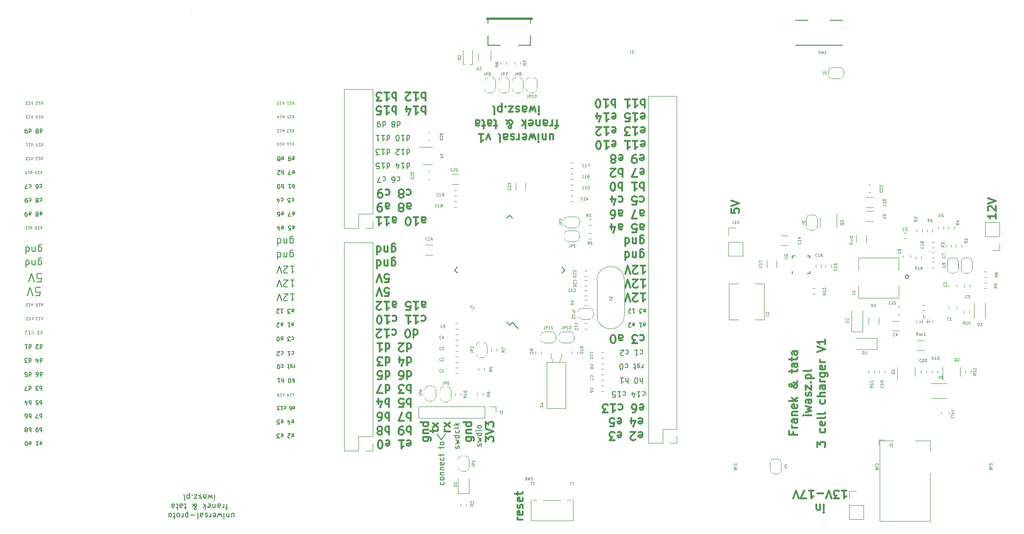
<source format=gbr>
%TF.GenerationSoftware,KiCad,Pcbnew,no-vcs-found-c6d0075~61~ubuntu17.10.1*%
%TF.CreationDate,2018-02-07T09:42:23+01:00*%
%TF.ProjectId,noname,6E6F6E616D652E6B696361645F706362,rev?*%
%TF.SameCoordinates,Original*%
%TF.FileFunction,Legend,Top*%
%TF.FilePolarity,Positive*%
%FSLAX46Y46*%
G04 Gerber Fmt 4.6, Leading zero omitted, Abs format (unit mm)*
G04 Created by KiCad (PCBNEW no-vcs-found-c6d0075~61~ubuntu17.10.1) date Wed Feb  7 09:42:23 2018*
%MOMM*%
%LPD*%
G01*
G04 APERTURE LIST*
%ADD10C,0.300000*%
%ADD11C,0.203200*%
%ADD12C,0.200000*%
%ADD13C,0.152400*%
%ADD14C,0.101600*%
%ADD15C,0.120000*%
%ADD16C,0.150000*%
%ADD17C,0.200660*%
%ADD18C,0.100000*%
%ADD19R,2.100000X2.100000*%
%ADD20O,2.100000X2.100000*%
%ADD21R,1.900000X2.900000*%
%ADD22O,1.900000X2.900000*%
%ADD23O,2.600000X3.900000*%
%ADD24C,4.400000*%
%ADD25R,3.900000X3.900000*%
%ADD26C,3.900000*%
%ADD27C,5.400000*%
%ADD28C,1.000000*%
%ADD29R,3.500000X2.450000*%
%ADD30R,1.250000X0.680000*%
%ADD31R,0.680000X1.250000*%
%ADD32C,1.400000*%
%ADD33R,1.900000X0.900000*%
%ADD34O,0.700000X1.150000*%
%ADD35O,1.150000X0.700000*%
%ADD36R,2.200000X2.200000*%
%ADD37R,1.050000X1.620000*%
%ADD38R,0.910000X1.100000*%
%ADD39R,1.400000X1.070000*%
%ADD40R,1.070000X1.400000*%
%ADD41R,1.900000X1.370000*%
%ADD42R,1.370000X1.900000*%
%ADD43R,2.200000X1.470000*%
%ADD44R,1.470000X2.200000*%
%ADD45C,3.400000*%
%ADD46R,1.600000X1.300000*%
%ADD47R,1.300000X1.600000*%
%ADD48R,2.800000X1.900000*%
%ADD49R,1.900000X2.600000*%
%ADD50R,0.900000X1.900000*%
%ADD51R,1.570000X3.100000*%
%ADD52C,0.680000*%
%ADD53R,1.460000X1.050000*%
%ADD54O,1.750000X1.750000*%
%ADD55R,1.750000X1.750000*%
%ADD56R,1.000000X0.900000*%
%ADD57R,0.900000X1.000000*%
%ADD58C,2.500000*%
%ADD59C,2.150000*%
%ADD60C,1.900000*%
%ADD61R,0.850000X1.000000*%
%ADD62R,0.800000X1.050000*%
%ADD63R,0.798780X1.746200*%
%ADD64R,0.798780X1.748740*%
%ADD65R,2.297380X2.297380*%
%ADD66C,2.100000*%
G04 APERTURE END LIST*
D10*
X206849955Y-101107194D02*
X206849955Y-102107194D01*
X206849955Y-102607194D02*
X206921384Y-102535766D01*
X206849955Y-102464337D01*
X206778526Y-102535766D01*
X206849955Y-102607194D01*
X206849955Y-102464337D01*
X206135669Y-102107194D02*
X206135669Y-101107194D01*
X206135669Y-101964337D02*
X206064241Y-102035766D01*
X205921384Y-102107194D01*
X205707098Y-102107194D01*
X205564241Y-102035766D01*
X205492812Y-101892908D01*
X205492812Y-101107194D01*
X210099955Y-98557194D02*
X210957098Y-98557194D01*
X210528526Y-98557194D02*
X210528526Y-100057194D01*
X210671384Y-99842908D01*
X210814241Y-99700051D01*
X210957098Y-99628623D01*
X209599955Y-100057194D02*
X208671384Y-100057194D01*
X209171384Y-99485766D01*
X208957098Y-99485766D01*
X208814241Y-99414337D01*
X208742812Y-99342908D01*
X208671384Y-99200051D01*
X208671384Y-98842908D01*
X208742812Y-98700051D01*
X208814241Y-98628623D01*
X208957098Y-98557194D01*
X209385669Y-98557194D01*
X209528526Y-98628623D01*
X209599955Y-98700051D01*
X208242812Y-100057194D02*
X207742812Y-98557194D01*
X207242812Y-100057194D01*
X206742812Y-99128623D02*
X205599955Y-99128623D01*
X204099955Y-98557194D02*
X204957098Y-98557194D01*
X204528526Y-98557194D02*
X204528526Y-100057194D01*
X204671384Y-99842908D01*
X204814241Y-99700051D01*
X204957098Y-99628623D01*
X203599955Y-100057194D02*
X202599955Y-100057194D01*
X203242812Y-98557194D01*
X202242812Y-100057194D02*
X201742812Y-98557194D01*
X201242812Y-100057194D01*
X189855955Y-46948480D02*
X189855955Y-47662766D01*
X190570241Y-47734194D01*
X190498812Y-47662766D01*
X190427384Y-47519908D01*
X190427384Y-47162766D01*
X190498812Y-47019908D01*
X190570241Y-46948480D01*
X190713098Y-46877051D01*
X191070241Y-46877051D01*
X191213098Y-46948480D01*
X191284526Y-47019908D01*
X191355955Y-47162766D01*
X191355955Y-47519908D01*
X191284526Y-47662766D01*
X191213098Y-47734194D01*
X189855955Y-46448480D02*
X191355955Y-45948480D01*
X189855955Y-45448480D01*
X238345955Y-47845337D02*
X238345955Y-48702480D01*
X238345955Y-48273908D02*
X236845955Y-48273908D01*
X237060241Y-48416766D01*
X237203098Y-48559623D01*
X237274526Y-48702480D01*
X236988812Y-47273908D02*
X236917384Y-47202480D01*
X236845955Y-47059623D01*
X236845955Y-46702480D01*
X236917384Y-46559623D01*
X236988812Y-46488194D01*
X237131669Y-46416766D01*
X237274526Y-46416766D01*
X237488812Y-46488194D01*
X238345955Y-47345337D01*
X238345955Y-46416766D01*
X236845955Y-45988194D02*
X238345955Y-45488194D01*
X236845955Y-44988194D01*
X201228241Y-87841623D02*
X201228241Y-88341623D01*
X202013955Y-88341623D02*
X200513955Y-88341623D01*
X200513955Y-87627337D01*
X202013955Y-87055908D02*
X201013955Y-87055908D01*
X201299669Y-87055908D02*
X201156812Y-86984480D01*
X201085384Y-86913051D01*
X201013955Y-86770194D01*
X201013955Y-86627337D01*
X202013955Y-85484480D02*
X201228241Y-85484480D01*
X201085384Y-85555908D01*
X201013955Y-85698766D01*
X201013955Y-85984480D01*
X201085384Y-86127337D01*
X201942526Y-85484480D02*
X202013955Y-85627337D01*
X202013955Y-85984480D01*
X201942526Y-86127337D01*
X201799669Y-86198766D01*
X201656812Y-86198766D01*
X201513955Y-86127337D01*
X201442526Y-85984480D01*
X201442526Y-85627337D01*
X201371098Y-85484480D01*
X201013955Y-84770194D02*
X202013955Y-84770194D01*
X201156812Y-84770194D02*
X201085384Y-84698766D01*
X201013955Y-84555908D01*
X201013955Y-84341623D01*
X201085384Y-84198766D01*
X201228241Y-84127337D01*
X202013955Y-84127337D01*
X201942526Y-82841623D02*
X202013955Y-82984480D01*
X202013955Y-83270194D01*
X201942526Y-83413051D01*
X201799669Y-83484480D01*
X201228241Y-83484480D01*
X201085384Y-83413051D01*
X201013955Y-83270194D01*
X201013955Y-82984480D01*
X201085384Y-82841623D01*
X201228241Y-82770194D01*
X201371098Y-82770194D01*
X201513955Y-83484480D01*
X202013955Y-82127337D02*
X200513955Y-82127337D01*
X201442526Y-81984480D02*
X202013955Y-81555908D01*
X201013955Y-81555908D02*
X201585384Y-82127337D01*
X202013955Y-78555908D02*
X202013955Y-78627337D01*
X201942526Y-78770194D01*
X201728241Y-78984480D01*
X201299669Y-79341623D01*
X201085384Y-79484480D01*
X200871098Y-79555908D01*
X200728241Y-79555908D01*
X200585384Y-79484480D01*
X200513955Y-79341623D01*
X200513955Y-79270194D01*
X200585384Y-79127337D01*
X200728241Y-79055908D01*
X200799669Y-79055908D01*
X200942526Y-79127337D01*
X201013955Y-79198766D01*
X201299669Y-79627337D01*
X201371098Y-79698766D01*
X201513955Y-79770194D01*
X201728241Y-79770194D01*
X201871098Y-79698766D01*
X201942526Y-79627337D01*
X202013955Y-79484480D01*
X202013955Y-79270194D01*
X201942526Y-79127337D01*
X201871098Y-79055908D01*
X201585384Y-78841623D01*
X201371098Y-78770194D01*
X201228241Y-78770194D01*
X201013955Y-76984480D02*
X201013955Y-76413051D01*
X200513955Y-76770194D02*
X201799669Y-76770194D01*
X201942526Y-76698766D01*
X202013955Y-76555908D01*
X202013955Y-76413051D01*
X202013955Y-75270194D02*
X201228241Y-75270194D01*
X201085384Y-75341623D01*
X201013955Y-75484480D01*
X201013955Y-75770194D01*
X201085384Y-75913051D01*
X201942526Y-75270194D02*
X202013955Y-75413051D01*
X202013955Y-75770194D01*
X201942526Y-75913051D01*
X201799669Y-75984480D01*
X201656812Y-75984480D01*
X201513955Y-75913051D01*
X201442526Y-75770194D01*
X201442526Y-75413051D01*
X201371098Y-75270194D01*
X201013955Y-74770194D02*
X201013955Y-74198766D01*
X200513955Y-74555908D02*
X201799669Y-74555908D01*
X201942526Y-74484480D01*
X202013955Y-74341623D01*
X202013955Y-74198766D01*
X202013955Y-73055908D02*
X201228241Y-73055908D01*
X201085384Y-73127337D01*
X201013955Y-73270194D01*
X201013955Y-73555908D01*
X201085384Y-73698766D01*
X201942526Y-73055908D02*
X202013955Y-73198766D01*
X202013955Y-73555908D01*
X201942526Y-73698766D01*
X201799669Y-73770194D01*
X201656812Y-73770194D01*
X201513955Y-73698766D01*
X201442526Y-73555908D01*
X201442526Y-73198766D01*
X201371098Y-73055908D01*
X204563955Y-84805908D02*
X203563955Y-84805908D01*
X203063955Y-84805908D02*
X203135384Y-84877337D01*
X203206812Y-84805908D01*
X203135384Y-84734480D01*
X203063955Y-84805908D01*
X203206812Y-84805908D01*
X203563955Y-84234480D02*
X204563955Y-83948766D01*
X203849669Y-83663051D01*
X204563955Y-83377337D01*
X203563955Y-83091623D01*
X204563955Y-81877337D02*
X203778241Y-81877337D01*
X203635384Y-81948766D01*
X203563955Y-82091623D01*
X203563955Y-82377337D01*
X203635384Y-82520194D01*
X204492526Y-81877337D02*
X204563955Y-82020194D01*
X204563955Y-82377337D01*
X204492526Y-82520194D01*
X204349669Y-82591623D01*
X204206812Y-82591623D01*
X204063955Y-82520194D01*
X203992526Y-82377337D01*
X203992526Y-82020194D01*
X203921098Y-81877337D01*
X204492526Y-81234480D02*
X204563955Y-81091623D01*
X204563955Y-80805908D01*
X204492526Y-80663051D01*
X204349669Y-80591623D01*
X204278241Y-80591623D01*
X204135384Y-80663051D01*
X204063955Y-80805908D01*
X204063955Y-81020194D01*
X203992526Y-81163051D01*
X203849669Y-81234480D01*
X203778241Y-81234480D01*
X203635384Y-81163051D01*
X203563955Y-81020194D01*
X203563955Y-80805908D01*
X203635384Y-80663051D01*
X203563955Y-80091623D02*
X203563955Y-79305908D01*
X204563955Y-80091623D01*
X204563955Y-79305908D01*
X204421098Y-78734480D02*
X204492526Y-78663051D01*
X204563955Y-78734480D01*
X204492526Y-78805908D01*
X204421098Y-78734480D01*
X204563955Y-78734480D01*
X203563955Y-78020194D02*
X205063955Y-78020194D01*
X203635384Y-78020194D02*
X203563955Y-77877337D01*
X203563955Y-77591623D01*
X203635384Y-77448766D01*
X203706812Y-77377337D01*
X203849669Y-77305908D01*
X204278241Y-77305908D01*
X204421098Y-77377337D01*
X204492526Y-77448766D01*
X204563955Y-77591623D01*
X204563955Y-77877337D01*
X204492526Y-78020194D01*
X204563955Y-76448766D02*
X204492526Y-76591623D01*
X204349669Y-76663051D01*
X203063955Y-76663051D01*
X205613955Y-90591623D02*
X205613955Y-89663051D01*
X206185384Y-90163051D01*
X206185384Y-89948766D01*
X206256812Y-89805908D01*
X206328241Y-89734480D01*
X206471098Y-89663051D01*
X206828241Y-89663051D01*
X206971098Y-89734480D01*
X207042526Y-89805908D01*
X207113955Y-89948766D01*
X207113955Y-90377337D01*
X207042526Y-90520194D01*
X206971098Y-90591623D01*
X207042526Y-87234480D02*
X207113955Y-87377337D01*
X207113955Y-87663051D01*
X207042526Y-87805908D01*
X206971098Y-87877337D01*
X206828241Y-87948766D01*
X206399669Y-87948766D01*
X206256812Y-87877337D01*
X206185384Y-87805908D01*
X206113955Y-87663051D01*
X206113955Y-87377337D01*
X206185384Y-87234480D01*
X207042526Y-86020194D02*
X207113955Y-86163051D01*
X207113955Y-86448766D01*
X207042526Y-86591623D01*
X206899669Y-86663051D01*
X206328241Y-86663051D01*
X206185384Y-86591623D01*
X206113955Y-86448766D01*
X206113955Y-86163051D01*
X206185384Y-86020194D01*
X206328241Y-85948766D01*
X206471098Y-85948766D01*
X206613955Y-86663051D01*
X207113955Y-85091623D02*
X207042526Y-85234480D01*
X206899669Y-85305908D01*
X205613955Y-85305908D01*
X207113955Y-84305908D02*
X207042526Y-84448766D01*
X206899669Y-84520194D01*
X205613955Y-84520194D01*
X207042526Y-81948766D02*
X207113955Y-82091623D01*
X207113955Y-82377337D01*
X207042526Y-82520194D01*
X206971098Y-82591623D01*
X206828241Y-82663051D01*
X206399669Y-82663051D01*
X206256812Y-82591623D01*
X206185384Y-82520194D01*
X206113955Y-82377337D01*
X206113955Y-82091623D01*
X206185384Y-81948766D01*
X207113955Y-81305908D02*
X205613955Y-81305908D01*
X207113955Y-80663051D02*
X206328241Y-80663051D01*
X206185384Y-80734480D01*
X206113955Y-80877337D01*
X206113955Y-81091623D01*
X206185384Y-81234480D01*
X206256812Y-81305908D01*
X207113955Y-79305908D02*
X206328241Y-79305908D01*
X206185384Y-79377337D01*
X206113955Y-79520194D01*
X206113955Y-79805908D01*
X206185384Y-79948766D01*
X207042526Y-79305908D02*
X207113955Y-79448766D01*
X207113955Y-79805908D01*
X207042526Y-79948766D01*
X206899669Y-80020194D01*
X206756812Y-80020194D01*
X206613955Y-79948766D01*
X206542526Y-79805908D01*
X206542526Y-79448766D01*
X206471098Y-79305908D01*
X207113955Y-78591623D02*
X206113955Y-78591623D01*
X206399669Y-78591623D02*
X206256812Y-78520194D01*
X206185384Y-78448766D01*
X206113955Y-78305908D01*
X206113955Y-78163051D01*
X206113955Y-77020194D02*
X207328241Y-77020194D01*
X207471098Y-77091623D01*
X207542526Y-77163051D01*
X207613955Y-77305908D01*
X207613955Y-77520194D01*
X207542526Y-77663051D01*
X207042526Y-77020194D02*
X207113955Y-77163051D01*
X207113955Y-77448766D01*
X207042526Y-77591623D01*
X206971098Y-77663051D01*
X206828241Y-77734480D01*
X206399669Y-77734480D01*
X206256812Y-77663051D01*
X206185384Y-77591623D01*
X206113955Y-77448766D01*
X206113955Y-77163051D01*
X206185384Y-77020194D01*
X207042526Y-75734480D02*
X207113955Y-75877337D01*
X207113955Y-76163051D01*
X207042526Y-76305908D01*
X206899669Y-76377337D01*
X206328241Y-76377337D01*
X206185384Y-76305908D01*
X206113955Y-76163051D01*
X206113955Y-75877337D01*
X206185384Y-75734480D01*
X206328241Y-75663051D01*
X206471098Y-75663051D01*
X206613955Y-76377337D01*
X207113955Y-75020194D02*
X206113955Y-75020194D01*
X206399669Y-75020194D02*
X206256812Y-74948766D01*
X206185384Y-74877337D01*
X206113955Y-74734480D01*
X206113955Y-74591623D01*
X205613955Y-73163051D02*
X207113955Y-72663051D01*
X205613955Y-72163051D01*
X207113955Y-70877337D02*
X207113955Y-71734480D01*
X207113955Y-71305908D02*
X205613955Y-71305908D01*
X205828241Y-71448766D01*
X205971098Y-71591623D01*
X206042526Y-71734480D01*
X127711098Y-54811662D02*
X127711098Y-53597376D01*
X127782526Y-53454519D01*
X127853955Y-53383091D01*
X127996812Y-53311662D01*
X128211098Y-53311662D01*
X128353955Y-53383091D01*
X127711098Y-53883091D02*
X127853955Y-53811662D01*
X128139669Y-53811662D01*
X128282526Y-53883091D01*
X128353955Y-53954519D01*
X128425384Y-54097376D01*
X128425384Y-54525948D01*
X128353955Y-54668805D01*
X128282526Y-54740234D01*
X128139669Y-54811662D01*
X127853955Y-54811662D01*
X127711098Y-54740234D01*
X126996812Y-54811662D02*
X126996812Y-53811662D01*
X126996812Y-54668805D02*
X126925384Y-54740234D01*
X126782526Y-54811662D01*
X126568241Y-54811662D01*
X126425384Y-54740234D01*
X126353955Y-54597376D01*
X126353955Y-53811662D01*
X124996812Y-53811662D02*
X124996812Y-55311662D01*
X124996812Y-53883091D02*
X125139669Y-53811662D01*
X125425384Y-53811662D01*
X125568241Y-53883091D01*
X125639669Y-53954519D01*
X125711098Y-54097376D01*
X125711098Y-54525948D01*
X125639669Y-54668805D01*
X125568241Y-54740234D01*
X125425384Y-54811662D01*
X125139669Y-54811662D01*
X124996812Y-54740234D01*
X133897955Y-25617662D02*
X133897955Y-27117662D01*
X133897955Y-26546234D02*
X133755098Y-26617662D01*
X133469384Y-26617662D01*
X133326526Y-26546234D01*
X133255098Y-26474805D01*
X133183669Y-26331948D01*
X133183669Y-25903376D01*
X133255098Y-25760519D01*
X133326526Y-25689091D01*
X133469384Y-25617662D01*
X133755098Y-25617662D01*
X133897955Y-25689091D01*
X131755098Y-25617662D02*
X132612241Y-25617662D01*
X132183669Y-25617662D02*
X132183669Y-27117662D01*
X132326526Y-26903376D01*
X132469384Y-26760519D01*
X132612241Y-26689091D01*
X131183669Y-26974805D02*
X131112241Y-27046234D01*
X130969384Y-27117662D01*
X130612241Y-27117662D01*
X130469384Y-27046234D01*
X130397955Y-26974805D01*
X130326526Y-26831948D01*
X130326526Y-26689091D01*
X130397955Y-26474805D01*
X131255098Y-25617662D01*
X130326526Y-25617662D01*
X128540812Y-25617662D02*
X128540812Y-27117662D01*
X128540812Y-26546234D02*
X128397955Y-26617662D01*
X128112241Y-26617662D01*
X127969384Y-26546234D01*
X127897955Y-26474805D01*
X127826526Y-26331948D01*
X127826526Y-25903376D01*
X127897955Y-25760519D01*
X127969384Y-25689091D01*
X128112241Y-25617662D01*
X128397955Y-25617662D01*
X128540812Y-25689091D01*
X126397955Y-25617662D02*
X127255098Y-25617662D01*
X126826526Y-25617662D02*
X126826526Y-27117662D01*
X126969384Y-26903376D01*
X127112241Y-26760519D01*
X127255098Y-26689091D01*
X125897955Y-27117662D02*
X124969384Y-27117662D01*
X125469384Y-26546234D01*
X125255098Y-26546234D01*
X125112241Y-26474805D01*
X125040812Y-26403376D01*
X124969384Y-26260519D01*
X124969384Y-25903376D01*
X125040812Y-25760519D01*
X125112241Y-25689091D01*
X125255098Y-25617662D01*
X125683669Y-25617662D01*
X125826526Y-25689091D01*
X125897955Y-25760519D01*
X133897955Y-28157662D02*
X133897955Y-29657662D01*
X133897955Y-29086234D02*
X133755098Y-29157662D01*
X133469384Y-29157662D01*
X133326526Y-29086234D01*
X133255098Y-29014805D01*
X133183669Y-28871948D01*
X133183669Y-28443376D01*
X133255098Y-28300519D01*
X133326526Y-28229091D01*
X133469384Y-28157662D01*
X133755098Y-28157662D01*
X133897955Y-28229091D01*
X131755098Y-28157662D02*
X132612241Y-28157662D01*
X132183669Y-28157662D02*
X132183669Y-29657662D01*
X132326526Y-29443376D01*
X132469384Y-29300519D01*
X132612241Y-29229091D01*
X130469384Y-29157662D02*
X130469384Y-28157662D01*
X130826526Y-29729091D02*
X131183669Y-28657662D01*
X130255098Y-28657662D01*
X128540812Y-28157662D02*
X128540812Y-29657662D01*
X128540812Y-29086234D02*
X128397955Y-29157662D01*
X128112241Y-29157662D01*
X127969384Y-29086234D01*
X127897955Y-29014805D01*
X127826526Y-28871948D01*
X127826526Y-28443376D01*
X127897955Y-28300519D01*
X127969384Y-28229091D01*
X128112241Y-28157662D01*
X128397955Y-28157662D01*
X128540812Y-28229091D01*
X126397955Y-28157662D02*
X127255098Y-28157662D01*
X126826526Y-28157662D02*
X126826526Y-29657662D01*
X126969384Y-29443376D01*
X127112241Y-29300519D01*
X127255098Y-29229091D01*
X125040812Y-29657662D02*
X125755098Y-29657662D01*
X125826526Y-28943376D01*
X125755098Y-29014805D01*
X125612241Y-29086234D01*
X125255098Y-29086234D01*
X125112241Y-29014805D01*
X125040812Y-28943376D01*
X124969384Y-28800519D01*
X124969384Y-28443376D01*
X125040812Y-28300519D01*
X125112241Y-28229091D01*
X125255098Y-28157662D01*
X125612241Y-28157662D01*
X125755098Y-28229091D01*
X125826526Y-28300519D01*
D11*
X128779955Y-30916614D02*
X128779955Y-31932614D01*
X128779955Y-30964995D02*
X128876717Y-30916614D01*
X129070241Y-30916614D01*
X129167003Y-30964995D01*
X129215384Y-31013376D01*
X129263764Y-31110138D01*
X129263764Y-31400424D01*
X129215384Y-31497186D01*
X129167003Y-31545567D01*
X129070241Y-31593948D01*
X128876717Y-31593948D01*
X128779955Y-31545567D01*
X128151003Y-31497186D02*
X128247764Y-31545567D01*
X128296145Y-31593948D01*
X128344526Y-31690710D01*
X128344526Y-31739091D01*
X128296145Y-31835853D01*
X128247764Y-31884234D01*
X128151003Y-31932614D01*
X127957479Y-31932614D01*
X127860717Y-31884234D01*
X127812336Y-31835853D01*
X127763955Y-31739091D01*
X127763955Y-31690710D01*
X127812336Y-31593948D01*
X127860717Y-31545567D01*
X127957479Y-31497186D01*
X128151003Y-31497186D01*
X128247764Y-31448805D01*
X128296145Y-31400424D01*
X128344526Y-31303662D01*
X128344526Y-31110138D01*
X128296145Y-31013376D01*
X128247764Y-30964995D01*
X128151003Y-30916614D01*
X127957479Y-30916614D01*
X127860717Y-30964995D01*
X127812336Y-31013376D01*
X127763955Y-31110138D01*
X127763955Y-31303662D01*
X127812336Y-31400424D01*
X127860717Y-31448805D01*
X127957479Y-31497186D01*
X126119003Y-30916614D02*
X126119003Y-31932614D01*
X126119003Y-30964995D02*
X126215764Y-30916614D01*
X126409288Y-30916614D01*
X126506050Y-30964995D01*
X126554431Y-31013376D01*
X126602812Y-31110138D01*
X126602812Y-31400424D01*
X126554431Y-31497186D01*
X126506050Y-31545567D01*
X126409288Y-31593948D01*
X126215764Y-31593948D01*
X126119003Y-31545567D01*
X125586812Y-30916614D02*
X125393288Y-30916614D01*
X125296526Y-30964995D01*
X125248145Y-31013376D01*
X125151384Y-31158519D01*
X125103003Y-31352043D01*
X125103003Y-31739091D01*
X125151384Y-31835853D01*
X125199764Y-31884234D01*
X125296526Y-31932614D01*
X125490050Y-31932614D01*
X125586812Y-31884234D01*
X125635193Y-31835853D01*
X125683574Y-31739091D01*
X125683574Y-31497186D01*
X125635193Y-31400424D01*
X125586812Y-31352043D01*
X125490050Y-31303662D01*
X125296526Y-31303662D01*
X125199764Y-31352043D01*
X125151384Y-31400424D01*
X125103003Y-31497186D01*
X130509574Y-33456614D02*
X130509574Y-34472614D01*
X130509574Y-33504995D02*
X130606336Y-33456614D01*
X130799860Y-33456614D01*
X130896622Y-33504995D01*
X130945003Y-33553376D01*
X130993384Y-33650138D01*
X130993384Y-33940424D01*
X130945003Y-34037186D01*
X130896622Y-34085567D01*
X130799860Y-34133948D01*
X130606336Y-34133948D01*
X130509574Y-34085567D01*
X129493574Y-33456614D02*
X130074145Y-33456614D01*
X129783860Y-33456614D02*
X129783860Y-34472614D01*
X129880622Y-34327472D01*
X129977384Y-34230710D01*
X130074145Y-34182329D01*
X128864622Y-34472614D02*
X128767860Y-34472614D01*
X128671098Y-34424234D01*
X128622717Y-34375853D01*
X128574336Y-34279091D01*
X128525955Y-34085567D01*
X128525955Y-33843662D01*
X128574336Y-33650138D01*
X128622717Y-33553376D01*
X128671098Y-33504995D01*
X128767860Y-33456614D01*
X128864622Y-33456614D01*
X128961384Y-33504995D01*
X129009764Y-33553376D01*
X129058145Y-33650138D01*
X129106526Y-33843662D01*
X129106526Y-34085567D01*
X129058145Y-34279091D01*
X129009764Y-34375853D01*
X128961384Y-34424234D01*
X128864622Y-34472614D01*
X126881003Y-33456614D02*
X126881003Y-34472614D01*
X126881003Y-33504995D02*
X126977764Y-33456614D01*
X127171288Y-33456614D01*
X127268050Y-33504995D01*
X127316431Y-33553376D01*
X127364812Y-33650138D01*
X127364812Y-33940424D01*
X127316431Y-34037186D01*
X127268050Y-34085567D01*
X127171288Y-34133948D01*
X126977764Y-34133948D01*
X126881003Y-34085567D01*
X125865003Y-33456614D02*
X126445574Y-33456614D01*
X126155288Y-33456614D02*
X126155288Y-34472614D01*
X126252050Y-34327472D01*
X126348812Y-34230710D01*
X126445574Y-34182329D01*
X124897384Y-33456614D02*
X125477955Y-33456614D01*
X125187669Y-33456614D02*
X125187669Y-34472614D01*
X125284431Y-34327472D01*
X125381193Y-34230710D01*
X125477955Y-34182329D01*
X130509574Y-35996614D02*
X130509574Y-37012614D01*
X130509574Y-36044995D02*
X130606336Y-35996614D01*
X130799860Y-35996614D01*
X130896622Y-36044995D01*
X130945003Y-36093376D01*
X130993384Y-36190138D01*
X130993384Y-36480424D01*
X130945003Y-36577186D01*
X130896622Y-36625567D01*
X130799860Y-36673948D01*
X130606336Y-36673948D01*
X130509574Y-36625567D01*
X129493574Y-35996614D02*
X130074145Y-35996614D01*
X129783860Y-35996614D02*
X129783860Y-37012614D01*
X129880622Y-36867472D01*
X129977384Y-36770710D01*
X130074145Y-36722329D01*
X129106526Y-36915853D02*
X129058145Y-36964234D01*
X128961384Y-37012614D01*
X128719479Y-37012614D01*
X128622717Y-36964234D01*
X128574336Y-36915853D01*
X128525955Y-36819091D01*
X128525955Y-36722329D01*
X128574336Y-36577186D01*
X129154907Y-35996614D01*
X128525955Y-35996614D01*
X126881003Y-35996614D02*
X126881003Y-37012614D01*
X126881003Y-36044995D02*
X126977764Y-35996614D01*
X127171288Y-35996614D01*
X127268050Y-36044995D01*
X127316431Y-36093376D01*
X127364812Y-36190138D01*
X127364812Y-36480424D01*
X127316431Y-36577186D01*
X127268050Y-36625567D01*
X127171288Y-36673948D01*
X126977764Y-36673948D01*
X126881003Y-36625567D01*
X125865003Y-35996614D02*
X126445574Y-35996614D01*
X126155288Y-35996614D02*
X126155288Y-37012614D01*
X126252050Y-36867472D01*
X126348812Y-36770710D01*
X126445574Y-36722329D01*
X125526336Y-37012614D02*
X124897384Y-37012614D01*
X125236050Y-36625567D01*
X125090907Y-36625567D01*
X124994145Y-36577186D01*
X124945764Y-36528805D01*
X124897384Y-36432043D01*
X124897384Y-36190138D01*
X124945764Y-36093376D01*
X124994145Y-36044995D01*
X125090907Y-35996614D01*
X125381193Y-35996614D01*
X125477955Y-36044995D01*
X125526336Y-36093376D01*
X130509574Y-38536614D02*
X130509574Y-39552614D01*
X130509574Y-38584995D02*
X130606336Y-38536614D01*
X130799860Y-38536614D01*
X130896622Y-38584995D01*
X130945003Y-38633376D01*
X130993384Y-38730138D01*
X130993384Y-39020424D01*
X130945003Y-39117186D01*
X130896622Y-39165567D01*
X130799860Y-39213948D01*
X130606336Y-39213948D01*
X130509574Y-39165567D01*
X129493574Y-38536614D02*
X130074145Y-38536614D01*
X129783860Y-38536614D02*
X129783860Y-39552614D01*
X129880622Y-39407472D01*
X129977384Y-39310710D01*
X130074145Y-39262329D01*
X128622717Y-39213948D02*
X128622717Y-38536614D01*
X128864622Y-39600995D02*
X129106526Y-38875281D01*
X128477574Y-38875281D01*
X126881003Y-38536614D02*
X126881003Y-39552614D01*
X126881003Y-38584995D02*
X126977764Y-38536614D01*
X127171288Y-38536614D01*
X127268050Y-38584995D01*
X127316431Y-38633376D01*
X127364812Y-38730138D01*
X127364812Y-39020424D01*
X127316431Y-39117186D01*
X127268050Y-39165567D01*
X127171288Y-39213948D01*
X126977764Y-39213948D01*
X126881003Y-39165567D01*
X125865003Y-38536614D02*
X126445574Y-38536614D01*
X126155288Y-38536614D02*
X126155288Y-39552614D01*
X126252050Y-39407472D01*
X126348812Y-39310710D01*
X126445574Y-39262329D01*
X124945764Y-39552614D02*
X125429574Y-39552614D01*
X125477955Y-39068805D01*
X125429574Y-39117186D01*
X125332812Y-39165567D01*
X125090907Y-39165567D01*
X124994145Y-39117186D01*
X124945764Y-39068805D01*
X124897384Y-38972043D01*
X124897384Y-38730138D01*
X124945764Y-38633376D01*
X124994145Y-38584995D01*
X125090907Y-38536614D01*
X125332812Y-38536614D01*
X125429574Y-38584995D01*
X125477955Y-38633376D01*
X128731574Y-41124995D02*
X128828336Y-41076614D01*
X129021860Y-41076614D01*
X129118622Y-41124995D01*
X129167003Y-41173376D01*
X129215384Y-41270138D01*
X129215384Y-41560424D01*
X129167003Y-41657186D01*
X129118622Y-41705567D01*
X129021860Y-41753948D01*
X128828336Y-41753948D01*
X128731574Y-41705567D01*
X127860717Y-42092614D02*
X128054241Y-42092614D01*
X128151003Y-42044234D01*
X128199384Y-41995853D01*
X128296145Y-41850710D01*
X128344526Y-41657186D01*
X128344526Y-41270138D01*
X128296145Y-41173376D01*
X128247764Y-41124995D01*
X128151003Y-41076614D01*
X127957479Y-41076614D01*
X127860717Y-41124995D01*
X127812336Y-41173376D01*
X127763955Y-41270138D01*
X127763955Y-41512043D01*
X127812336Y-41608805D01*
X127860717Y-41657186D01*
X127957479Y-41705567D01*
X128151003Y-41705567D01*
X128247764Y-41657186D01*
X128296145Y-41608805D01*
X128344526Y-41512043D01*
X126119003Y-41124995D02*
X126215764Y-41076614D01*
X126409288Y-41076614D01*
X126506050Y-41124995D01*
X126554431Y-41173376D01*
X126602812Y-41270138D01*
X126602812Y-41560424D01*
X126554431Y-41657186D01*
X126506050Y-41705567D01*
X126409288Y-41753948D01*
X126215764Y-41753948D01*
X126119003Y-41705567D01*
X125780336Y-42092614D02*
X125103003Y-42092614D01*
X125538431Y-41076614D01*
D10*
X130485098Y-43469091D02*
X130627955Y-43397662D01*
X130913669Y-43397662D01*
X131056526Y-43469091D01*
X131127955Y-43540519D01*
X131199384Y-43683376D01*
X131199384Y-44111948D01*
X131127955Y-44254805D01*
X131056526Y-44326234D01*
X130913669Y-44397662D01*
X130627955Y-44397662D01*
X130485098Y-44326234D01*
X129627955Y-44254805D02*
X129770812Y-44326234D01*
X129842241Y-44397662D01*
X129913669Y-44540519D01*
X129913669Y-44611948D01*
X129842241Y-44754805D01*
X129770812Y-44826234D01*
X129627955Y-44897662D01*
X129342241Y-44897662D01*
X129199384Y-44826234D01*
X129127955Y-44754805D01*
X129056526Y-44611948D01*
X129056526Y-44540519D01*
X129127955Y-44397662D01*
X129199384Y-44326234D01*
X129342241Y-44254805D01*
X129627955Y-44254805D01*
X129770812Y-44183376D01*
X129842241Y-44111948D01*
X129913669Y-43969091D01*
X129913669Y-43683376D01*
X129842241Y-43540519D01*
X129770812Y-43469091D01*
X129627955Y-43397662D01*
X129342241Y-43397662D01*
X129199384Y-43469091D01*
X129127955Y-43540519D01*
X129056526Y-43683376D01*
X129056526Y-43969091D01*
X129127955Y-44111948D01*
X129199384Y-44183376D01*
X129342241Y-44254805D01*
X126627955Y-43469091D02*
X126770812Y-43397662D01*
X127056526Y-43397662D01*
X127199384Y-43469091D01*
X127270812Y-43540519D01*
X127342241Y-43683376D01*
X127342241Y-44111948D01*
X127270812Y-44254805D01*
X127199384Y-44326234D01*
X127056526Y-44397662D01*
X126770812Y-44397662D01*
X126627955Y-44326234D01*
X125913669Y-43397662D02*
X125627955Y-43397662D01*
X125485098Y-43469091D01*
X125413669Y-43540519D01*
X125270812Y-43754805D01*
X125199384Y-44040519D01*
X125199384Y-44611948D01*
X125270812Y-44754805D01*
X125342241Y-44826234D01*
X125485098Y-44897662D01*
X125770812Y-44897662D01*
X125913669Y-44826234D01*
X125985098Y-44754805D01*
X126056526Y-44611948D01*
X126056526Y-44254805D01*
X125985098Y-44111948D01*
X125913669Y-44040519D01*
X125770812Y-43969091D01*
X125485098Y-43969091D01*
X125342241Y-44040519D01*
X125270812Y-44111948D01*
X125199384Y-44254805D01*
X130556526Y-45937662D02*
X130556526Y-46723376D01*
X130627955Y-46866234D01*
X130770812Y-46937662D01*
X131056526Y-46937662D01*
X131199384Y-46866234D01*
X130556526Y-46009091D02*
X130699384Y-45937662D01*
X131056526Y-45937662D01*
X131199384Y-46009091D01*
X131270812Y-46151948D01*
X131270812Y-46294805D01*
X131199384Y-46437662D01*
X131056526Y-46509091D01*
X130699384Y-46509091D01*
X130556526Y-46580519D01*
X129627955Y-46794805D02*
X129770812Y-46866234D01*
X129842241Y-46937662D01*
X129913669Y-47080519D01*
X129913669Y-47151948D01*
X129842241Y-47294805D01*
X129770812Y-47366234D01*
X129627955Y-47437662D01*
X129342241Y-47437662D01*
X129199384Y-47366234D01*
X129127955Y-47294805D01*
X129056526Y-47151948D01*
X129056526Y-47080519D01*
X129127955Y-46937662D01*
X129199384Y-46866234D01*
X129342241Y-46794805D01*
X129627955Y-46794805D01*
X129770812Y-46723376D01*
X129842241Y-46651948D01*
X129913669Y-46509091D01*
X129913669Y-46223376D01*
X129842241Y-46080519D01*
X129770812Y-46009091D01*
X129627955Y-45937662D01*
X129342241Y-45937662D01*
X129199384Y-46009091D01*
X129127955Y-46080519D01*
X129056526Y-46223376D01*
X129056526Y-46509091D01*
X129127955Y-46651948D01*
X129199384Y-46723376D01*
X129342241Y-46794805D01*
X126627955Y-45937662D02*
X126627955Y-46723376D01*
X126699384Y-46866234D01*
X126842241Y-46937662D01*
X127127955Y-46937662D01*
X127270812Y-46866234D01*
X126627955Y-46009091D02*
X126770812Y-45937662D01*
X127127955Y-45937662D01*
X127270812Y-46009091D01*
X127342241Y-46151948D01*
X127342241Y-46294805D01*
X127270812Y-46437662D01*
X127127955Y-46509091D01*
X126770812Y-46509091D01*
X126627955Y-46580519D01*
X125842241Y-45937662D02*
X125556526Y-45937662D01*
X125413669Y-46009091D01*
X125342241Y-46080519D01*
X125199384Y-46294805D01*
X125127955Y-46580519D01*
X125127955Y-47151948D01*
X125199384Y-47294805D01*
X125270812Y-47366234D01*
X125413669Y-47437662D01*
X125699384Y-47437662D01*
X125842241Y-47366234D01*
X125913669Y-47294805D01*
X125985098Y-47151948D01*
X125985098Y-46794805D01*
X125913669Y-46651948D01*
X125842241Y-46580519D01*
X125699384Y-46509091D01*
X125413669Y-46509091D01*
X125270812Y-46580519D01*
X125199384Y-46651948D01*
X125127955Y-46794805D01*
X133255098Y-48477662D02*
X133255098Y-49263376D01*
X133326526Y-49406234D01*
X133469384Y-49477662D01*
X133755098Y-49477662D01*
X133897955Y-49406234D01*
X133255098Y-48549091D02*
X133397955Y-48477662D01*
X133755098Y-48477662D01*
X133897955Y-48549091D01*
X133969384Y-48691948D01*
X133969384Y-48834805D01*
X133897955Y-48977662D01*
X133755098Y-49049091D01*
X133397955Y-49049091D01*
X133255098Y-49120519D01*
X131755098Y-48477662D02*
X132612241Y-48477662D01*
X132183669Y-48477662D02*
X132183669Y-49977662D01*
X132326526Y-49763376D01*
X132469384Y-49620519D01*
X132612241Y-49549091D01*
X130826526Y-49977662D02*
X130683669Y-49977662D01*
X130540812Y-49906234D01*
X130469384Y-49834805D01*
X130397955Y-49691948D01*
X130326526Y-49406234D01*
X130326526Y-49049091D01*
X130397955Y-48763376D01*
X130469384Y-48620519D01*
X130540812Y-48549091D01*
X130683669Y-48477662D01*
X130826526Y-48477662D01*
X130969384Y-48549091D01*
X131040812Y-48620519D01*
X131112241Y-48763376D01*
X131183669Y-49049091D01*
X131183669Y-49406234D01*
X131112241Y-49691948D01*
X131040812Y-49834805D01*
X130969384Y-49906234D01*
X130826526Y-49977662D01*
X127897955Y-48477662D02*
X127897955Y-49263376D01*
X127969384Y-49406234D01*
X128112241Y-49477662D01*
X128397955Y-49477662D01*
X128540812Y-49406234D01*
X127897955Y-48549091D02*
X128040812Y-48477662D01*
X128397955Y-48477662D01*
X128540812Y-48549091D01*
X128612241Y-48691948D01*
X128612241Y-48834805D01*
X128540812Y-48977662D01*
X128397955Y-49049091D01*
X128040812Y-49049091D01*
X127897955Y-49120519D01*
X126397955Y-48477662D02*
X127255098Y-48477662D01*
X126826526Y-48477662D02*
X126826526Y-49977662D01*
X126969384Y-49763376D01*
X127112241Y-49620519D01*
X127255098Y-49549091D01*
X124969384Y-48477662D02*
X125826526Y-48477662D01*
X125397955Y-48477662D02*
X125397955Y-49977662D01*
X125540812Y-49763376D01*
X125683669Y-49620519D01*
X125826526Y-49549091D01*
X127711098Y-57351662D02*
X127711098Y-56137376D01*
X127782526Y-55994519D01*
X127853955Y-55923091D01*
X127996812Y-55851662D01*
X128211098Y-55851662D01*
X128353955Y-55923091D01*
X127711098Y-56423091D02*
X127853955Y-56351662D01*
X128139669Y-56351662D01*
X128282526Y-56423091D01*
X128353955Y-56494519D01*
X128425384Y-56637376D01*
X128425384Y-57065948D01*
X128353955Y-57208805D01*
X128282526Y-57280234D01*
X128139669Y-57351662D01*
X127853955Y-57351662D01*
X127711098Y-57280234D01*
X126996812Y-57351662D02*
X126996812Y-56351662D01*
X126996812Y-57208805D02*
X126925384Y-57280234D01*
X126782526Y-57351662D01*
X126568241Y-57351662D01*
X126425384Y-57280234D01*
X126353955Y-57137376D01*
X126353955Y-56351662D01*
X124996812Y-56351662D02*
X124996812Y-57851662D01*
X124996812Y-56423091D02*
X125139669Y-56351662D01*
X125425384Y-56351662D01*
X125568241Y-56423091D01*
X125639669Y-56494519D01*
X125711098Y-56637376D01*
X125711098Y-57065948D01*
X125639669Y-57208805D01*
X125568241Y-57280234D01*
X125425384Y-57351662D01*
X125139669Y-57351662D01*
X124996812Y-57280234D01*
X126453098Y-60391662D02*
X127167384Y-60391662D01*
X127238812Y-59677376D01*
X127167384Y-59748805D01*
X127024526Y-59820234D01*
X126667384Y-59820234D01*
X126524526Y-59748805D01*
X126453098Y-59677376D01*
X126381669Y-59534519D01*
X126381669Y-59177376D01*
X126453098Y-59034519D01*
X126524526Y-58963091D01*
X126667384Y-58891662D01*
X127024526Y-58891662D01*
X127167384Y-58963091D01*
X127238812Y-59034519D01*
X125953098Y-60391662D02*
X125453098Y-58891662D01*
X124953098Y-60391662D01*
X126453098Y-62931662D02*
X127167384Y-62931662D01*
X127238812Y-62217376D01*
X127167384Y-62288805D01*
X127024526Y-62360234D01*
X126667384Y-62360234D01*
X126524526Y-62288805D01*
X126453098Y-62217376D01*
X126381669Y-62074519D01*
X126381669Y-61717376D01*
X126453098Y-61574519D01*
X126524526Y-61503091D01*
X126667384Y-61431662D01*
X127024526Y-61431662D01*
X127167384Y-61503091D01*
X127238812Y-61574519D01*
X125953098Y-62931662D02*
X125453098Y-61431662D01*
X124953098Y-62931662D01*
X133255098Y-63971662D02*
X133255098Y-64757376D01*
X133326526Y-64900234D01*
X133469384Y-64971662D01*
X133755098Y-64971662D01*
X133897955Y-64900234D01*
X133255098Y-64043091D02*
X133397955Y-63971662D01*
X133755098Y-63971662D01*
X133897955Y-64043091D01*
X133969384Y-64185948D01*
X133969384Y-64328805D01*
X133897955Y-64471662D01*
X133755098Y-64543091D01*
X133397955Y-64543091D01*
X133255098Y-64614519D01*
X131755098Y-63971662D02*
X132612241Y-63971662D01*
X132183669Y-63971662D02*
X132183669Y-65471662D01*
X132326526Y-65257376D01*
X132469384Y-65114519D01*
X132612241Y-65043091D01*
X130397955Y-65471662D02*
X131112241Y-65471662D01*
X131183669Y-64757376D01*
X131112241Y-64828805D01*
X130969384Y-64900234D01*
X130612241Y-64900234D01*
X130469384Y-64828805D01*
X130397955Y-64757376D01*
X130326526Y-64614519D01*
X130326526Y-64257376D01*
X130397955Y-64114519D01*
X130469384Y-64043091D01*
X130612241Y-63971662D01*
X130969384Y-63971662D01*
X131112241Y-64043091D01*
X131183669Y-64114519D01*
X127897955Y-63971662D02*
X127897955Y-64757376D01*
X127969384Y-64900234D01*
X128112241Y-64971662D01*
X128397955Y-64971662D01*
X128540812Y-64900234D01*
X127897955Y-64043091D02*
X128040812Y-63971662D01*
X128397955Y-63971662D01*
X128540812Y-64043091D01*
X128612241Y-64185948D01*
X128612241Y-64328805D01*
X128540812Y-64471662D01*
X128397955Y-64543091D01*
X128040812Y-64543091D01*
X127897955Y-64614519D01*
X126397955Y-63971662D02*
X127255098Y-63971662D01*
X126826526Y-63971662D02*
X126826526Y-65471662D01*
X126969384Y-65257376D01*
X127112241Y-65114519D01*
X127255098Y-65043091D01*
X125826526Y-65328805D02*
X125755098Y-65400234D01*
X125612241Y-65471662D01*
X125255098Y-65471662D01*
X125112241Y-65400234D01*
X125040812Y-65328805D01*
X124969384Y-65185948D01*
X124969384Y-65043091D01*
X125040812Y-64828805D01*
X125897955Y-63971662D01*
X124969384Y-63971662D01*
X133183669Y-66583091D02*
X133326526Y-66511662D01*
X133612241Y-66511662D01*
X133755098Y-66583091D01*
X133826526Y-66654519D01*
X133897955Y-66797376D01*
X133897955Y-67225948D01*
X133826526Y-67368805D01*
X133755098Y-67440234D01*
X133612241Y-67511662D01*
X133326526Y-67511662D01*
X133183669Y-67440234D01*
X131755098Y-66511662D02*
X132612241Y-66511662D01*
X132183669Y-66511662D02*
X132183669Y-68011662D01*
X132326526Y-67797376D01*
X132469384Y-67654519D01*
X132612241Y-67583091D01*
X130326526Y-66511662D02*
X131183669Y-66511662D01*
X130755098Y-66511662D02*
X130755098Y-68011662D01*
X130897955Y-67797376D01*
X131040812Y-67654519D01*
X131183669Y-67583091D01*
X127897955Y-66583091D02*
X128040812Y-66511662D01*
X128326526Y-66511662D01*
X128469384Y-66583091D01*
X128540812Y-66654519D01*
X128612241Y-66797376D01*
X128612241Y-67225948D01*
X128540812Y-67368805D01*
X128469384Y-67440234D01*
X128326526Y-67511662D01*
X128040812Y-67511662D01*
X127897955Y-67440234D01*
X126469384Y-66511662D02*
X127326526Y-66511662D01*
X126897955Y-66511662D02*
X126897955Y-68011662D01*
X127040812Y-67797376D01*
X127183669Y-67654519D01*
X127326526Y-67583091D01*
X125540812Y-68011662D02*
X125397955Y-68011662D01*
X125255098Y-67940234D01*
X125183669Y-67868805D01*
X125112241Y-67725948D01*
X125040812Y-67440234D01*
X125040812Y-67083091D01*
X125112241Y-66797376D01*
X125183669Y-66654519D01*
X125255098Y-66583091D01*
X125397955Y-66511662D01*
X125540812Y-66511662D01*
X125683669Y-66583091D01*
X125755098Y-66654519D01*
X125826526Y-66797376D01*
X125897955Y-67083091D01*
X125897955Y-67440234D01*
X125826526Y-67725948D01*
X125755098Y-67868805D01*
X125683669Y-67940234D01*
X125540812Y-68011662D01*
X131743098Y-69051662D02*
X131743098Y-70551662D01*
X131743098Y-69123091D02*
X131885955Y-69051662D01*
X132171669Y-69051662D01*
X132314526Y-69123091D01*
X132385955Y-69194519D01*
X132457384Y-69337376D01*
X132457384Y-69765948D01*
X132385955Y-69908805D01*
X132314526Y-69980234D01*
X132171669Y-70051662D01*
X131885955Y-70051662D01*
X131743098Y-69980234D01*
X130743098Y-70551662D02*
X130600241Y-70551662D01*
X130457384Y-70480234D01*
X130385955Y-70408805D01*
X130314526Y-70265948D01*
X130243098Y-69980234D01*
X130243098Y-69623091D01*
X130314526Y-69337376D01*
X130385955Y-69194519D01*
X130457384Y-69123091D01*
X130600241Y-69051662D01*
X130743098Y-69051662D01*
X130885955Y-69123091D01*
X130957384Y-69194519D01*
X131028812Y-69337376D01*
X131100241Y-69623091D01*
X131100241Y-69980234D01*
X131028812Y-70265948D01*
X130957384Y-70408805D01*
X130885955Y-70480234D01*
X130743098Y-70551662D01*
X127814526Y-69123091D02*
X127957384Y-69051662D01*
X128243098Y-69051662D01*
X128385955Y-69123091D01*
X128457384Y-69194519D01*
X128528812Y-69337376D01*
X128528812Y-69765948D01*
X128457384Y-69908805D01*
X128385955Y-69980234D01*
X128243098Y-70051662D01*
X127957384Y-70051662D01*
X127814526Y-69980234D01*
X126385955Y-69051662D02*
X127243098Y-69051662D01*
X126814526Y-69051662D02*
X126814526Y-70551662D01*
X126957384Y-70337376D01*
X127100241Y-70194519D01*
X127243098Y-70123091D01*
X125814526Y-70408805D02*
X125743098Y-70480234D01*
X125600241Y-70551662D01*
X125243098Y-70551662D01*
X125100241Y-70480234D01*
X125028812Y-70408805D01*
X124957384Y-70265948D01*
X124957384Y-70123091D01*
X125028812Y-69908805D01*
X125885955Y-69051662D01*
X124957384Y-69051662D01*
X130556526Y-71591662D02*
X130556526Y-73091662D01*
X130556526Y-71663091D02*
X130699384Y-71591662D01*
X130985098Y-71591662D01*
X131127955Y-71663091D01*
X131199384Y-71734519D01*
X131270812Y-71877376D01*
X131270812Y-72305948D01*
X131199384Y-72448805D01*
X131127955Y-72520234D01*
X130985098Y-72591662D01*
X130699384Y-72591662D01*
X130556526Y-72520234D01*
X129913669Y-72948805D02*
X129842241Y-73020234D01*
X129699384Y-73091662D01*
X129342241Y-73091662D01*
X129199384Y-73020234D01*
X129127955Y-72948805D01*
X129056526Y-72805948D01*
X129056526Y-72663091D01*
X129127955Y-72448805D01*
X129985098Y-71591662D01*
X129056526Y-71591662D01*
X126627955Y-71591662D02*
X126627955Y-73091662D01*
X126627955Y-71663091D02*
X126770812Y-71591662D01*
X127056526Y-71591662D01*
X127199384Y-71663091D01*
X127270812Y-71734519D01*
X127342241Y-71877376D01*
X127342241Y-72305948D01*
X127270812Y-72448805D01*
X127199384Y-72520234D01*
X127056526Y-72591662D01*
X126770812Y-72591662D01*
X126627955Y-72520234D01*
X125127955Y-71591662D02*
X125985098Y-71591662D01*
X125556526Y-71591662D02*
X125556526Y-73091662D01*
X125699384Y-72877376D01*
X125842241Y-72734519D01*
X125985098Y-72663091D01*
X130556526Y-74131662D02*
X130556526Y-75631662D01*
X130556526Y-74203091D02*
X130699384Y-74131662D01*
X130985098Y-74131662D01*
X131127955Y-74203091D01*
X131199384Y-74274519D01*
X131270812Y-74417376D01*
X131270812Y-74845948D01*
X131199384Y-74988805D01*
X131127955Y-75060234D01*
X130985098Y-75131662D01*
X130699384Y-75131662D01*
X130556526Y-75060234D01*
X129199384Y-75131662D02*
X129199384Y-74131662D01*
X129556526Y-75703091D02*
X129913669Y-74631662D01*
X128985098Y-74631662D01*
X126627955Y-74131662D02*
X126627955Y-75631662D01*
X126627955Y-74203091D02*
X126770812Y-74131662D01*
X127056526Y-74131662D01*
X127199384Y-74203091D01*
X127270812Y-74274519D01*
X127342241Y-74417376D01*
X127342241Y-74845948D01*
X127270812Y-74988805D01*
X127199384Y-75060234D01*
X127056526Y-75131662D01*
X126770812Y-75131662D01*
X126627955Y-75060234D01*
X126056526Y-75631662D02*
X125127955Y-75631662D01*
X125627955Y-75060234D01*
X125413669Y-75060234D01*
X125270812Y-74988805D01*
X125199384Y-74917376D01*
X125127955Y-74774519D01*
X125127955Y-74417376D01*
X125199384Y-74274519D01*
X125270812Y-74203091D01*
X125413669Y-74131662D01*
X125842241Y-74131662D01*
X125985098Y-74203091D01*
X126056526Y-74274519D01*
X130556526Y-76671662D02*
X130556526Y-78171662D01*
X130556526Y-76743091D02*
X130699384Y-76671662D01*
X130985098Y-76671662D01*
X131127955Y-76743091D01*
X131199384Y-76814519D01*
X131270812Y-76957376D01*
X131270812Y-77385948D01*
X131199384Y-77528805D01*
X131127955Y-77600234D01*
X130985098Y-77671662D01*
X130699384Y-77671662D01*
X130556526Y-77600234D01*
X129199384Y-78171662D02*
X129485098Y-78171662D01*
X129627955Y-78100234D01*
X129699384Y-78028805D01*
X129842241Y-77814519D01*
X129913669Y-77528805D01*
X129913669Y-76957376D01*
X129842241Y-76814519D01*
X129770812Y-76743091D01*
X129627955Y-76671662D01*
X129342241Y-76671662D01*
X129199384Y-76743091D01*
X129127955Y-76814519D01*
X129056526Y-76957376D01*
X129056526Y-77314519D01*
X129127955Y-77457376D01*
X129199384Y-77528805D01*
X129342241Y-77600234D01*
X129627955Y-77600234D01*
X129770812Y-77528805D01*
X129842241Y-77457376D01*
X129913669Y-77314519D01*
X126627955Y-76671662D02*
X126627955Y-78171662D01*
X126627955Y-76743091D02*
X126770812Y-76671662D01*
X127056526Y-76671662D01*
X127199384Y-76743091D01*
X127270812Y-76814519D01*
X127342241Y-76957376D01*
X127342241Y-77385948D01*
X127270812Y-77528805D01*
X127199384Y-77600234D01*
X127056526Y-77671662D01*
X126770812Y-77671662D01*
X126627955Y-77600234D01*
X125199384Y-78171662D02*
X125913669Y-78171662D01*
X125985098Y-77457376D01*
X125913669Y-77528805D01*
X125770812Y-77600234D01*
X125413669Y-77600234D01*
X125270812Y-77528805D01*
X125199384Y-77457376D01*
X125127955Y-77314519D01*
X125127955Y-76957376D01*
X125199384Y-76814519D01*
X125270812Y-76743091D01*
X125413669Y-76671662D01*
X125770812Y-76671662D01*
X125913669Y-76743091D01*
X125985098Y-76814519D01*
X131199384Y-79211662D02*
X131199384Y-80711662D01*
X131199384Y-80140234D02*
X131056526Y-80211662D01*
X130770812Y-80211662D01*
X130627955Y-80140234D01*
X130556526Y-80068805D01*
X130485098Y-79925948D01*
X130485098Y-79497376D01*
X130556526Y-79354519D01*
X130627955Y-79283091D01*
X130770812Y-79211662D01*
X131056526Y-79211662D01*
X131199384Y-79283091D01*
X129985098Y-80711662D02*
X129056526Y-80711662D01*
X129556526Y-80140234D01*
X129342241Y-80140234D01*
X129199384Y-80068805D01*
X129127955Y-79997376D01*
X129056526Y-79854519D01*
X129056526Y-79497376D01*
X129127955Y-79354519D01*
X129199384Y-79283091D01*
X129342241Y-79211662D01*
X129770812Y-79211662D01*
X129913669Y-79283091D01*
X129985098Y-79354519D01*
X126627955Y-79211662D02*
X126627955Y-80711662D01*
X126627955Y-79283091D02*
X126770812Y-79211662D01*
X127056526Y-79211662D01*
X127199384Y-79283091D01*
X127270812Y-79354519D01*
X127342241Y-79497376D01*
X127342241Y-79925948D01*
X127270812Y-80068805D01*
X127199384Y-80140234D01*
X127056526Y-80211662D01*
X126770812Y-80211662D01*
X126627955Y-80140234D01*
X126056526Y-80711662D02*
X125056526Y-80711662D01*
X125699384Y-79211662D01*
X131199384Y-81751662D02*
X131199384Y-83251662D01*
X131199384Y-82680234D02*
X131056526Y-82751662D01*
X130770812Y-82751662D01*
X130627955Y-82680234D01*
X130556526Y-82608805D01*
X130485098Y-82465948D01*
X130485098Y-82037376D01*
X130556526Y-81894519D01*
X130627955Y-81823091D01*
X130770812Y-81751662D01*
X131056526Y-81751662D01*
X131199384Y-81823091D01*
X129127955Y-83251662D02*
X129842241Y-83251662D01*
X129913669Y-82537376D01*
X129842241Y-82608805D01*
X129699384Y-82680234D01*
X129342241Y-82680234D01*
X129199384Y-82608805D01*
X129127955Y-82537376D01*
X129056526Y-82394519D01*
X129056526Y-82037376D01*
X129127955Y-81894519D01*
X129199384Y-81823091D01*
X129342241Y-81751662D01*
X129699384Y-81751662D01*
X129842241Y-81823091D01*
X129913669Y-81894519D01*
X127270812Y-81751662D02*
X127270812Y-83251662D01*
X127270812Y-82680234D02*
X127127955Y-82751662D01*
X126842241Y-82751662D01*
X126699384Y-82680234D01*
X126627955Y-82608805D01*
X126556526Y-82465948D01*
X126556526Y-82037376D01*
X126627955Y-81894519D01*
X126699384Y-81823091D01*
X126842241Y-81751662D01*
X127127955Y-81751662D01*
X127270812Y-81823091D01*
X125270812Y-82751662D02*
X125270812Y-81751662D01*
X125627955Y-83323091D02*
X125985098Y-82251662D01*
X125056526Y-82251662D01*
X131199384Y-84291662D02*
X131199384Y-85791662D01*
X131199384Y-85220234D02*
X131056526Y-85291662D01*
X130770812Y-85291662D01*
X130627955Y-85220234D01*
X130556526Y-85148805D01*
X130485098Y-85005948D01*
X130485098Y-84577376D01*
X130556526Y-84434519D01*
X130627955Y-84363091D01*
X130770812Y-84291662D01*
X131056526Y-84291662D01*
X131199384Y-84363091D01*
X129985098Y-85791662D02*
X128985098Y-85791662D01*
X129627955Y-84291662D01*
X127270812Y-84291662D02*
X127270812Y-85791662D01*
X127270812Y-85220234D02*
X127127955Y-85291662D01*
X126842241Y-85291662D01*
X126699384Y-85220234D01*
X126627955Y-85148805D01*
X126556526Y-85005948D01*
X126556526Y-84577376D01*
X126627955Y-84434519D01*
X126699384Y-84363091D01*
X126842241Y-84291662D01*
X127127955Y-84291662D01*
X127270812Y-84363091D01*
X125270812Y-85791662D02*
X125556526Y-85791662D01*
X125699384Y-85720234D01*
X125770812Y-85648805D01*
X125913669Y-85434519D01*
X125985098Y-85148805D01*
X125985098Y-84577376D01*
X125913669Y-84434519D01*
X125842241Y-84363091D01*
X125699384Y-84291662D01*
X125413669Y-84291662D01*
X125270812Y-84363091D01*
X125199384Y-84434519D01*
X125127955Y-84577376D01*
X125127955Y-84934519D01*
X125199384Y-85077376D01*
X125270812Y-85148805D01*
X125413669Y-85220234D01*
X125699384Y-85220234D01*
X125842241Y-85148805D01*
X125913669Y-85077376D01*
X125985098Y-84934519D01*
X131199384Y-86831662D02*
X131199384Y-88331662D01*
X131199384Y-87760234D02*
X131056526Y-87831662D01*
X130770812Y-87831662D01*
X130627955Y-87760234D01*
X130556526Y-87688805D01*
X130485098Y-87545948D01*
X130485098Y-87117376D01*
X130556526Y-86974519D01*
X130627955Y-86903091D01*
X130770812Y-86831662D01*
X131056526Y-86831662D01*
X131199384Y-86903091D01*
X129770812Y-86831662D02*
X129485098Y-86831662D01*
X129342241Y-86903091D01*
X129270812Y-86974519D01*
X129127955Y-87188805D01*
X129056526Y-87474519D01*
X129056526Y-88045948D01*
X129127955Y-88188805D01*
X129199384Y-88260234D01*
X129342241Y-88331662D01*
X129627955Y-88331662D01*
X129770812Y-88260234D01*
X129842241Y-88188805D01*
X129913669Y-88045948D01*
X129913669Y-87688805D01*
X129842241Y-87545948D01*
X129770812Y-87474519D01*
X129627955Y-87403091D01*
X129342241Y-87403091D01*
X129199384Y-87474519D01*
X129127955Y-87545948D01*
X129056526Y-87688805D01*
X127270812Y-86831662D02*
X127270812Y-88331662D01*
X127270812Y-87760234D02*
X127127955Y-87831662D01*
X126842241Y-87831662D01*
X126699384Y-87760234D01*
X126627955Y-87688805D01*
X126556526Y-87545948D01*
X126556526Y-87117376D01*
X126627955Y-86974519D01*
X126699384Y-86903091D01*
X126842241Y-86831662D01*
X127127955Y-86831662D01*
X127270812Y-86903091D01*
X125699384Y-87688805D02*
X125842241Y-87760234D01*
X125913669Y-87831662D01*
X125985098Y-87974519D01*
X125985098Y-88045948D01*
X125913669Y-88188805D01*
X125842241Y-88260234D01*
X125699384Y-88331662D01*
X125413669Y-88331662D01*
X125270812Y-88260234D01*
X125199384Y-88188805D01*
X125127955Y-88045948D01*
X125127955Y-87974519D01*
X125199384Y-87831662D01*
X125270812Y-87760234D01*
X125413669Y-87688805D01*
X125699384Y-87688805D01*
X125842241Y-87617376D01*
X125913669Y-87545948D01*
X125985098Y-87403091D01*
X125985098Y-87117376D01*
X125913669Y-86974519D01*
X125842241Y-86903091D01*
X125699384Y-86831662D01*
X125413669Y-86831662D01*
X125270812Y-86903091D01*
X125199384Y-86974519D01*
X125127955Y-87117376D01*
X125127955Y-87403091D01*
X125199384Y-87545948D01*
X125270812Y-87617376D01*
X125413669Y-87688805D01*
X130556526Y-89443091D02*
X130699384Y-89371662D01*
X130985098Y-89371662D01*
X131127955Y-89443091D01*
X131199384Y-89585948D01*
X131199384Y-90157376D01*
X131127955Y-90300234D01*
X130985098Y-90371662D01*
X130699384Y-90371662D01*
X130556526Y-90300234D01*
X130485098Y-90157376D01*
X130485098Y-90014519D01*
X131199384Y-89871662D01*
X129056526Y-89371662D02*
X129913669Y-89371662D01*
X129485098Y-89371662D02*
X129485098Y-90871662D01*
X129627955Y-90657376D01*
X129770812Y-90514519D01*
X129913669Y-90443091D01*
X126699384Y-89443091D02*
X126842241Y-89371662D01*
X127127955Y-89371662D01*
X127270812Y-89443091D01*
X127342241Y-89585948D01*
X127342241Y-90157376D01*
X127270812Y-90300234D01*
X127127955Y-90371662D01*
X126842241Y-90371662D01*
X126699384Y-90300234D01*
X126627955Y-90157376D01*
X126627955Y-90014519D01*
X127342241Y-89871662D01*
X125699384Y-90871662D02*
X125556526Y-90871662D01*
X125413669Y-90800234D01*
X125342241Y-90728805D01*
X125270812Y-90585948D01*
X125199384Y-90300234D01*
X125199384Y-89943091D01*
X125270812Y-89657376D01*
X125342241Y-89514519D01*
X125413669Y-89443091D01*
X125556526Y-89371662D01*
X125699384Y-89371662D01*
X125842241Y-89443091D01*
X125913669Y-89514519D01*
X125985098Y-89657376D01*
X126056526Y-89943091D01*
X126056526Y-90300234D01*
X125985098Y-90585948D01*
X125913669Y-90728805D01*
X125842241Y-90800234D01*
X125699384Y-90871662D01*
D11*
X144104622Y-90437281D02*
X144153003Y-90340519D01*
X144153003Y-90146995D01*
X144104622Y-90050234D01*
X144007860Y-90001853D01*
X143959479Y-90001853D01*
X143862717Y-90050234D01*
X143814336Y-90146995D01*
X143814336Y-90292138D01*
X143765955Y-90388900D01*
X143669193Y-90437281D01*
X143620812Y-90437281D01*
X143524050Y-90388900D01*
X143475669Y-90292138D01*
X143475669Y-90146995D01*
X143524050Y-90050234D01*
X143475669Y-89663186D02*
X144153003Y-89469662D01*
X143669193Y-89276138D01*
X144153003Y-89082614D01*
X143475669Y-88889091D01*
X144153003Y-88066614D02*
X143137003Y-88066614D01*
X144104622Y-88066614D02*
X144153003Y-88163376D01*
X144153003Y-88356900D01*
X144104622Y-88453662D01*
X144056241Y-88502043D01*
X143959479Y-88550424D01*
X143669193Y-88550424D01*
X143572431Y-88502043D01*
X143524050Y-88453662D01*
X143475669Y-88356900D01*
X143475669Y-88163376D01*
X143524050Y-88066614D01*
X144153003Y-87582805D02*
X143475669Y-87582805D01*
X143137003Y-87582805D02*
X143185384Y-87631186D01*
X143233764Y-87582805D01*
X143185384Y-87534424D01*
X143137003Y-87582805D01*
X143233764Y-87582805D01*
X144153003Y-86953853D02*
X144104622Y-87050614D01*
X144056241Y-87098995D01*
X143959479Y-87147376D01*
X143669193Y-87147376D01*
X143572431Y-87098995D01*
X143524050Y-87050614D01*
X143475669Y-86953853D01*
X143475669Y-86808710D01*
X143524050Y-86711948D01*
X143572431Y-86663567D01*
X143669193Y-86615186D01*
X143959479Y-86615186D01*
X144056241Y-86663567D01*
X144104622Y-86711948D01*
X144153003Y-86808710D01*
X144153003Y-86953853D01*
X140040622Y-90848519D02*
X140089003Y-90751757D01*
X140089003Y-90558234D01*
X140040622Y-90461472D01*
X139943860Y-90413091D01*
X139895479Y-90413091D01*
X139798717Y-90461472D01*
X139750336Y-90558234D01*
X139750336Y-90703376D01*
X139701955Y-90800138D01*
X139605193Y-90848519D01*
X139556812Y-90848519D01*
X139460050Y-90800138D01*
X139411669Y-90703376D01*
X139411669Y-90558234D01*
X139460050Y-90461472D01*
X139411669Y-90074424D02*
X140089003Y-89880900D01*
X139605193Y-89687376D01*
X140089003Y-89493853D01*
X139411669Y-89300329D01*
X140089003Y-88477853D02*
X139073003Y-88477853D01*
X140040622Y-88477853D02*
X140089003Y-88574614D01*
X140089003Y-88768138D01*
X140040622Y-88864900D01*
X139992241Y-88913281D01*
X139895479Y-88961662D01*
X139605193Y-88961662D01*
X139508431Y-88913281D01*
X139460050Y-88864900D01*
X139411669Y-88768138D01*
X139411669Y-88574614D01*
X139460050Y-88477853D01*
X140040622Y-87558614D02*
X140089003Y-87655376D01*
X140089003Y-87848900D01*
X140040622Y-87945662D01*
X139992241Y-87994043D01*
X139895479Y-88042424D01*
X139605193Y-88042424D01*
X139508431Y-87994043D01*
X139460050Y-87945662D01*
X139411669Y-87848900D01*
X139411669Y-87655376D01*
X139460050Y-87558614D01*
X140089003Y-86978043D02*
X140040622Y-87074805D01*
X139943860Y-87123186D01*
X139073003Y-87123186D01*
X140089003Y-86590995D02*
X139073003Y-86590995D01*
X139701955Y-86494234D02*
X140089003Y-86203948D01*
X139411669Y-86203948D02*
X139798717Y-86590995D01*
D12*
X136835384Y-89288234D02*
X137597384Y-88272234D01*
X136835384Y-89288234D02*
X136073384Y-88272234D01*
D11*
X137246622Y-97041281D02*
X137295003Y-97138043D01*
X137295003Y-97331567D01*
X137246622Y-97428329D01*
X137198241Y-97476710D01*
X137101479Y-97525091D01*
X136811193Y-97525091D01*
X136714431Y-97476710D01*
X136666050Y-97428329D01*
X136617669Y-97331567D01*
X136617669Y-97138043D01*
X136666050Y-97041281D01*
X137295003Y-96460710D02*
X137246622Y-96557472D01*
X137198241Y-96605853D01*
X137101479Y-96654234D01*
X136811193Y-96654234D01*
X136714431Y-96605853D01*
X136666050Y-96557472D01*
X136617669Y-96460710D01*
X136617669Y-96315567D01*
X136666050Y-96218805D01*
X136714431Y-96170424D01*
X136811193Y-96122043D01*
X137101479Y-96122043D01*
X137198241Y-96170424D01*
X137246622Y-96218805D01*
X137295003Y-96315567D01*
X137295003Y-96460710D01*
X136617669Y-95686614D02*
X137295003Y-95686614D01*
X136714431Y-95686614D02*
X136666050Y-95638234D01*
X136617669Y-95541472D01*
X136617669Y-95396329D01*
X136666050Y-95299567D01*
X136762812Y-95251186D01*
X137295003Y-95251186D01*
X136617669Y-94767376D02*
X137295003Y-94767376D01*
X136714431Y-94767376D02*
X136666050Y-94718995D01*
X136617669Y-94622234D01*
X136617669Y-94477091D01*
X136666050Y-94380329D01*
X136762812Y-94331948D01*
X137295003Y-94331948D01*
X137246622Y-93461091D02*
X137295003Y-93557853D01*
X137295003Y-93751376D01*
X137246622Y-93848138D01*
X137149860Y-93896519D01*
X136762812Y-93896519D01*
X136666050Y-93848138D01*
X136617669Y-93751376D01*
X136617669Y-93557853D01*
X136666050Y-93461091D01*
X136762812Y-93412710D01*
X136859574Y-93412710D01*
X136956336Y-93896519D01*
X137246622Y-92541853D02*
X137295003Y-92638614D01*
X137295003Y-92832138D01*
X137246622Y-92928900D01*
X137198241Y-92977281D01*
X137101479Y-93025662D01*
X136811193Y-93025662D01*
X136714431Y-92977281D01*
X136666050Y-92928900D01*
X136617669Y-92832138D01*
X136617669Y-92638614D01*
X136666050Y-92541853D01*
X136617669Y-92251567D02*
X136617669Y-91864519D01*
X136279003Y-92106424D02*
X137149860Y-92106424D01*
X137246622Y-92058043D01*
X137295003Y-91961281D01*
X137295003Y-91864519D01*
X136617669Y-90896900D02*
X136617669Y-90509853D01*
X136279003Y-90751757D02*
X137149860Y-90751757D01*
X137246622Y-90703376D01*
X137295003Y-90606614D01*
X137295003Y-90509853D01*
X137295003Y-90026043D02*
X137246622Y-90122805D01*
X137198241Y-90171186D01*
X137101479Y-90219567D01*
X136811193Y-90219567D01*
X136714431Y-90171186D01*
X136666050Y-90122805D01*
X136617669Y-90026043D01*
X136617669Y-89880900D01*
X136666050Y-89784138D01*
X136714431Y-89735757D01*
X136811193Y-89687376D01*
X137101479Y-89687376D01*
X137198241Y-89735757D01*
X137246622Y-89784138D01*
X137295003Y-89880900D01*
X137295003Y-90026043D01*
D10*
X144903955Y-89621376D02*
X144903955Y-88692805D01*
X145475384Y-89192805D01*
X145475384Y-88978519D01*
X145546812Y-88835662D01*
X145618241Y-88764234D01*
X145761098Y-88692805D01*
X146118241Y-88692805D01*
X146261098Y-88764234D01*
X146332526Y-88835662D01*
X146403955Y-88978519D01*
X146403955Y-89407091D01*
X146332526Y-89549948D01*
X146261098Y-89621376D01*
X144903955Y-88264234D02*
X146403955Y-87764234D01*
X144903955Y-87264234D01*
X144903955Y-86907091D02*
X144903955Y-85978519D01*
X145475384Y-86478519D01*
X145475384Y-86264234D01*
X145546812Y-86121376D01*
X145618241Y-86049948D01*
X145761098Y-85978519D01*
X146118241Y-85978519D01*
X146261098Y-86049948D01*
X146332526Y-86121376D01*
X146403955Y-86264234D01*
X146403955Y-86692805D01*
X146332526Y-86835662D01*
X146261098Y-86907091D01*
X141339955Y-88799948D02*
X142554241Y-88799948D01*
X142697098Y-88871376D01*
X142768526Y-88942805D01*
X142839955Y-89085662D01*
X142839955Y-89299948D01*
X142768526Y-89442805D01*
X142268526Y-88799948D02*
X142339955Y-88942805D01*
X142339955Y-89228519D01*
X142268526Y-89371376D01*
X142197098Y-89442805D01*
X142054241Y-89514234D01*
X141625669Y-89514234D01*
X141482812Y-89442805D01*
X141411384Y-89371376D01*
X141339955Y-89228519D01*
X141339955Y-88942805D01*
X141411384Y-88799948D01*
X141339955Y-88085662D02*
X142339955Y-88085662D01*
X141482812Y-88085662D02*
X141411384Y-88014234D01*
X141339955Y-87871376D01*
X141339955Y-87657091D01*
X141411384Y-87514234D01*
X141554241Y-87442805D01*
X142339955Y-87442805D01*
X142339955Y-86085662D02*
X140839955Y-86085662D01*
X142268526Y-86085662D02*
X142339955Y-86228519D01*
X142339955Y-86514234D01*
X142268526Y-86657091D01*
X142197098Y-86728519D01*
X142054241Y-86799948D01*
X141625669Y-86799948D01*
X141482812Y-86728519D01*
X141411384Y-86657091D01*
X141339955Y-86514234D01*
X141339955Y-86228519D01*
X141411384Y-86085662D01*
X138402955Y-87716519D02*
X137402955Y-87716519D01*
X137688669Y-87716519D02*
X137545812Y-87645091D01*
X137474384Y-87573662D01*
X137402955Y-87430805D01*
X137402955Y-87287948D01*
X138402955Y-86930805D02*
X137402955Y-86145091D01*
X137402955Y-86930805D02*
X138402955Y-86145091D01*
X135243955Y-87895091D02*
X135243955Y-87323662D01*
X134743955Y-87680805D02*
X136029669Y-87680805D01*
X136172526Y-87609376D01*
X136243955Y-87466519D01*
X136243955Y-87323662D01*
X136243955Y-86966519D02*
X135243955Y-86180805D01*
X135243955Y-86966519D02*
X136243955Y-86180805D01*
X133465955Y-88799948D02*
X134680241Y-88799948D01*
X134823098Y-88871376D01*
X134894526Y-88942805D01*
X134965955Y-89085662D01*
X134965955Y-89299948D01*
X134894526Y-89442805D01*
X134394526Y-88799948D02*
X134465955Y-88942805D01*
X134465955Y-89228519D01*
X134394526Y-89371376D01*
X134323098Y-89442805D01*
X134180241Y-89514234D01*
X133751669Y-89514234D01*
X133608812Y-89442805D01*
X133537384Y-89371376D01*
X133465955Y-89228519D01*
X133465955Y-88942805D01*
X133537384Y-88799948D01*
X133465955Y-88085662D02*
X134465955Y-88085662D01*
X133608812Y-88085662D02*
X133537384Y-88014234D01*
X133465955Y-87871376D01*
X133465955Y-87657091D01*
X133537384Y-87514234D01*
X133680241Y-87442805D01*
X134465955Y-87442805D01*
X134465955Y-86085662D02*
X132965955Y-86085662D01*
X134394526Y-86085662D02*
X134465955Y-86228519D01*
X134465955Y-86514234D01*
X134394526Y-86657091D01*
X134323098Y-86728519D01*
X134180241Y-86799948D01*
X133751669Y-86799948D01*
X133608812Y-86728519D01*
X133537384Y-86657091D01*
X133465955Y-86514234D01*
X133465955Y-86228519D01*
X133537384Y-86085662D01*
X173323955Y-57367662D02*
X174181098Y-57367662D01*
X173752526Y-57367662D02*
X173752526Y-58867662D01*
X173895384Y-58653376D01*
X174038241Y-58510519D01*
X174181098Y-58439091D01*
X172752526Y-58724805D02*
X172681098Y-58796234D01*
X172538241Y-58867662D01*
X172181098Y-58867662D01*
X172038241Y-58796234D01*
X171966812Y-58724805D01*
X171895384Y-58581948D01*
X171895384Y-58439091D01*
X171966812Y-58224805D01*
X172823955Y-57367662D01*
X171895384Y-57367662D01*
X171466812Y-58867662D02*
X170966812Y-57367662D01*
X170466812Y-58867662D01*
X173323955Y-59907662D02*
X174181098Y-59907662D01*
X173752526Y-59907662D02*
X173752526Y-61407662D01*
X173895384Y-61193376D01*
X174038241Y-61050519D01*
X174181098Y-60979091D01*
X172752526Y-61264805D02*
X172681098Y-61336234D01*
X172538241Y-61407662D01*
X172181098Y-61407662D01*
X172038241Y-61336234D01*
X171966812Y-61264805D01*
X171895384Y-61121948D01*
X171895384Y-60979091D01*
X171966812Y-60764805D01*
X172823955Y-59907662D01*
X171895384Y-59907662D01*
X171466812Y-61407662D02*
X170966812Y-59907662D01*
X170466812Y-61407662D01*
X173323955Y-62447662D02*
X174181098Y-62447662D01*
X173752526Y-62447662D02*
X173752526Y-63947662D01*
X173895384Y-63733376D01*
X174038241Y-63590519D01*
X174181098Y-63519091D01*
X172752526Y-63804805D02*
X172681098Y-63876234D01*
X172538241Y-63947662D01*
X172181098Y-63947662D01*
X172038241Y-63876234D01*
X171966812Y-63804805D01*
X171895384Y-63661948D01*
X171895384Y-63519091D01*
X171966812Y-63304805D01*
X172823955Y-62447662D01*
X171895384Y-62447662D01*
X171466812Y-63947662D02*
X170966812Y-62447662D01*
X170466812Y-63947662D01*
X173177098Y-53287662D02*
X173177098Y-52073376D01*
X173248526Y-51930519D01*
X173319955Y-51859091D01*
X173462812Y-51787662D01*
X173677098Y-51787662D01*
X173819955Y-51859091D01*
X173177098Y-52359091D02*
X173319955Y-52287662D01*
X173605669Y-52287662D01*
X173748526Y-52359091D01*
X173819955Y-52430519D01*
X173891384Y-52573376D01*
X173891384Y-53001948D01*
X173819955Y-53144805D01*
X173748526Y-53216234D01*
X173605669Y-53287662D01*
X173319955Y-53287662D01*
X173177098Y-53216234D01*
X172462812Y-53287662D02*
X172462812Y-52287662D01*
X172462812Y-53144805D02*
X172391384Y-53216234D01*
X172248526Y-53287662D01*
X172034241Y-53287662D01*
X171891384Y-53216234D01*
X171819955Y-53073376D01*
X171819955Y-52287662D01*
X170462812Y-52287662D02*
X170462812Y-53787662D01*
X170462812Y-52359091D02*
X170605669Y-52287662D01*
X170891384Y-52287662D01*
X171034241Y-52359091D01*
X171105669Y-52430519D01*
X171177098Y-52573376D01*
X171177098Y-53001948D01*
X171105669Y-53144805D01*
X171034241Y-53216234D01*
X170891384Y-53287662D01*
X170605669Y-53287662D01*
X170462812Y-53216234D01*
X174029955Y-26887662D02*
X174029955Y-28387662D01*
X174029955Y-27816234D02*
X173887098Y-27887662D01*
X173601384Y-27887662D01*
X173458526Y-27816234D01*
X173387098Y-27744805D01*
X173315669Y-27601948D01*
X173315669Y-27173376D01*
X173387098Y-27030519D01*
X173458526Y-26959091D01*
X173601384Y-26887662D01*
X173887098Y-26887662D01*
X174029955Y-26959091D01*
X171887098Y-26887662D02*
X172744241Y-26887662D01*
X172315669Y-26887662D02*
X172315669Y-28387662D01*
X172458526Y-28173376D01*
X172601384Y-28030519D01*
X172744241Y-27959091D01*
X170458526Y-26887662D02*
X171315669Y-26887662D01*
X170887098Y-26887662D02*
X170887098Y-28387662D01*
X171029955Y-28173376D01*
X171172812Y-28030519D01*
X171315669Y-27959091D01*
X168672812Y-26887662D02*
X168672812Y-28387662D01*
X168672812Y-27816234D02*
X168529955Y-27887662D01*
X168244241Y-27887662D01*
X168101384Y-27816234D01*
X168029955Y-27744805D01*
X167958526Y-27601948D01*
X167958526Y-27173376D01*
X168029955Y-27030519D01*
X168101384Y-26959091D01*
X168244241Y-26887662D01*
X168529955Y-26887662D01*
X168672812Y-26959091D01*
X166529955Y-26887662D02*
X167387098Y-26887662D01*
X166958526Y-26887662D02*
X166958526Y-28387662D01*
X167101384Y-28173376D01*
X167244241Y-28030519D01*
X167387098Y-27959091D01*
X165601384Y-28387662D02*
X165458526Y-28387662D01*
X165315669Y-28316234D01*
X165244241Y-28244805D01*
X165172812Y-28101948D01*
X165101384Y-27816234D01*
X165101384Y-27459091D01*
X165172812Y-27173376D01*
X165244241Y-27030519D01*
X165315669Y-26959091D01*
X165458526Y-26887662D01*
X165601384Y-26887662D01*
X165744241Y-26959091D01*
X165815669Y-27030519D01*
X165887098Y-27173376D01*
X165958526Y-27459091D01*
X165958526Y-27816234D01*
X165887098Y-28101948D01*
X165815669Y-28244805D01*
X165744241Y-28316234D01*
X165601384Y-28387662D01*
X173387098Y-29499091D02*
X173529955Y-29427662D01*
X173815669Y-29427662D01*
X173958526Y-29499091D01*
X174029955Y-29641948D01*
X174029955Y-30213376D01*
X173958526Y-30356234D01*
X173815669Y-30427662D01*
X173529955Y-30427662D01*
X173387098Y-30356234D01*
X173315669Y-30213376D01*
X173315669Y-30070519D01*
X174029955Y-29927662D01*
X171887098Y-29427662D02*
X172744241Y-29427662D01*
X172315669Y-29427662D02*
X172315669Y-30927662D01*
X172458526Y-30713376D01*
X172601384Y-30570519D01*
X172744241Y-30499091D01*
X170529955Y-30927662D02*
X171244241Y-30927662D01*
X171315669Y-30213376D01*
X171244241Y-30284805D01*
X171101384Y-30356234D01*
X170744241Y-30356234D01*
X170601384Y-30284805D01*
X170529955Y-30213376D01*
X170458526Y-30070519D01*
X170458526Y-29713376D01*
X170529955Y-29570519D01*
X170601384Y-29499091D01*
X170744241Y-29427662D01*
X171101384Y-29427662D01*
X171244241Y-29499091D01*
X171315669Y-29570519D01*
X168101384Y-29499091D02*
X168244241Y-29427662D01*
X168529955Y-29427662D01*
X168672812Y-29499091D01*
X168744241Y-29641948D01*
X168744241Y-30213376D01*
X168672812Y-30356234D01*
X168529955Y-30427662D01*
X168244241Y-30427662D01*
X168101384Y-30356234D01*
X168029955Y-30213376D01*
X168029955Y-30070519D01*
X168744241Y-29927662D01*
X166601384Y-29427662D02*
X167458526Y-29427662D01*
X167029955Y-29427662D02*
X167029955Y-30927662D01*
X167172812Y-30713376D01*
X167315669Y-30570519D01*
X167458526Y-30499091D01*
X165315669Y-30427662D02*
X165315669Y-29427662D01*
X165672812Y-30999091D02*
X166029955Y-29927662D01*
X165101384Y-29927662D01*
X173387098Y-32039091D02*
X173529955Y-31967662D01*
X173815669Y-31967662D01*
X173958526Y-32039091D01*
X174029955Y-32181948D01*
X174029955Y-32753376D01*
X173958526Y-32896234D01*
X173815669Y-32967662D01*
X173529955Y-32967662D01*
X173387098Y-32896234D01*
X173315669Y-32753376D01*
X173315669Y-32610519D01*
X174029955Y-32467662D01*
X171887098Y-31967662D02*
X172744241Y-31967662D01*
X172315669Y-31967662D02*
X172315669Y-33467662D01*
X172458526Y-33253376D01*
X172601384Y-33110519D01*
X172744241Y-33039091D01*
X171387098Y-33467662D02*
X170458526Y-33467662D01*
X170958526Y-32896234D01*
X170744241Y-32896234D01*
X170601384Y-32824805D01*
X170529955Y-32753376D01*
X170458526Y-32610519D01*
X170458526Y-32253376D01*
X170529955Y-32110519D01*
X170601384Y-32039091D01*
X170744241Y-31967662D01*
X171172812Y-31967662D01*
X171315669Y-32039091D01*
X171387098Y-32110519D01*
X168101384Y-32039091D02*
X168244241Y-31967662D01*
X168529955Y-31967662D01*
X168672812Y-32039091D01*
X168744241Y-32181948D01*
X168744241Y-32753376D01*
X168672812Y-32896234D01*
X168529955Y-32967662D01*
X168244241Y-32967662D01*
X168101384Y-32896234D01*
X168029955Y-32753376D01*
X168029955Y-32610519D01*
X168744241Y-32467662D01*
X166601384Y-31967662D02*
X167458526Y-31967662D01*
X167029955Y-31967662D02*
X167029955Y-33467662D01*
X167172812Y-33253376D01*
X167315669Y-33110519D01*
X167458526Y-33039091D01*
X166029955Y-33324805D02*
X165958526Y-33396234D01*
X165815669Y-33467662D01*
X165458526Y-33467662D01*
X165315669Y-33396234D01*
X165244241Y-33324805D01*
X165172812Y-33181948D01*
X165172812Y-33039091D01*
X165244241Y-32824805D01*
X166101384Y-31967662D01*
X165172812Y-31967662D01*
X173387098Y-34579091D02*
X173529955Y-34507662D01*
X173815669Y-34507662D01*
X173958526Y-34579091D01*
X174029955Y-34721948D01*
X174029955Y-35293376D01*
X173958526Y-35436234D01*
X173815669Y-35507662D01*
X173529955Y-35507662D01*
X173387098Y-35436234D01*
X173315669Y-35293376D01*
X173315669Y-35150519D01*
X174029955Y-35007662D01*
X171887098Y-34507662D02*
X172744241Y-34507662D01*
X172315669Y-34507662D02*
X172315669Y-36007662D01*
X172458526Y-35793376D01*
X172601384Y-35650519D01*
X172744241Y-35579091D01*
X170458526Y-34507662D02*
X171315669Y-34507662D01*
X170887098Y-34507662D02*
X170887098Y-36007662D01*
X171029955Y-35793376D01*
X171172812Y-35650519D01*
X171315669Y-35579091D01*
X168101384Y-34579091D02*
X168244241Y-34507662D01*
X168529955Y-34507662D01*
X168672812Y-34579091D01*
X168744241Y-34721948D01*
X168744241Y-35293376D01*
X168672812Y-35436234D01*
X168529955Y-35507662D01*
X168244241Y-35507662D01*
X168101384Y-35436234D01*
X168029955Y-35293376D01*
X168029955Y-35150519D01*
X168744241Y-35007662D01*
X166601384Y-34507662D02*
X167458526Y-34507662D01*
X167029955Y-34507662D02*
X167029955Y-36007662D01*
X167172812Y-35793376D01*
X167315669Y-35650519D01*
X167458526Y-35579091D01*
X165672812Y-36007662D02*
X165529955Y-36007662D01*
X165387098Y-35936234D01*
X165315669Y-35864805D01*
X165244241Y-35721948D01*
X165172812Y-35436234D01*
X165172812Y-35079091D01*
X165244241Y-34793376D01*
X165315669Y-34650519D01*
X165387098Y-34579091D01*
X165529955Y-34507662D01*
X165672812Y-34507662D01*
X165815669Y-34579091D01*
X165887098Y-34650519D01*
X165958526Y-34793376D01*
X166029955Y-35079091D01*
X166029955Y-35436234D01*
X165958526Y-35721948D01*
X165887098Y-35864805D01*
X165815669Y-35936234D01*
X165672812Y-36007662D01*
X173228526Y-37119091D02*
X173371384Y-37047662D01*
X173657098Y-37047662D01*
X173799955Y-37119091D01*
X173871384Y-37261948D01*
X173871384Y-37833376D01*
X173799955Y-37976234D01*
X173657098Y-38047662D01*
X173371384Y-38047662D01*
X173228526Y-37976234D01*
X173157098Y-37833376D01*
X173157098Y-37690519D01*
X173871384Y-37547662D01*
X172442812Y-37047662D02*
X172157098Y-37047662D01*
X172014241Y-37119091D01*
X171942812Y-37190519D01*
X171799955Y-37404805D01*
X171728526Y-37690519D01*
X171728526Y-38261948D01*
X171799955Y-38404805D01*
X171871384Y-38476234D01*
X172014241Y-38547662D01*
X172299955Y-38547662D01*
X172442812Y-38476234D01*
X172514241Y-38404805D01*
X172585669Y-38261948D01*
X172585669Y-37904805D01*
X172514241Y-37761948D01*
X172442812Y-37690519D01*
X172299955Y-37619091D01*
X172014241Y-37619091D01*
X171871384Y-37690519D01*
X171799955Y-37761948D01*
X171728526Y-37904805D01*
X169371384Y-37119091D02*
X169514241Y-37047662D01*
X169799955Y-37047662D01*
X169942812Y-37119091D01*
X170014241Y-37261948D01*
X170014241Y-37833376D01*
X169942812Y-37976234D01*
X169799955Y-38047662D01*
X169514241Y-38047662D01*
X169371384Y-37976234D01*
X169299955Y-37833376D01*
X169299955Y-37690519D01*
X170014241Y-37547662D01*
X168442812Y-37904805D02*
X168585669Y-37976234D01*
X168657098Y-38047662D01*
X168728526Y-38190519D01*
X168728526Y-38261948D01*
X168657098Y-38404805D01*
X168585669Y-38476234D01*
X168442812Y-38547662D01*
X168157098Y-38547662D01*
X168014241Y-38476234D01*
X167942812Y-38404805D01*
X167871384Y-38261948D01*
X167871384Y-38190519D01*
X167942812Y-38047662D01*
X168014241Y-37976234D01*
X168157098Y-37904805D01*
X168442812Y-37904805D01*
X168585669Y-37833376D01*
X168657098Y-37761948D01*
X168728526Y-37619091D01*
X168728526Y-37333376D01*
X168657098Y-37190519D01*
X168585669Y-37119091D01*
X168442812Y-37047662D01*
X168157098Y-37047662D01*
X168014241Y-37119091D01*
X167942812Y-37190519D01*
X167871384Y-37333376D01*
X167871384Y-37619091D01*
X167942812Y-37761948D01*
X168014241Y-37833376D01*
X168157098Y-37904805D01*
X173264241Y-39659091D02*
X173407098Y-39587662D01*
X173692812Y-39587662D01*
X173835669Y-39659091D01*
X173907098Y-39801948D01*
X173907098Y-40373376D01*
X173835669Y-40516234D01*
X173692812Y-40587662D01*
X173407098Y-40587662D01*
X173264241Y-40516234D01*
X173192812Y-40373376D01*
X173192812Y-40230519D01*
X173907098Y-40087662D01*
X172692812Y-41087662D02*
X171692812Y-41087662D01*
X172335669Y-39587662D01*
X169978526Y-39587662D02*
X169978526Y-41087662D01*
X169978526Y-40516234D02*
X169835669Y-40587662D01*
X169549955Y-40587662D01*
X169407098Y-40516234D01*
X169335669Y-40444805D01*
X169264241Y-40301948D01*
X169264241Y-39873376D01*
X169335669Y-39730519D01*
X169407098Y-39659091D01*
X169549955Y-39587662D01*
X169835669Y-39587662D01*
X169978526Y-39659091D01*
X168692812Y-40944805D02*
X168621384Y-41016234D01*
X168478526Y-41087662D01*
X168121384Y-41087662D01*
X167978526Y-41016234D01*
X167907098Y-40944805D01*
X167835669Y-40801948D01*
X167835669Y-40659091D01*
X167907098Y-40444805D01*
X168764241Y-39587662D01*
X167835669Y-39587662D01*
X173871384Y-42127662D02*
X173871384Y-43627662D01*
X173871384Y-43056234D02*
X173728526Y-43127662D01*
X173442812Y-43127662D01*
X173299955Y-43056234D01*
X173228526Y-42984805D01*
X173157098Y-42841948D01*
X173157098Y-42413376D01*
X173228526Y-42270519D01*
X173299955Y-42199091D01*
X173442812Y-42127662D01*
X173728526Y-42127662D01*
X173871384Y-42199091D01*
X171728526Y-42127662D02*
X172585669Y-42127662D01*
X172157098Y-42127662D02*
X172157098Y-43627662D01*
X172299955Y-43413376D01*
X172442812Y-43270519D01*
X172585669Y-43199091D01*
X169942812Y-42127662D02*
X169942812Y-43627662D01*
X169942812Y-43056234D02*
X169799955Y-43127662D01*
X169514241Y-43127662D01*
X169371384Y-43056234D01*
X169299955Y-42984805D01*
X169228526Y-42841948D01*
X169228526Y-42413376D01*
X169299955Y-42270519D01*
X169371384Y-42199091D01*
X169514241Y-42127662D01*
X169799955Y-42127662D01*
X169942812Y-42199091D01*
X168299955Y-43627662D02*
X168157098Y-43627662D01*
X168014241Y-43556234D01*
X167942812Y-43484805D01*
X167871384Y-43341948D01*
X167799955Y-43056234D01*
X167799955Y-42699091D01*
X167871384Y-42413376D01*
X167942812Y-42270519D01*
X168014241Y-42199091D01*
X168157098Y-42127662D01*
X168299955Y-42127662D01*
X168442812Y-42199091D01*
X168514241Y-42270519D01*
X168585669Y-42413376D01*
X168657098Y-42699091D01*
X168657098Y-43056234D01*
X168585669Y-43341948D01*
X168514241Y-43484805D01*
X168442812Y-43556234D01*
X168299955Y-43627662D01*
X173157098Y-44739091D02*
X173299955Y-44667662D01*
X173585669Y-44667662D01*
X173728526Y-44739091D01*
X173799955Y-44810519D01*
X173871384Y-44953376D01*
X173871384Y-45381948D01*
X173799955Y-45524805D01*
X173728526Y-45596234D01*
X173585669Y-45667662D01*
X173299955Y-45667662D01*
X173157098Y-45596234D01*
X171799955Y-46167662D02*
X172514241Y-46167662D01*
X172585669Y-45453376D01*
X172514241Y-45524805D01*
X172371384Y-45596234D01*
X172014241Y-45596234D01*
X171871384Y-45524805D01*
X171799955Y-45453376D01*
X171728526Y-45310519D01*
X171728526Y-44953376D01*
X171799955Y-44810519D01*
X171871384Y-44739091D01*
X172014241Y-44667662D01*
X172371384Y-44667662D01*
X172514241Y-44739091D01*
X172585669Y-44810519D01*
X169299955Y-44739091D02*
X169442812Y-44667662D01*
X169728526Y-44667662D01*
X169871384Y-44739091D01*
X169942812Y-44810519D01*
X170014241Y-44953376D01*
X170014241Y-45381948D01*
X169942812Y-45524805D01*
X169871384Y-45596234D01*
X169728526Y-45667662D01*
X169442812Y-45667662D01*
X169299955Y-45596234D01*
X168014241Y-45667662D02*
X168014241Y-44667662D01*
X168371384Y-46239091D02*
X168728526Y-45167662D01*
X167799955Y-45167662D01*
X173228526Y-47207662D02*
X173228526Y-47993376D01*
X173299955Y-48136234D01*
X173442812Y-48207662D01*
X173728526Y-48207662D01*
X173871384Y-48136234D01*
X173228526Y-47279091D02*
X173371384Y-47207662D01*
X173728526Y-47207662D01*
X173871384Y-47279091D01*
X173942812Y-47421948D01*
X173942812Y-47564805D01*
X173871384Y-47707662D01*
X173728526Y-47779091D01*
X173371384Y-47779091D01*
X173228526Y-47850519D01*
X172657098Y-48707662D02*
X171657098Y-48707662D01*
X172299955Y-47207662D01*
X169299955Y-47207662D02*
X169299955Y-47993376D01*
X169371384Y-48136234D01*
X169514241Y-48207662D01*
X169799955Y-48207662D01*
X169942812Y-48136234D01*
X169299955Y-47279091D02*
X169442812Y-47207662D01*
X169799955Y-47207662D01*
X169942812Y-47279091D01*
X170014241Y-47421948D01*
X170014241Y-47564805D01*
X169942812Y-47707662D01*
X169799955Y-47779091D01*
X169442812Y-47779091D01*
X169299955Y-47850519D01*
X167942812Y-48707662D02*
X168228526Y-48707662D01*
X168371384Y-48636234D01*
X168442812Y-48564805D01*
X168585669Y-48350519D01*
X168657098Y-48064805D01*
X168657098Y-47493376D01*
X168585669Y-47350519D01*
X168514241Y-47279091D01*
X168371384Y-47207662D01*
X168085669Y-47207662D01*
X167942812Y-47279091D01*
X167871384Y-47350519D01*
X167799955Y-47493376D01*
X167799955Y-47850519D01*
X167871384Y-47993376D01*
X167942812Y-48064805D01*
X168085669Y-48136234D01*
X168371384Y-48136234D01*
X168514241Y-48064805D01*
X168585669Y-47993376D01*
X168657098Y-47850519D01*
X173228526Y-49747662D02*
X173228526Y-50533376D01*
X173299955Y-50676234D01*
X173442812Y-50747662D01*
X173728526Y-50747662D01*
X173871384Y-50676234D01*
X173228526Y-49819091D02*
X173371384Y-49747662D01*
X173728526Y-49747662D01*
X173871384Y-49819091D01*
X173942812Y-49961948D01*
X173942812Y-50104805D01*
X173871384Y-50247662D01*
X173728526Y-50319091D01*
X173371384Y-50319091D01*
X173228526Y-50390519D01*
X171799955Y-51247662D02*
X172514241Y-51247662D01*
X172585669Y-50533376D01*
X172514241Y-50604805D01*
X172371384Y-50676234D01*
X172014241Y-50676234D01*
X171871384Y-50604805D01*
X171799955Y-50533376D01*
X171728526Y-50390519D01*
X171728526Y-50033376D01*
X171799955Y-49890519D01*
X171871384Y-49819091D01*
X172014241Y-49747662D01*
X172371384Y-49747662D01*
X172514241Y-49819091D01*
X172585669Y-49890519D01*
X169299955Y-49747662D02*
X169299955Y-50533376D01*
X169371384Y-50676234D01*
X169514241Y-50747662D01*
X169799955Y-50747662D01*
X169942812Y-50676234D01*
X169299955Y-49819091D02*
X169442812Y-49747662D01*
X169799955Y-49747662D01*
X169942812Y-49819091D01*
X170014241Y-49961948D01*
X170014241Y-50104805D01*
X169942812Y-50247662D01*
X169799955Y-50319091D01*
X169442812Y-50319091D01*
X169299955Y-50390519D01*
X167942812Y-50747662D02*
X167942812Y-49747662D01*
X168299955Y-51319091D02*
X168657098Y-50247662D01*
X167728526Y-50247662D01*
X173177098Y-55827662D02*
X173177098Y-54613376D01*
X173248526Y-54470519D01*
X173319955Y-54399091D01*
X173462812Y-54327662D01*
X173677098Y-54327662D01*
X173819955Y-54399091D01*
X173177098Y-54899091D02*
X173319955Y-54827662D01*
X173605669Y-54827662D01*
X173748526Y-54899091D01*
X173819955Y-54970519D01*
X173891384Y-55113376D01*
X173891384Y-55541948D01*
X173819955Y-55684805D01*
X173748526Y-55756234D01*
X173605669Y-55827662D01*
X173319955Y-55827662D01*
X173177098Y-55756234D01*
X172462812Y-55827662D02*
X172462812Y-54827662D01*
X172462812Y-55684805D02*
X172391384Y-55756234D01*
X172248526Y-55827662D01*
X172034241Y-55827662D01*
X171891384Y-55756234D01*
X171819955Y-55613376D01*
X171819955Y-54827662D01*
X170462812Y-54827662D02*
X170462812Y-56327662D01*
X170462812Y-54899091D02*
X170605669Y-54827662D01*
X170891384Y-54827662D01*
X171034241Y-54899091D01*
X171105669Y-54970519D01*
X171177098Y-55113376D01*
X171177098Y-55541948D01*
X171105669Y-55684805D01*
X171034241Y-55756234D01*
X170891384Y-55827662D01*
X170605669Y-55827662D01*
X170462812Y-55756234D01*
D13*
X173864955Y-65321519D02*
X173864955Y-65720662D01*
X173901241Y-65793234D01*
X173973812Y-65829519D01*
X174118955Y-65829519D01*
X174191526Y-65793234D01*
X173864955Y-65357805D02*
X173937526Y-65321519D01*
X174118955Y-65321519D01*
X174191526Y-65357805D01*
X174227812Y-65430376D01*
X174227812Y-65502948D01*
X174191526Y-65575519D01*
X174118955Y-65611805D01*
X173937526Y-65611805D01*
X173864955Y-65648091D01*
X173574669Y-66083519D02*
X173102955Y-66083519D01*
X173356955Y-65793234D01*
X173248098Y-65793234D01*
X173175526Y-65756948D01*
X173139241Y-65720662D01*
X173102955Y-65648091D01*
X173102955Y-65466662D01*
X173139241Y-65394091D01*
X173175526Y-65357805D01*
X173248098Y-65321519D01*
X173465812Y-65321519D01*
X173538384Y-65357805D01*
X173574669Y-65394091D01*
X171796669Y-65321519D02*
X172232098Y-65321519D01*
X172014384Y-65321519D02*
X172014384Y-66083519D01*
X172086955Y-65974662D01*
X172159526Y-65902091D01*
X172232098Y-65865805D01*
X171506384Y-66010948D02*
X171470098Y-66047234D01*
X171397526Y-66083519D01*
X171216098Y-66083519D01*
X171143526Y-66047234D01*
X171107241Y-66010948D01*
X171070955Y-65938376D01*
X171070955Y-65865805D01*
X171107241Y-65756948D01*
X171542669Y-65321519D01*
X171070955Y-65321519D01*
X173846812Y-67861519D02*
X173846812Y-68260662D01*
X173883098Y-68333234D01*
X173955669Y-68369519D01*
X174100812Y-68369519D01*
X174173384Y-68333234D01*
X173846812Y-67897805D02*
X173919384Y-67861519D01*
X174100812Y-67861519D01*
X174173384Y-67897805D01*
X174209669Y-67970376D01*
X174209669Y-68042948D01*
X174173384Y-68115519D01*
X174100812Y-68151805D01*
X173919384Y-68151805D01*
X173846812Y-68188091D01*
X173084812Y-67861519D02*
X173520241Y-67861519D01*
X173302526Y-67861519D02*
X173302526Y-68623519D01*
X173375098Y-68514662D01*
X173447669Y-68442091D01*
X173520241Y-68405805D01*
X171851098Y-67861519D02*
X171851098Y-68260662D01*
X171887384Y-68333234D01*
X171959955Y-68369519D01*
X172105098Y-68369519D01*
X172177669Y-68333234D01*
X171851098Y-67897805D02*
X171923669Y-67861519D01*
X172105098Y-67861519D01*
X172177669Y-67897805D01*
X172213955Y-67970376D01*
X172213955Y-68042948D01*
X172177669Y-68115519D01*
X172105098Y-68151805D01*
X171923669Y-68151805D01*
X171851098Y-68188091D01*
X171524526Y-68550948D02*
X171488241Y-68587234D01*
X171415669Y-68623519D01*
X171234241Y-68623519D01*
X171161669Y-68587234D01*
X171125384Y-68550948D01*
X171089098Y-68478376D01*
X171089098Y-68405805D01*
X171125384Y-68296948D01*
X171560812Y-67861519D01*
X171089098Y-67861519D01*
D10*
X156694241Y-34247662D02*
X156694241Y-33247662D01*
X157337098Y-34247662D02*
X157337098Y-33461948D01*
X157265669Y-33319091D01*
X157122812Y-33247662D01*
X156908526Y-33247662D01*
X156765669Y-33319091D01*
X156694241Y-33390519D01*
X155979955Y-34247662D02*
X155979955Y-33247662D01*
X155979955Y-34104805D02*
X155908526Y-34176234D01*
X155765669Y-34247662D01*
X155551384Y-34247662D01*
X155408526Y-34176234D01*
X155337098Y-34033376D01*
X155337098Y-33247662D01*
X154622812Y-33247662D02*
X154622812Y-34247662D01*
X154622812Y-34747662D02*
X154694241Y-34676234D01*
X154622812Y-34604805D01*
X154551384Y-34676234D01*
X154622812Y-34747662D01*
X154622812Y-34604805D01*
X154051384Y-34247662D02*
X153765669Y-33247662D01*
X153479955Y-33961948D01*
X153194241Y-33247662D01*
X152908526Y-34247662D01*
X151765669Y-33319091D02*
X151908526Y-33247662D01*
X152194241Y-33247662D01*
X152337098Y-33319091D01*
X152408526Y-33461948D01*
X152408526Y-34033376D01*
X152337098Y-34176234D01*
X152194241Y-34247662D01*
X151908526Y-34247662D01*
X151765669Y-34176234D01*
X151694241Y-34033376D01*
X151694241Y-33890519D01*
X152408526Y-33747662D01*
X151051384Y-33247662D02*
X151051384Y-34247662D01*
X151051384Y-33961948D02*
X150979955Y-34104805D01*
X150908526Y-34176234D01*
X150765669Y-34247662D01*
X150622812Y-34247662D01*
X150194241Y-33319091D02*
X150051384Y-33247662D01*
X149765669Y-33247662D01*
X149622812Y-33319091D01*
X149551384Y-33461948D01*
X149551384Y-33533376D01*
X149622812Y-33676234D01*
X149765669Y-33747662D01*
X149979955Y-33747662D01*
X150122812Y-33819091D01*
X150194241Y-33961948D01*
X150194241Y-34033376D01*
X150122812Y-34176234D01*
X149979955Y-34247662D01*
X149765669Y-34247662D01*
X149622812Y-34176234D01*
X148265669Y-33247662D02*
X148265669Y-34033376D01*
X148337098Y-34176234D01*
X148479955Y-34247662D01*
X148765669Y-34247662D01*
X148908526Y-34176234D01*
X148265669Y-33319091D02*
X148408526Y-33247662D01*
X148765669Y-33247662D01*
X148908526Y-33319091D01*
X148979955Y-33461948D01*
X148979955Y-33604805D01*
X148908526Y-33747662D01*
X148765669Y-33819091D01*
X148408526Y-33819091D01*
X148265669Y-33890519D01*
X147337098Y-33247662D02*
X147479955Y-33319091D01*
X147551384Y-33461948D01*
X147551384Y-34747662D01*
X145765669Y-34247662D02*
X145408526Y-33247662D01*
X145051384Y-34247662D01*
X143694241Y-33247662D02*
X144551384Y-33247662D01*
X144122812Y-33247662D02*
X144122812Y-34747662D01*
X144265669Y-34533376D01*
X144408526Y-34390519D01*
X144551384Y-34319091D01*
X158194241Y-31697662D02*
X157622812Y-31697662D01*
X157979955Y-30697662D02*
X157979955Y-31983376D01*
X157908526Y-32126234D01*
X157765669Y-32197662D01*
X157622812Y-32197662D01*
X157122812Y-30697662D02*
X157122812Y-31697662D01*
X157122812Y-31411948D02*
X157051384Y-31554805D01*
X156979955Y-31626234D01*
X156837098Y-31697662D01*
X156694241Y-31697662D01*
X155551384Y-30697662D02*
X155551384Y-31483376D01*
X155622812Y-31626234D01*
X155765669Y-31697662D01*
X156051384Y-31697662D01*
X156194241Y-31626234D01*
X155551384Y-30769091D02*
X155694241Y-30697662D01*
X156051384Y-30697662D01*
X156194241Y-30769091D01*
X156265669Y-30911948D01*
X156265669Y-31054805D01*
X156194241Y-31197662D01*
X156051384Y-31269091D01*
X155694241Y-31269091D01*
X155551384Y-31340519D01*
X154837098Y-31697662D02*
X154837098Y-30697662D01*
X154837098Y-31554805D02*
X154765669Y-31626234D01*
X154622812Y-31697662D01*
X154408526Y-31697662D01*
X154265669Y-31626234D01*
X154194241Y-31483376D01*
X154194241Y-30697662D01*
X152908526Y-30769091D02*
X153051384Y-30697662D01*
X153337098Y-30697662D01*
X153479955Y-30769091D01*
X153551384Y-30911948D01*
X153551384Y-31483376D01*
X153479955Y-31626234D01*
X153337098Y-31697662D01*
X153051384Y-31697662D01*
X152908526Y-31626234D01*
X152837098Y-31483376D01*
X152837098Y-31340519D01*
X153551384Y-31197662D01*
X152194241Y-30697662D02*
X152194241Y-32197662D01*
X152051384Y-31269091D02*
X151622812Y-30697662D01*
X151622812Y-31697662D02*
X152194241Y-31126234D01*
X148622812Y-30697662D02*
X148694241Y-30697662D01*
X148837098Y-30769091D01*
X149051384Y-30983376D01*
X149408526Y-31411948D01*
X149551384Y-31626234D01*
X149622812Y-31840519D01*
X149622812Y-31983376D01*
X149551384Y-32126234D01*
X149408526Y-32197662D01*
X149337098Y-32197662D01*
X149194241Y-32126234D01*
X149122812Y-31983376D01*
X149122812Y-31911948D01*
X149194241Y-31769091D01*
X149265669Y-31697662D01*
X149694241Y-31411948D01*
X149765669Y-31340519D01*
X149837098Y-31197662D01*
X149837098Y-30983376D01*
X149765669Y-30840519D01*
X149694241Y-30769091D01*
X149551384Y-30697662D01*
X149337098Y-30697662D01*
X149194241Y-30769091D01*
X149122812Y-30840519D01*
X148908526Y-31126234D01*
X148837098Y-31340519D01*
X148837098Y-31483376D01*
X147051384Y-31697662D02*
X146479955Y-31697662D01*
X146837098Y-32197662D02*
X146837098Y-30911948D01*
X146765669Y-30769091D01*
X146622812Y-30697662D01*
X146479955Y-30697662D01*
X145337098Y-30697662D02*
X145337098Y-31483376D01*
X145408526Y-31626234D01*
X145551384Y-31697662D01*
X145837098Y-31697662D01*
X145979955Y-31626234D01*
X145337098Y-30769091D02*
X145479955Y-30697662D01*
X145837098Y-30697662D01*
X145979955Y-30769091D01*
X146051384Y-30911948D01*
X146051384Y-31054805D01*
X145979955Y-31197662D01*
X145837098Y-31269091D01*
X145479955Y-31269091D01*
X145337098Y-31340519D01*
X144837098Y-31697662D02*
X144265669Y-31697662D01*
X144622812Y-32197662D02*
X144622812Y-30911948D01*
X144551384Y-30769091D01*
X144408526Y-30697662D01*
X144265669Y-30697662D01*
X143122812Y-30697662D02*
X143122812Y-31483376D01*
X143194241Y-31626234D01*
X143337098Y-31697662D01*
X143622812Y-31697662D01*
X143765669Y-31626234D01*
X143122812Y-30769091D02*
X143265669Y-30697662D01*
X143622812Y-30697662D01*
X143765669Y-30769091D01*
X143837098Y-30911948D01*
X143837098Y-31054805D01*
X143765669Y-31197662D01*
X143622812Y-31269091D01*
X143265669Y-31269091D01*
X143122812Y-31340519D01*
X154658526Y-28147662D02*
X154658526Y-29147662D01*
X154658526Y-29647662D02*
X154729955Y-29576234D01*
X154658526Y-29504805D01*
X154587098Y-29576234D01*
X154658526Y-29647662D01*
X154658526Y-29504805D01*
X154087098Y-29147662D02*
X153801384Y-28147662D01*
X153515669Y-28861948D01*
X153229955Y-28147662D01*
X152944241Y-29147662D01*
X151729955Y-28147662D02*
X151729955Y-28933376D01*
X151801384Y-29076234D01*
X151944241Y-29147662D01*
X152229955Y-29147662D01*
X152372812Y-29076234D01*
X151729955Y-28219091D02*
X151872812Y-28147662D01*
X152229955Y-28147662D01*
X152372812Y-28219091D01*
X152444241Y-28361948D01*
X152444241Y-28504805D01*
X152372812Y-28647662D01*
X152229955Y-28719091D01*
X151872812Y-28719091D01*
X151729955Y-28790519D01*
X151087098Y-28219091D02*
X150944241Y-28147662D01*
X150658526Y-28147662D01*
X150515669Y-28219091D01*
X150444241Y-28361948D01*
X150444241Y-28433376D01*
X150515669Y-28576234D01*
X150658526Y-28647662D01*
X150872812Y-28647662D01*
X151015669Y-28719091D01*
X151087098Y-28861948D01*
X151087098Y-28933376D01*
X151015669Y-29076234D01*
X150872812Y-29147662D01*
X150658526Y-29147662D01*
X150515669Y-29076234D01*
X149944241Y-29147662D02*
X149158526Y-29147662D01*
X149944241Y-28147662D01*
X149158526Y-28147662D01*
X148587098Y-28290519D02*
X148515669Y-28219091D01*
X148587098Y-28147662D01*
X148658526Y-28219091D01*
X148587098Y-28290519D01*
X148587098Y-28147662D01*
X147872812Y-29147662D02*
X147872812Y-27647662D01*
X147872812Y-29076234D02*
X147729955Y-29147662D01*
X147444241Y-29147662D01*
X147301384Y-29076234D01*
X147229955Y-29004805D01*
X147158526Y-28861948D01*
X147158526Y-28433376D01*
X147229955Y-28290519D01*
X147301384Y-28219091D01*
X147444241Y-28147662D01*
X147729955Y-28147662D01*
X147872812Y-28219091D01*
X146301384Y-28147662D02*
X146444241Y-28219091D01*
X146515669Y-28361948D01*
X146515669Y-29647662D01*
X173192812Y-70139091D02*
X173335669Y-70067662D01*
X173621384Y-70067662D01*
X173764241Y-70139091D01*
X173835669Y-70210519D01*
X173907098Y-70353376D01*
X173907098Y-70781948D01*
X173835669Y-70924805D01*
X173764241Y-70996234D01*
X173621384Y-71067662D01*
X173335669Y-71067662D01*
X173192812Y-70996234D01*
X172692812Y-71567662D02*
X171764241Y-71567662D01*
X172264241Y-70996234D01*
X172049955Y-70996234D01*
X171907098Y-70924805D01*
X171835669Y-70853376D01*
X171764241Y-70710519D01*
X171764241Y-70353376D01*
X171835669Y-70210519D01*
X171907098Y-70139091D01*
X172049955Y-70067662D01*
X172478526Y-70067662D01*
X172621384Y-70139091D01*
X172692812Y-70210519D01*
X169335669Y-70067662D02*
X169335669Y-70853376D01*
X169407098Y-70996234D01*
X169549955Y-71067662D01*
X169835669Y-71067662D01*
X169978526Y-70996234D01*
X169335669Y-70139091D02*
X169478526Y-70067662D01*
X169835669Y-70067662D01*
X169978526Y-70139091D01*
X170049955Y-70281948D01*
X170049955Y-70424805D01*
X169978526Y-70567662D01*
X169835669Y-70639091D01*
X169478526Y-70639091D01*
X169335669Y-70710519D01*
X168335669Y-71567662D02*
X168192812Y-71567662D01*
X168049955Y-71496234D01*
X167978526Y-71424805D01*
X167907098Y-71281948D01*
X167835669Y-70996234D01*
X167835669Y-70639091D01*
X167907098Y-70353376D01*
X167978526Y-70210519D01*
X168049955Y-70139091D01*
X168192812Y-70067662D01*
X168335669Y-70067662D01*
X168478526Y-70139091D01*
X168549955Y-70210519D01*
X168621384Y-70353376D01*
X168692812Y-70639091D01*
X168692812Y-70996234D01*
X168621384Y-71281948D01*
X168549955Y-71424805D01*
X168478526Y-71496234D01*
X168335669Y-71567662D01*
D11*
X173181574Y-72874995D02*
X173278336Y-72826614D01*
X173471860Y-72826614D01*
X173568622Y-72874995D01*
X173617003Y-72923376D01*
X173665384Y-73020138D01*
X173665384Y-73310424D01*
X173617003Y-73407186D01*
X173568622Y-73455567D01*
X173471860Y-73503948D01*
X173278336Y-73503948D01*
X173181574Y-73455567D01*
X172213955Y-72826614D02*
X172794526Y-72826614D01*
X172504241Y-72826614D02*
X172504241Y-73842614D01*
X172601003Y-73697472D01*
X172697764Y-73600710D01*
X172794526Y-73552329D01*
X170569003Y-72874995D02*
X170665764Y-72826614D01*
X170859288Y-72826614D01*
X170956050Y-72874995D01*
X171004431Y-72923376D01*
X171052812Y-73020138D01*
X171052812Y-73310424D01*
X171004431Y-73407186D01*
X170956050Y-73455567D01*
X170859288Y-73503948D01*
X170665764Y-73503948D01*
X170569003Y-73455567D01*
X170181955Y-73745853D02*
X170133574Y-73794234D01*
X170036812Y-73842614D01*
X169794907Y-73842614D01*
X169698145Y-73794234D01*
X169649764Y-73745853D01*
X169601384Y-73649091D01*
X169601384Y-73552329D01*
X169649764Y-73407186D01*
X170230336Y-72826614D01*
X169601384Y-72826614D01*
X173713764Y-75366614D02*
X173713764Y-76043948D01*
X173713764Y-75850424D02*
X173665384Y-75947186D01*
X173617003Y-75995567D01*
X173520241Y-76043948D01*
X173423479Y-76043948D01*
X173133193Y-75414995D02*
X173036431Y-75366614D01*
X172842907Y-75366614D01*
X172746145Y-75414995D01*
X172697764Y-75511757D01*
X172697764Y-75560138D01*
X172746145Y-75656900D01*
X172842907Y-75705281D01*
X172988050Y-75705281D01*
X173084812Y-75753662D01*
X173133193Y-75850424D01*
X173133193Y-75898805D01*
X173084812Y-75995567D01*
X172988050Y-76043948D01*
X172842907Y-76043948D01*
X172746145Y-75995567D01*
X172407479Y-76043948D02*
X172020431Y-76043948D01*
X172262336Y-76382614D02*
X172262336Y-75511757D01*
X172213955Y-75414995D01*
X172117193Y-75366614D01*
X172020431Y-75366614D01*
X170472241Y-75414995D02*
X170569003Y-75366614D01*
X170762526Y-75366614D01*
X170859288Y-75414995D01*
X170907669Y-75463376D01*
X170956050Y-75560138D01*
X170956050Y-75850424D01*
X170907669Y-75947186D01*
X170859288Y-75995567D01*
X170762526Y-76043948D01*
X170569003Y-76043948D01*
X170472241Y-75995567D01*
X169843288Y-76382614D02*
X169746526Y-76382614D01*
X169649764Y-76334234D01*
X169601384Y-76285853D01*
X169553003Y-76189091D01*
X169504622Y-75995567D01*
X169504622Y-75753662D01*
X169553003Y-75560138D01*
X169601384Y-75463376D01*
X169649764Y-75414995D01*
X169746526Y-75366614D01*
X169843288Y-75366614D01*
X169940050Y-75414995D01*
X169988431Y-75463376D01*
X170036812Y-75560138D01*
X170085193Y-75753662D01*
X170085193Y-75995567D01*
X170036812Y-76189091D01*
X169988431Y-76285853D01*
X169940050Y-76334234D01*
X169843288Y-76382614D01*
X173665384Y-77906614D02*
X173665384Y-78922614D01*
X173229955Y-77906614D02*
X173229955Y-78438805D01*
X173278336Y-78535567D01*
X173375098Y-78583948D01*
X173520241Y-78583948D01*
X173617003Y-78535567D01*
X173665384Y-78487186D01*
X172552622Y-78922614D02*
X172455860Y-78922614D01*
X172359098Y-78874234D01*
X172310717Y-78825853D01*
X172262336Y-78729091D01*
X172213955Y-78535567D01*
X172213955Y-78293662D01*
X172262336Y-78100138D01*
X172310717Y-78003376D01*
X172359098Y-77954995D01*
X172455860Y-77906614D01*
X172552622Y-77906614D01*
X172649384Y-77954995D01*
X172697764Y-78003376D01*
X172746145Y-78100138D01*
X172794526Y-78293662D01*
X172794526Y-78535567D01*
X172746145Y-78729091D01*
X172697764Y-78825853D01*
X172649384Y-78874234D01*
X172552622Y-78922614D01*
X171004431Y-77906614D02*
X171004431Y-78922614D01*
X170569003Y-77906614D02*
X170569003Y-78438805D01*
X170617384Y-78535567D01*
X170714145Y-78583948D01*
X170859288Y-78583948D01*
X170956050Y-78535567D01*
X171004431Y-78487186D01*
X169553003Y-77906614D02*
X170133574Y-77906614D01*
X169843288Y-77906614D02*
X169843288Y-78922614D01*
X169940050Y-78777472D01*
X170036812Y-78680710D01*
X170133574Y-78632329D01*
X173641193Y-80494995D02*
X173737955Y-80446614D01*
X173931479Y-80446614D01*
X174028241Y-80494995D01*
X174076622Y-80543376D01*
X174125003Y-80640138D01*
X174125003Y-80930424D01*
X174076622Y-81027186D01*
X174028241Y-81075567D01*
X173931479Y-81123948D01*
X173737955Y-81123948D01*
X173641193Y-81075567D01*
X172673574Y-80446614D02*
X173254145Y-80446614D01*
X172963860Y-80446614D02*
X172963860Y-81462614D01*
X173060622Y-81317472D01*
X173157384Y-81220710D01*
X173254145Y-81172329D01*
X171802717Y-81123948D02*
X171802717Y-80446614D01*
X172044622Y-81510995D02*
X172286526Y-80785281D01*
X171657574Y-80785281D01*
X170061003Y-80494995D02*
X170157764Y-80446614D01*
X170351288Y-80446614D01*
X170448050Y-80494995D01*
X170496431Y-80543376D01*
X170544812Y-80640138D01*
X170544812Y-80930424D01*
X170496431Y-81027186D01*
X170448050Y-81075567D01*
X170351288Y-81123948D01*
X170157764Y-81123948D01*
X170061003Y-81075567D01*
X169093384Y-80446614D02*
X169673955Y-80446614D01*
X169383669Y-80446614D02*
X169383669Y-81462614D01*
X169480431Y-81317472D01*
X169577193Y-81220710D01*
X169673955Y-81172329D01*
X168174145Y-81462614D02*
X168657955Y-81462614D01*
X168706336Y-80978805D01*
X168657955Y-81027186D01*
X168561193Y-81075567D01*
X168319288Y-81075567D01*
X168222526Y-81027186D01*
X168174145Y-80978805D01*
X168125764Y-80882043D01*
X168125764Y-80640138D01*
X168174145Y-80543376D01*
X168222526Y-80494995D01*
X168319288Y-80446614D01*
X168561193Y-80446614D01*
X168657955Y-80494995D01*
X168706336Y-80543376D01*
D10*
X173180812Y-82839091D02*
X173323669Y-82767662D01*
X173609384Y-82767662D01*
X173752241Y-82839091D01*
X173823669Y-82981948D01*
X173823669Y-83553376D01*
X173752241Y-83696234D01*
X173609384Y-83767662D01*
X173323669Y-83767662D01*
X173180812Y-83696234D01*
X173109384Y-83553376D01*
X173109384Y-83410519D01*
X173823669Y-83267662D01*
X171823669Y-84267662D02*
X172109384Y-84267662D01*
X172252241Y-84196234D01*
X172323669Y-84124805D01*
X172466526Y-83910519D01*
X172537955Y-83624805D01*
X172537955Y-83053376D01*
X172466526Y-82910519D01*
X172395098Y-82839091D01*
X172252241Y-82767662D01*
X171966526Y-82767662D01*
X171823669Y-82839091D01*
X171752241Y-82910519D01*
X171680812Y-83053376D01*
X171680812Y-83410519D01*
X171752241Y-83553376D01*
X171823669Y-83624805D01*
X171966526Y-83696234D01*
X172252241Y-83696234D01*
X172395098Y-83624805D01*
X172466526Y-83553376D01*
X172537955Y-83410519D01*
X169252241Y-82839091D02*
X169395098Y-82767662D01*
X169680812Y-82767662D01*
X169823669Y-82839091D01*
X169895098Y-82910519D01*
X169966526Y-83053376D01*
X169966526Y-83481948D01*
X169895098Y-83624805D01*
X169823669Y-83696234D01*
X169680812Y-83767662D01*
X169395098Y-83767662D01*
X169252241Y-83696234D01*
X167823669Y-82767662D02*
X168680812Y-82767662D01*
X168252241Y-82767662D02*
X168252241Y-84267662D01*
X168395098Y-84053376D01*
X168537955Y-83910519D01*
X168680812Y-83839091D01*
X167323669Y-84267662D02*
X166395098Y-84267662D01*
X166895098Y-83696234D01*
X166680812Y-83696234D01*
X166537955Y-83624805D01*
X166466526Y-83553376D01*
X166395098Y-83410519D01*
X166395098Y-83053376D01*
X166466526Y-82910519D01*
X166537955Y-82839091D01*
X166680812Y-82767662D01*
X167109384Y-82767662D01*
X167252241Y-82839091D01*
X167323669Y-82910519D01*
X172974526Y-85379091D02*
X173117384Y-85307662D01*
X173403098Y-85307662D01*
X173545955Y-85379091D01*
X173617384Y-85521948D01*
X173617384Y-86093376D01*
X173545955Y-86236234D01*
X173403098Y-86307662D01*
X173117384Y-86307662D01*
X172974526Y-86236234D01*
X172903098Y-86093376D01*
X172903098Y-85950519D01*
X173617384Y-85807662D01*
X171617384Y-86307662D02*
X171617384Y-85307662D01*
X171974526Y-86879091D02*
X172331669Y-85807662D01*
X171403098Y-85807662D01*
X169117384Y-85379091D02*
X169260241Y-85307662D01*
X169545955Y-85307662D01*
X169688812Y-85379091D01*
X169760241Y-85521948D01*
X169760241Y-86093376D01*
X169688812Y-86236234D01*
X169545955Y-86307662D01*
X169260241Y-86307662D01*
X169117384Y-86236234D01*
X169045955Y-86093376D01*
X169045955Y-85950519D01*
X169760241Y-85807662D01*
X167688812Y-86807662D02*
X168403098Y-86807662D01*
X168474526Y-86093376D01*
X168403098Y-86164805D01*
X168260241Y-86236234D01*
X167903098Y-86236234D01*
X167760241Y-86164805D01*
X167688812Y-86093376D01*
X167617384Y-85950519D01*
X167617384Y-85593376D01*
X167688812Y-85450519D01*
X167760241Y-85379091D01*
X167903098Y-85307662D01*
X168260241Y-85307662D01*
X168403098Y-85379091D01*
X168474526Y-85450519D01*
X172974526Y-87919091D02*
X173117384Y-87847662D01*
X173403098Y-87847662D01*
X173545955Y-87919091D01*
X173617384Y-88061948D01*
X173617384Y-88633376D01*
X173545955Y-88776234D01*
X173403098Y-88847662D01*
X173117384Y-88847662D01*
X172974526Y-88776234D01*
X172903098Y-88633376D01*
X172903098Y-88490519D01*
X173617384Y-88347662D01*
X172331669Y-89204805D02*
X172260241Y-89276234D01*
X172117384Y-89347662D01*
X171760241Y-89347662D01*
X171617384Y-89276234D01*
X171545955Y-89204805D01*
X171474526Y-89061948D01*
X171474526Y-88919091D01*
X171545955Y-88704805D01*
X172403098Y-87847662D01*
X171474526Y-87847662D01*
X169117384Y-87919091D02*
X169260241Y-87847662D01*
X169545955Y-87847662D01*
X169688812Y-87919091D01*
X169760241Y-88061948D01*
X169760241Y-88633376D01*
X169688812Y-88776234D01*
X169545955Y-88847662D01*
X169260241Y-88847662D01*
X169117384Y-88776234D01*
X169045955Y-88633376D01*
X169045955Y-88490519D01*
X169760241Y-88347662D01*
X168545955Y-89347662D02*
X167617384Y-89347662D01*
X168117384Y-88776234D01*
X167903098Y-88776234D01*
X167760241Y-88704805D01*
X167688812Y-88633376D01*
X167617384Y-88490519D01*
X167617384Y-88133376D01*
X167688812Y-87990519D01*
X167760241Y-87919091D01*
X167903098Y-87847662D01*
X168331669Y-87847662D01*
X168474526Y-87919091D01*
X168545955Y-87990519D01*
X151737955Y-103908805D02*
X150737955Y-103908805D01*
X151023669Y-103908805D02*
X150880812Y-103837376D01*
X150809384Y-103765948D01*
X150737955Y-103623091D01*
X150737955Y-103480234D01*
X151666526Y-102408805D02*
X151737955Y-102551662D01*
X151737955Y-102837376D01*
X151666526Y-102980234D01*
X151523669Y-103051662D01*
X150952241Y-103051662D01*
X150809384Y-102980234D01*
X150737955Y-102837376D01*
X150737955Y-102551662D01*
X150809384Y-102408805D01*
X150952241Y-102337376D01*
X151095098Y-102337376D01*
X151237955Y-103051662D01*
X151666526Y-101765948D02*
X151737955Y-101623091D01*
X151737955Y-101337376D01*
X151666526Y-101194519D01*
X151523669Y-101123091D01*
X151452241Y-101123091D01*
X151309384Y-101194519D01*
X151237955Y-101337376D01*
X151237955Y-101551662D01*
X151166526Y-101694519D01*
X151023669Y-101765948D01*
X150952241Y-101765948D01*
X150809384Y-101694519D01*
X150737955Y-101551662D01*
X150737955Y-101337376D01*
X150809384Y-101194519D01*
X151666526Y-99908805D02*
X151737955Y-100051662D01*
X151737955Y-100337376D01*
X151666526Y-100480234D01*
X151523669Y-100551662D01*
X150952241Y-100551662D01*
X150809384Y-100480234D01*
X150737955Y-100337376D01*
X150737955Y-100051662D01*
X150809384Y-99908805D01*
X150952241Y-99837376D01*
X151095098Y-99837376D01*
X151237955Y-100551662D01*
X150737955Y-99408805D02*
X150737955Y-98837376D01*
X150237955Y-99194519D02*
X151523669Y-99194519D01*
X151666526Y-99123091D01*
X151737955Y-98980234D01*
X151737955Y-98837376D01*
D11*
X62588669Y-62814805D02*
X63314384Y-62814805D01*
X63386955Y-62089091D01*
X63314384Y-62161662D01*
X63169241Y-62234234D01*
X62806384Y-62234234D01*
X62661241Y-62161662D01*
X62588669Y-62089091D01*
X62516098Y-61943948D01*
X62516098Y-61581091D01*
X62588669Y-61435948D01*
X62661241Y-61363376D01*
X62806384Y-61290805D01*
X63169241Y-61290805D01*
X63314384Y-61363376D01*
X63386955Y-61435948D01*
X62080669Y-62814805D02*
X61572669Y-61290805D01*
X61064669Y-62814805D01*
X63048288Y-57172376D02*
X63048288Y-56144281D01*
X63108764Y-56023329D01*
X63169241Y-55962853D01*
X63290193Y-55902376D01*
X63471622Y-55902376D01*
X63592574Y-55962853D01*
X63048288Y-56386186D02*
X63169241Y-56325710D01*
X63411145Y-56325710D01*
X63532098Y-56386186D01*
X63592574Y-56446662D01*
X63653050Y-56567614D01*
X63653050Y-56930472D01*
X63592574Y-57051424D01*
X63532098Y-57111900D01*
X63411145Y-57172376D01*
X63169241Y-57172376D01*
X63048288Y-57111900D01*
X62443526Y-57172376D02*
X62443526Y-56325710D01*
X62443526Y-57051424D02*
X62383050Y-57111900D01*
X62262098Y-57172376D01*
X62080669Y-57172376D01*
X61959717Y-57111900D01*
X61899241Y-56990948D01*
X61899241Y-56325710D01*
X60750193Y-56325710D02*
X60750193Y-57595710D01*
X60750193Y-56386186D02*
X60871145Y-56325710D01*
X61113050Y-56325710D01*
X61234003Y-56386186D01*
X61294479Y-56446662D01*
X61354955Y-56567614D01*
X61354955Y-56930472D01*
X61294479Y-57051424D01*
X61234003Y-57111900D01*
X61113050Y-57172376D01*
X60871145Y-57172376D01*
X60750193Y-57111900D01*
X109149288Y-53235376D02*
X109149288Y-52207281D01*
X109209764Y-52086329D01*
X109270241Y-52025853D01*
X109391193Y-51965376D01*
X109572622Y-51965376D01*
X109693574Y-52025853D01*
X109149288Y-52449186D02*
X109270241Y-52388710D01*
X109512145Y-52388710D01*
X109633098Y-52449186D01*
X109693574Y-52509662D01*
X109754050Y-52630614D01*
X109754050Y-52993472D01*
X109693574Y-53114424D01*
X109633098Y-53174900D01*
X109512145Y-53235376D01*
X109270241Y-53235376D01*
X109149288Y-53174900D01*
X108544526Y-53235376D02*
X108544526Y-52388710D01*
X108544526Y-53114424D02*
X108484050Y-53174900D01*
X108363098Y-53235376D01*
X108181669Y-53235376D01*
X108060717Y-53174900D01*
X108000241Y-53053948D01*
X108000241Y-52388710D01*
X106851193Y-52388710D02*
X106851193Y-53658710D01*
X106851193Y-52449186D02*
X106972145Y-52388710D01*
X107214050Y-52388710D01*
X107335003Y-52449186D01*
X107395479Y-52509662D01*
X107455955Y-52630614D01*
X107455955Y-52993472D01*
X107395479Y-53114424D01*
X107335003Y-53174900D01*
X107214050Y-53235376D01*
X106972145Y-53235376D01*
X106851193Y-53174900D01*
X109185574Y-57468710D02*
X109911288Y-57468710D01*
X109548431Y-57468710D02*
X109548431Y-58738710D01*
X109669384Y-58557281D01*
X109790336Y-58436329D01*
X109911288Y-58375853D01*
X108701764Y-58617757D02*
X108641288Y-58678234D01*
X108520336Y-58738710D01*
X108217955Y-58738710D01*
X108097003Y-58678234D01*
X108036526Y-58617757D01*
X107976050Y-58496805D01*
X107976050Y-58375853D01*
X108036526Y-58194424D01*
X108762241Y-57468710D01*
X107976050Y-57468710D01*
X107613193Y-58738710D02*
X107189860Y-57468710D01*
X106766526Y-58738710D01*
X109185574Y-60008710D02*
X109911288Y-60008710D01*
X109548431Y-60008710D02*
X109548431Y-61278710D01*
X109669384Y-61097281D01*
X109790336Y-60976329D01*
X109911288Y-60915853D01*
X108701764Y-61157757D02*
X108641288Y-61218234D01*
X108520336Y-61278710D01*
X108217955Y-61278710D01*
X108097003Y-61218234D01*
X108036526Y-61157757D01*
X107976050Y-61036805D01*
X107976050Y-60915853D01*
X108036526Y-60734424D01*
X108762241Y-60008710D01*
X107976050Y-60008710D01*
X107613193Y-61278710D02*
X107189860Y-60008710D01*
X106766526Y-61278710D01*
D13*
X98426860Y-103371348D02*
X98426860Y-102694014D01*
X98862288Y-103371348D02*
X98862288Y-102839157D01*
X98813907Y-102742395D01*
X98717145Y-102694014D01*
X98572003Y-102694014D01*
X98475241Y-102742395D01*
X98426860Y-102790776D01*
X97943050Y-103371348D02*
X97943050Y-102694014D01*
X97943050Y-103274586D02*
X97894669Y-103322967D01*
X97797907Y-103371348D01*
X97652764Y-103371348D01*
X97556003Y-103322967D01*
X97507622Y-103226205D01*
X97507622Y-102694014D01*
X97023812Y-102694014D02*
X97023812Y-103371348D01*
X97023812Y-103710014D02*
X97072193Y-103661634D01*
X97023812Y-103613253D01*
X96975431Y-103661634D01*
X97023812Y-103710014D01*
X97023812Y-103613253D01*
X96636764Y-103371348D02*
X96443241Y-102694014D01*
X96249717Y-103177824D01*
X96056193Y-102694014D01*
X95862669Y-103371348D01*
X95088574Y-102742395D02*
X95185336Y-102694014D01*
X95378860Y-102694014D01*
X95475622Y-102742395D01*
X95524003Y-102839157D01*
X95524003Y-103226205D01*
X95475622Y-103322967D01*
X95378860Y-103371348D01*
X95185336Y-103371348D01*
X95088574Y-103322967D01*
X95040193Y-103226205D01*
X95040193Y-103129443D01*
X95524003Y-103032681D01*
X94604764Y-102694014D02*
X94604764Y-103371348D01*
X94604764Y-103177824D02*
X94556384Y-103274586D01*
X94508003Y-103322967D01*
X94411241Y-103371348D01*
X94314479Y-103371348D01*
X94024193Y-102742395D02*
X93927431Y-102694014D01*
X93733907Y-102694014D01*
X93637145Y-102742395D01*
X93588764Y-102839157D01*
X93588764Y-102887538D01*
X93637145Y-102984300D01*
X93733907Y-103032681D01*
X93879050Y-103032681D01*
X93975812Y-103081062D01*
X94024193Y-103177824D01*
X94024193Y-103226205D01*
X93975812Y-103322967D01*
X93879050Y-103371348D01*
X93733907Y-103371348D01*
X93637145Y-103322967D01*
X92717907Y-102694014D02*
X92717907Y-103226205D01*
X92766288Y-103322967D01*
X92863050Y-103371348D01*
X93056574Y-103371348D01*
X93153336Y-103322967D01*
X92717907Y-102742395D02*
X92814669Y-102694014D01*
X93056574Y-102694014D01*
X93153336Y-102742395D01*
X93201717Y-102839157D01*
X93201717Y-102935919D01*
X93153336Y-103032681D01*
X93056574Y-103081062D01*
X92814669Y-103081062D01*
X92717907Y-103129443D01*
X92088955Y-102694014D02*
X92185717Y-102742395D01*
X92234098Y-102839157D01*
X92234098Y-103710014D01*
X91701907Y-103081062D02*
X90927812Y-103081062D01*
X90444003Y-103371348D02*
X90444003Y-102355348D01*
X90444003Y-103322967D02*
X90347241Y-103371348D01*
X90153717Y-103371348D01*
X90056955Y-103322967D01*
X90008574Y-103274586D01*
X89960193Y-103177824D01*
X89960193Y-102887538D01*
X90008574Y-102790776D01*
X90056955Y-102742395D01*
X90153717Y-102694014D01*
X90347241Y-102694014D01*
X90444003Y-102742395D01*
X89524764Y-102694014D02*
X89524764Y-103371348D01*
X89524764Y-103177824D02*
X89476384Y-103274586D01*
X89428003Y-103322967D01*
X89331241Y-103371348D01*
X89234479Y-103371348D01*
X88750669Y-102694014D02*
X88847431Y-102742395D01*
X88895812Y-102790776D01*
X88944193Y-102887538D01*
X88944193Y-103177824D01*
X88895812Y-103274586D01*
X88847431Y-103322967D01*
X88750669Y-103371348D01*
X88605526Y-103371348D01*
X88508764Y-103322967D01*
X88460384Y-103274586D01*
X88412003Y-103177824D01*
X88412003Y-102887538D01*
X88460384Y-102790776D01*
X88508764Y-102742395D01*
X88605526Y-102694014D01*
X88750669Y-102694014D01*
X88121717Y-103371348D02*
X87734669Y-103371348D01*
X87976574Y-103710014D02*
X87976574Y-102839157D01*
X87928193Y-102742395D01*
X87831431Y-102694014D01*
X87734669Y-102694014D01*
X87250860Y-102694014D02*
X87347622Y-102742395D01*
X87396003Y-102790776D01*
X87444384Y-102887538D01*
X87444384Y-103177824D01*
X87396003Y-103274586D01*
X87347622Y-103322967D01*
X87250860Y-103371348D01*
X87105717Y-103371348D01*
X87008955Y-103322967D01*
X86960574Y-103274586D01*
X86912193Y-103177824D01*
X86912193Y-102887538D01*
X86960574Y-102790776D01*
X87008955Y-102742395D01*
X87105717Y-102694014D01*
X87250860Y-102694014D01*
X97701145Y-101694948D02*
X97314098Y-101694948D01*
X97556003Y-101017614D02*
X97556003Y-101888472D01*
X97507622Y-101985234D01*
X97410860Y-102033614D01*
X97314098Y-102033614D01*
X96975431Y-101017614D02*
X96975431Y-101694948D01*
X96975431Y-101501424D02*
X96927050Y-101598186D01*
X96878669Y-101646567D01*
X96781907Y-101694948D01*
X96685145Y-101694948D01*
X95911050Y-101017614D02*
X95911050Y-101549805D01*
X95959431Y-101646567D01*
X96056193Y-101694948D01*
X96249717Y-101694948D01*
X96346479Y-101646567D01*
X95911050Y-101065995D02*
X96007812Y-101017614D01*
X96249717Y-101017614D01*
X96346479Y-101065995D01*
X96394860Y-101162757D01*
X96394860Y-101259519D01*
X96346479Y-101356281D01*
X96249717Y-101404662D01*
X96007812Y-101404662D01*
X95911050Y-101453043D01*
X95427241Y-101694948D02*
X95427241Y-101017614D01*
X95427241Y-101598186D02*
X95378860Y-101646567D01*
X95282098Y-101694948D01*
X95136955Y-101694948D01*
X95040193Y-101646567D01*
X94991812Y-101549805D01*
X94991812Y-101017614D01*
X94120955Y-101065995D02*
X94217717Y-101017614D01*
X94411241Y-101017614D01*
X94508003Y-101065995D01*
X94556384Y-101162757D01*
X94556384Y-101549805D01*
X94508003Y-101646567D01*
X94411241Y-101694948D01*
X94217717Y-101694948D01*
X94120955Y-101646567D01*
X94072574Y-101549805D01*
X94072574Y-101453043D01*
X94556384Y-101356281D01*
X93637145Y-101017614D02*
X93637145Y-102033614D01*
X93540384Y-101404662D02*
X93250098Y-101017614D01*
X93250098Y-101694948D02*
X93637145Y-101307900D01*
X91218098Y-101017614D02*
X91266479Y-101017614D01*
X91363241Y-101065995D01*
X91508384Y-101211138D01*
X91750288Y-101501424D01*
X91847050Y-101646567D01*
X91895431Y-101791710D01*
X91895431Y-101888472D01*
X91847050Y-101985234D01*
X91750288Y-102033614D01*
X91701907Y-102033614D01*
X91605145Y-101985234D01*
X91556764Y-101888472D01*
X91556764Y-101840091D01*
X91605145Y-101743329D01*
X91653526Y-101694948D01*
X91943812Y-101501424D01*
X91992193Y-101453043D01*
X92040574Y-101356281D01*
X92040574Y-101211138D01*
X91992193Y-101114376D01*
X91943812Y-101065995D01*
X91847050Y-101017614D01*
X91701907Y-101017614D01*
X91605145Y-101065995D01*
X91556764Y-101114376D01*
X91411622Y-101307900D01*
X91363241Y-101453043D01*
X91363241Y-101549805D01*
X90153717Y-101694948D02*
X89766669Y-101694948D01*
X90008574Y-102033614D02*
X90008574Y-101162757D01*
X89960193Y-101065995D01*
X89863431Y-101017614D01*
X89766669Y-101017614D01*
X88992574Y-101017614D02*
X88992574Y-101549805D01*
X89040955Y-101646567D01*
X89137717Y-101694948D01*
X89331241Y-101694948D01*
X89428003Y-101646567D01*
X88992574Y-101065995D02*
X89089336Y-101017614D01*
X89331241Y-101017614D01*
X89428003Y-101065995D01*
X89476384Y-101162757D01*
X89476384Y-101259519D01*
X89428003Y-101356281D01*
X89331241Y-101404662D01*
X89089336Y-101404662D01*
X88992574Y-101453043D01*
X88653907Y-101694948D02*
X88266860Y-101694948D01*
X88508764Y-102033614D02*
X88508764Y-101162757D01*
X88460384Y-101065995D01*
X88363622Y-101017614D01*
X88266860Y-101017614D01*
X87492764Y-101017614D02*
X87492764Y-101549805D01*
X87541145Y-101646567D01*
X87637907Y-101694948D01*
X87831431Y-101694948D01*
X87928193Y-101646567D01*
X87492764Y-101065995D02*
X87589526Y-101017614D01*
X87831431Y-101017614D01*
X87928193Y-101065995D01*
X87976574Y-101162757D01*
X87976574Y-101259519D01*
X87928193Y-101356281D01*
X87831431Y-101404662D01*
X87589526Y-101404662D01*
X87492764Y-101453043D01*
X95306288Y-99341214D02*
X95306288Y-100018548D01*
X95306288Y-100357214D02*
X95354669Y-100308834D01*
X95306288Y-100260453D01*
X95257907Y-100308834D01*
X95306288Y-100357214D01*
X95306288Y-100260453D01*
X94919241Y-100018548D02*
X94725717Y-99341214D01*
X94532193Y-99825024D01*
X94338669Y-99341214D01*
X94145145Y-100018548D01*
X93322669Y-99341214D02*
X93322669Y-99873405D01*
X93371050Y-99970167D01*
X93467812Y-100018548D01*
X93661336Y-100018548D01*
X93758098Y-99970167D01*
X93322669Y-99389595D02*
X93419431Y-99341214D01*
X93661336Y-99341214D01*
X93758098Y-99389595D01*
X93806479Y-99486357D01*
X93806479Y-99583119D01*
X93758098Y-99679881D01*
X93661336Y-99728262D01*
X93419431Y-99728262D01*
X93322669Y-99776643D01*
X92887241Y-99389595D02*
X92790479Y-99341214D01*
X92596955Y-99341214D01*
X92500193Y-99389595D01*
X92451812Y-99486357D01*
X92451812Y-99534738D01*
X92500193Y-99631500D01*
X92596955Y-99679881D01*
X92742098Y-99679881D01*
X92838860Y-99728262D01*
X92887241Y-99825024D01*
X92887241Y-99873405D01*
X92838860Y-99970167D01*
X92742098Y-100018548D01*
X92596955Y-100018548D01*
X92500193Y-99970167D01*
X92113145Y-100018548D02*
X91580955Y-100018548D01*
X92113145Y-99341214D01*
X91580955Y-99341214D01*
X91193907Y-99437976D02*
X91145526Y-99389595D01*
X91193907Y-99341214D01*
X91242288Y-99389595D01*
X91193907Y-99437976D01*
X91193907Y-99341214D01*
X90710098Y-100018548D02*
X90710098Y-99002548D01*
X90710098Y-99970167D02*
X90613336Y-100018548D01*
X90419812Y-100018548D01*
X90323050Y-99970167D01*
X90274669Y-99921786D01*
X90226288Y-99825024D01*
X90226288Y-99534738D01*
X90274669Y-99437976D01*
X90323050Y-99389595D01*
X90419812Y-99341214D01*
X90613336Y-99341214D01*
X90710098Y-99389595D01*
X89645717Y-99341214D02*
X89742479Y-99389595D01*
X89790860Y-99486357D01*
X89790860Y-100357214D01*
D14*
X63798193Y-27333424D02*
X63798193Y-27841424D01*
X63798193Y-27647900D02*
X63749812Y-27672091D01*
X63653050Y-27672091D01*
X63604669Y-27647900D01*
X63580479Y-27623710D01*
X63556288Y-27575329D01*
X63556288Y-27430186D01*
X63580479Y-27381805D01*
X63604669Y-27357614D01*
X63653050Y-27333424D01*
X63749812Y-27333424D01*
X63798193Y-27357614D01*
X63072479Y-27333424D02*
X63362764Y-27333424D01*
X63217622Y-27333424D02*
X63217622Y-27841424D01*
X63266003Y-27768853D01*
X63314384Y-27720472D01*
X63362764Y-27696281D01*
X62878955Y-27793043D02*
X62854764Y-27817234D01*
X62806384Y-27841424D01*
X62685431Y-27841424D01*
X62637050Y-27817234D01*
X62612860Y-27793043D01*
X62588669Y-27744662D01*
X62588669Y-27696281D01*
X62612860Y-27623710D01*
X62903145Y-27333424D01*
X62588669Y-27333424D01*
X61983907Y-27333424D02*
X61983907Y-27841424D01*
X61983907Y-27647900D02*
X61935526Y-27672091D01*
X61838764Y-27672091D01*
X61790384Y-27647900D01*
X61766193Y-27623710D01*
X61742003Y-27575329D01*
X61742003Y-27430186D01*
X61766193Y-27381805D01*
X61790384Y-27357614D01*
X61838764Y-27333424D01*
X61935526Y-27333424D01*
X61983907Y-27357614D01*
X61258193Y-27333424D02*
X61548479Y-27333424D01*
X61403336Y-27333424D02*
X61403336Y-27841424D01*
X61451717Y-27768853D01*
X61500098Y-27720472D01*
X61548479Y-27696281D01*
X61088860Y-27841424D02*
X60774384Y-27841424D01*
X60943717Y-27647900D01*
X60871145Y-27647900D01*
X60822764Y-27623710D01*
X60798574Y-27599519D01*
X60774384Y-27551138D01*
X60774384Y-27430186D01*
X60798574Y-27381805D01*
X60822764Y-27357614D01*
X60871145Y-27333424D01*
X61016288Y-27333424D01*
X61064669Y-27357614D01*
X61088860Y-27381805D01*
D13*
X63695384Y-79415519D02*
X63695384Y-80177519D01*
X63695384Y-79887234D02*
X63622812Y-79923519D01*
X63477669Y-79923519D01*
X63405098Y-79887234D01*
X63368812Y-79850948D01*
X63332526Y-79778376D01*
X63332526Y-79560662D01*
X63368812Y-79488091D01*
X63405098Y-79451805D01*
X63477669Y-79415519D01*
X63622812Y-79415519D01*
X63695384Y-79451805D01*
X63078526Y-80177519D02*
X62606812Y-80177519D01*
X62860812Y-79887234D01*
X62751955Y-79887234D01*
X62679384Y-79850948D01*
X62643098Y-79814662D01*
X62606812Y-79742091D01*
X62606812Y-79560662D01*
X62643098Y-79488091D01*
X62679384Y-79451805D01*
X62751955Y-79415519D01*
X62969669Y-79415519D01*
X63042241Y-79451805D01*
X63078526Y-79488091D01*
X61373098Y-79415519D02*
X61373098Y-80177519D01*
X61373098Y-79451805D02*
X61445669Y-79415519D01*
X61590812Y-79415519D01*
X61663384Y-79451805D01*
X61699669Y-79488091D01*
X61735955Y-79560662D01*
X61735955Y-79778376D01*
X61699669Y-79850948D01*
X61663384Y-79887234D01*
X61590812Y-79923519D01*
X61445669Y-79923519D01*
X61373098Y-79887234D01*
X61082812Y-80177519D02*
X60574812Y-80177519D01*
X60901384Y-79415519D01*
D14*
X63580479Y-34953424D02*
X63580479Y-35461424D01*
X63580479Y-34977614D02*
X63628860Y-34953424D01*
X63725622Y-34953424D01*
X63774003Y-34977614D01*
X63798193Y-35001805D01*
X63822384Y-35050186D01*
X63822384Y-35195329D01*
X63798193Y-35243710D01*
X63774003Y-35267900D01*
X63725622Y-35292091D01*
X63628860Y-35292091D01*
X63580479Y-35267900D01*
X63072479Y-34953424D02*
X63362764Y-34953424D01*
X63217622Y-34953424D02*
X63217622Y-35461424D01*
X63266003Y-35388853D01*
X63314384Y-35340472D01*
X63362764Y-35316281D01*
X62758003Y-35461424D02*
X62709622Y-35461424D01*
X62661241Y-35437234D01*
X62637050Y-35413043D01*
X62612860Y-35364662D01*
X62588669Y-35267900D01*
X62588669Y-35146948D01*
X62612860Y-35050186D01*
X62637050Y-35001805D01*
X62661241Y-34977614D01*
X62709622Y-34953424D01*
X62758003Y-34953424D01*
X62806384Y-34977614D01*
X62830574Y-35001805D01*
X62854764Y-35050186D01*
X62878955Y-35146948D01*
X62878955Y-35267900D01*
X62854764Y-35364662D01*
X62830574Y-35413043D01*
X62806384Y-35437234D01*
X62758003Y-35461424D01*
X61766193Y-34953424D02*
X61766193Y-35461424D01*
X61766193Y-34977614D02*
X61814574Y-34953424D01*
X61911336Y-34953424D01*
X61959717Y-34977614D01*
X61983907Y-35001805D01*
X62008098Y-35050186D01*
X62008098Y-35195329D01*
X61983907Y-35243710D01*
X61959717Y-35267900D01*
X61911336Y-35292091D01*
X61814574Y-35292091D01*
X61766193Y-35267900D01*
X61258193Y-34953424D02*
X61548479Y-34953424D01*
X61403336Y-34953424D02*
X61403336Y-35461424D01*
X61451717Y-35388853D01*
X61500098Y-35340472D01*
X61548479Y-35316281D01*
X60774384Y-34953424D02*
X61064669Y-34953424D01*
X60919526Y-34953424D02*
X60919526Y-35461424D01*
X60967907Y-35388853D01*
X61016288Y-35340472D01*
X61064669Y-35316281D01*
X63456503Y-69312972D02*
X63456503Y-69947972D01*
X63456503Y-69343210D02*
X63516979Y-69312972D01*
X63637931Y-69312972D01*
X63698407Y-69343210D01*
X63728645Y-69373448D01*
X63758884Y-69433924D01*
X63758884Y-69615353D01*
X63728645Y-69675829D01*
X63698407Y-69706067D01*
X63637931Y-69736305D01*
X63516979Y-69736305D01*
X63456503Y-69706067D01*
X63033169Y-69947972D02*
X62972693Y-69947972D01*
X62912217Y-69917734D01*
X62881979Y-69887495D01*
X62851741Y-69827019D01*
X62821503Y-69706067D01*
X62821503Y-69554876D01*
X62851741Y-69433924D01*
X62881979Y-69373448D01*
X62912217Y-69343210D01*
X62972693Y-69312972D01*
X63033169Y-69312972D01*
X63093645Y-69343210D01*
X63123884Y-69373448D01*
X63154122Y-69433924D01*
X63184360Y-69554876D01*
X63184360Y-69706067D01*
X63154122Y-69827019D01*
X63123884Y-69887495D01*
X63093645Y-69917734D01*
X63033169Y-69947972D01*
X61793407Y-69343210D02*
X61853884Y-69312972D01*
X61974836Y-69312972D01*
X62035312Y-69343210D01*
X62065550Y-69373448D01*
X62095788Y-69433924D01*
X62095788Y-69615353D01*
X62065550Y-69675829D01*
X62035312Y-69706067D01*
X61974836Y-69736305D01*
X61853884Y-69736305D01*
X61793407Y-69706067D01*
X61188645Y-69312972D02*
X61551503Y-69312972D01*
X61370074Y-69312972D02*
X61370074Y-69947972D01*
X61430550Y-69857257D01*
X61491026Y-69796781D01*
X61551503Y-69766543D01*
X60946741Y-69887495D02*
X60916503Y-69917734D01*
X60856026Y-69947972D01*
X60704836Y-69947972D01*
X60644360Y-69917734D01*
X60614122Y-69887495D01*
X60583884Y-69827019D01*
X60583884Y-69766543D01*
X60614122Y-69675829D01*
X60976979Y-69312972D01*
X60583884Y-69312972D01*
D13*
X63695384Y-84495519D02*
X63695384Y-85257519D01*
X63695384Y-84967234D02*
X63622812Y-85003519D01*
X63477669Y-85003519D01*
X63405098Y-84967234D01*
X63368812Y-84930948D01*
X63332526Y-84858376D01*
X63332526Y-84640662D01*
X63368812Y-84568091D01*
X63405098Y-84531805D01*
X63477669Y-84495519D01*
X63622812Y-84495519D01*
X63695384Y-84531805D01*
X63078526Y-85257519D02*
X62570526Y-85257519D01*
X62897098Y-84495519D01*
X61699669Y-84495519D02*
X61699669Y-85257519D01*
X61699669Y-84967234D02*
X61627098Y-85003519D01*
X61481955Y-85003519D01*
X61409384Y-84967234D01*
X61373098Y-84930948D01*
X61336812Y-84858376D01*
X61336812Y-84640662D01*
X61373098Y-84568091D01*
X61409384Y-84531805D01*
X61481955Y-84495519D01*
X61627098Y-84495519D01*
X61699669Y-84531805D01*
X60683669Y-85257519D02*
X60828812Y-85257519D01*
X60901384Y-85221234D01*
X60937669Y-85184948D01*
X61010241Y-85076091D01*
X61046526Y-84930948D01*
X61046526Y-84640662D01*
X61010241Y-84568091D01*
X60973955Y-84531805D01*
X60901384Y-84495519D01*
X60756241Y-84495519D01*
X60683669Y-84531805D01*
X60647384Y-84568091D01*
X60611098Y-84640662D01*
X60611098Y-84822091D01*
X60647384Y-84894662D01*
X60683669Y-84930948D01*
X60756241Y-84967234D01*
X60901384Y-84967234D01*
X60973955Y-84930948D01*
X61010241Y-84894662D01*
X61046526Y-84822091D01*
X63695384Y-82082519D02*
X63695384Y-82844519D01*
X63695384Y-82554234D02*
X63622812Y-82590519D01*
X63477669Y-82590519D01*
X63405098Y-82554234D01*
X63368812Y-82517948D01*
X63332526Y-82445376D01*
X63332526Y-82227662D01*
X63368812Y-82155091D01*
X63405098Y-82118805D01*
X63477669Y-82082519D01*
X63622812Y-82082519D01*
X63695384Y-82118805D01*
X62643098Y-82844519D02*
X63005955Y-82844519D01*
X63042241Y-82481662D01*
X63005955Y-82517948D01*
X62933384Y-82554234D01*
X62751955Y-82554234D01*
X62679384Y-82517948D01*
X62643098Y-82481662D01*
X62606812Y-82409091D01*
X62606812Y-82227662D01*
X62643098Y-82155091D01*
X62679384Y-82118805D01*
X62751955Y-82082519D01*
X62933384Y-82082519D01*
X63005955Y-82118805D01*
X63042241Y-82155091D01*
X61699669Y-82082519D02*
X61699669Y-82844519D01*
X61699669Y-82554234D02*
X61627098Y-82590519D01*
X61481955Y-82590519D01*
X61409384Y-82554234D01*
X61373098Y-82517948D01*
X61336812Y-82445376D01*
X61336812Y-82227662D01*
X61373098Y-82155091D01*
X61409384Y-82118805D01*
X61481955Y-82082519D01*
X61627098Y-82082519D01*
X61699669Y-82118805D01*
X60683669Y-82590519D02*
X60683669Y-82082519D01*
X60865098Y-82880805D02*
X61046526Y-82336519D01*
X60574812Y-82336519D01*
D14*
X63798193Y-29873424D02*
X63798193Y-30381424D01*
X63798193Y-30187900D02*
X63749812Y-30212091D01*
X63653050Y-30212091D01*
X63604669Y-30187900D01*
X63580479Y-30163710D01*
X63556288Y-30115329D01*
X63556288Y-29970186D01*
X63580479Y-29921805D01*
X63604669Y-29897614D01*
X63653050Y-29873424D01*
X63749812Y-29873424D01*
X63798193Y-29897614D01*
X63072479Y-29873424D02*
X63362764Y-29873424D01*
X63217622Y-29873424D02*
X63217622Y-30381424D01*
X63266003Y-30308853D01*
X63314384Y-30260472D01*
X63362764Y-30236281D01*
X62637050Y-30212091D02*
X62637050Y-29873424D01*
X62758003Y-30405614D02*
X62878955Y-30042757D01*
X62564479Y-30042757D01*
X61983907Y-29873424D02*
X61983907Y-30381424D01*
X61983907Y-30187900D02*
X61935526Y-30212091D01*
X61838764Y-30212091D01*
X61790384Y-30187900D01*
X61766193Y-30163710D01*
X61742003Y-30115329D01*
X61742003Y-29970186D01*
X61766193Y-29921805D01*
X61790384Y-29897614D01*
X61838764Y-29873424D01*
X61935526Y-29873424D01*
X61983907Y-29897614D01*
X61258193Y-29873424D02*
X61548479Y-29873424D01*
X61403336Y-29873424D02*
X61403336Y-30381424D01*
X61451717Y-30308853D01*
X61500098Y-30260472D01*
X61548479Y-30236281D01*
X60798574Y-30381424D02*
X61040479Y-30381424D01*
X61064669Y-30139519D01*
X61040479Y-30163710D01*
X60992098Y-30187900D01*
X60871145Y-30187900D01*
X60822764Y-30163710D01*
X60798574Y-30139519D01*
X60774384Y-30091138D01*
X60774384Y-29970186D01*
X60798574Y-29921805D01*
X60822764Y-29897614D01*
X60871145Y-29873424D01*
X60992098Y-29873424D01*
X61040479Y-29897614D01*
X61064669Y-29921805D01*
D13*
X63332526Y-45034805D02*
X63405098Y-44998519D01*
X63550241Y-44998519D01*
X63622812Y-45034805D01*
X63659098Y-45071091D01*
X63695384Y-45143662D01*
X63695384Y-45361376D01*
X63659098Y-45433948D01*
X63622812Y-45470234D01*
X63550241Y-45506519D01*
X63405098Y-45506519D01*
X63332526Y-45470234D01*
X62897098Y-45433948D02*
X62969669Y-45470234D01*
X63005955Y-45506519D01*
X63042241Y-45579091D01*
X63042241Y-45615376D01*
X63005955Y-45687948D01*
X62969669Y-45724234D01*
X62897098Y-45760519D01*
X62751955Y-45760519D01*
X62679384Y-45724234D01*
X62643098Y-45687948D01*
X62606812Y-45615376D01*
X62606812Y-45579091D01*
X62643098Y-45506519D01*
X62679384Y-45470234D01*
X62751955Y-45433948D01*
X62897098Y-45433948D01*
X62969669Y-45397662D01*
X63005955Y-45361376D01*
X63042241Y-45288805D01*
X63042241Y-45143662D01*
X63005955Y-45071091D01*
X62969669Y-45034805D01*
X62897098Y-44998519D01*
X62751955Y-44998519D01*
X62679384Y-45034805D01*
X62643098Y-45071091D01*
X62606812Y-45143662D01*
X62606812Y-45288805D01*
X62643098Y-45361376D01*
X62679384Y-45397662D01*
X62751955Y-45433948D01*
X61373098Y-45034805D02*
X61445669Y-44998519D01*
X61590812Y-44998519D01*
X61663384Y-45034805D01*
X61699669Y-45071091D01*
X61735955Y-45143662D01*
X61735955Y-45361376D01*
X61699669Y-45433948D01*
X61663384Y-45470234D01*
X61590812Y-45506519D01*
X61445669Y-45506519D01*
X61373098Y-45470234D01*
X61010241Y-44998519D02*
X60865098Y-44998519D01*
X60792526Y-45034805D01*
X60756241Y-45071091D01*
X60683669Y-45179948D01*
X60647384Y-45325091D01*
X60647384Y-45615376D01*
X60683669Y-45687948D01*
X60719955Y-45724234D01*
X60792526Y-45760519D01*
X60937669Y-45760519D01*
X61010241Y-45724234D01*
X61046526Y-45687948D01*
X61082812Y-45615376D01*
X61082812Y-45433948D01*
X61046526Y-45361376D01*
X61010241Y-45325091D01*
X60937669Y-45288805D01*
X60792526Y-45288805D01*
X60719955Y-45325091D01*
X60683669Y-45361376D01*
X60647384Y-45433948D01*
D11*
X62842669Y-60274805D02*
X63568384Y-60274805D01*
X63640955Y-59549091D01*
X63568384Y-59621662D01*
X63423241Y-59694234D01*
X63060384Y-59694234D01*
X62915241Y-59621662D01*
X62842669Y-59549091D01*
X62770098Y-59403948D01*
X62770098Y-59041091D01*
X62842669Y-58895948D01*
X62915241Y-58823376D01*
X63060384Y-58750805D01*
X63423241Y-58750805D01*
X63568384Y-58823376D01*
X63640955Y-58895948D01*
X62334669Y-60274805D02*
X61826669Y-58750805D01*
X61318669Y-60274805D01*
D14*
X63453479Y-40033424D02*
X63453479Y-40541424D01*
X63453479Y-40057614D02*
X63501860Y-40033424D01*
X63598622Y-40033424D01*
X63647003Y-40057614D01*
X63671193Y-40081805D01*
X63695384Y-40130186D01*
X63695384Y-40275329D01*
X63671193Y-40323710D01*
X63647003Y-40347900D01*
X63598622Y-40372091D01*
X63501860Y-40372091D01*
X63453479Y-40347900D01*
X62945479Y-40033424D02*
X63235764Y-40033424D01*
X63090622Y-40033424D02*
X63090622Y-40541424D01*
X63139003Y-40468853D01*
X63187384Y-40420472D01*
X63235764Y-40396281D01*
X62510050Y-40372091D02*
X62510050Y-40033424D01*
X62631003Y-40565614D02*
X62751955Y-40202757D01*
X62437479Y-40202757D01*
X61639193Y-40033424D02*
X61639193Y-40541424D01*
X61639193Y-40057614D02*
X61687574Y-40033424D01*
X61784336Y-40033424D01*
X61832717Y-40057614D01*
X61856907Y-40081805D01*
X61881098Y-40130186D01*
X61881098Y-40275329D01*
X61856907Y-40323710D01*
X61832717Y-40347900D01*
X61784336Y-40372091D01*
X61687574Y-40372091D01*
X61639193Y-40347900D01*
X61131193Y-40033424D02*
X61421479Y-40033424D01*
X61276336Y-40033424D02*
X61276336Y-40541424D01*
X61324717Y-40468853D01*
X61373098Y-40420472D01*
X61421479Y-40396281D01*
X60671574Y-40541424D02*
X60913479Y-40541424D01*
X60937669Y-40299519D01*
X60913479Y-40323710D01*
X60865098Y-40347900D01*
X60744145Y-40347900D01*
X60695764Y-40323710D01*
X60671574Y-40299519D01*
X60647384Y-40251138D01*
X60647384Y-40130186D01*
X60671574Y-40081805D01*
X60695764Y-40057614D01*
X60744145Y-40033424D01*
X60865098Y-40033424D01*
X60913479Y-40057614D01*
X60937669Y-40081805D01*
D13*
X63368812Y-74335519D02*
X63368812Y-75097519D01*
X63368812Y-74371805D02*
X63441384Y-74335519D01*
X63586526Y-74335519D01*
X63659098Y-74371805D01*
X63695384Y-74408091D01*
X63731669Y-74480662D01*
X63731669Y-74698376D01*
X63695384Y-74770948D01*
X63659098Y-74807234D01*
X63586526Y-74843519D01*
X63441384Y-74843519D01*
X63368812Y-74807234D01*
X62679384Y-74843519D02*
X62679384Y-74335519D01*
X62860812Y-75133805D02*
X63042241Y-74589519D01*
X62570526Y-74589519D01*
X61373098Y-74335519D02*
X61373098Y-75097519D01*
X61373098Y-74371805D02*
X61445669Y-74335519D01*
X61590812Y-74335519D01*
X61663384Y-74371805D01*
X61699669Y-74408091D01*
X61735955Y-74480662D01*
X61735955Y-74698376D01*
X61699669Y-74770948D01*
X61663384Y-74807234D01*
X61590812Y-74843519D01*
X61445669Y-74843519D01*
X61373098Y-74807234D01*
X61082812Y-75097519D02*
X60611098Y-75097519D01*
X60865098Y-74807234D01*
X60756241Y-74807234D01*
X60683669Y-74770948D01*
X60647384Y-74734662D01*
X60611098Y-74662091D01*
X60611098Y-74480662D01*
X60647384Y-74408091D01*
X60683669Y-74371805D01*
X60756241Y-74335519D01*
X60973955Y-74335519D01*
X61046526Y-74371805D01*
X61082812Y-74408091D01*
D14*
X63580479Y-37493424D02*
X63580479Y-38001424D01*
X63580479Y-37517614D02*
X63628860Y-37493424D01*
X63725622Y-37493424D01*
X63774003Y-37517614D01*
X63798193Y-37541805D01*
X63822384Y-37590186D01*
X63822384Y-37735329D01*
X63798193Y-37783710D01*
X63774003Y-37807900D01*
X63725622Y-37832091D01*
X63628860Y-37832091D01*
X63580479Y-37807900D01*
X63072479Y-37493424D02*
X63362764Y-37493424D01*
X63217622Y-37493424D02*
X63217622Y-38001424D01*
X63266003Y-37928853D01*
X63314384Y-37880472D01*
X63362764Y-37856281D01*
X62878955Y-37953043D02*
X62854764Y-37977234D01*
X62806384Y-38001424D01*
X62685431Y-38001424D01*
X62637050Y-37977234D01*
X62612860Y-37953043D01*
X62588669Y-37904662D01*
X62588669Y-37856281D01*
X62612860Y-37783710D01*
X62903145Y-37493424D01*
X62588669Y-37493424D01*
X61766193Y-37493424D02*
X61766193Y-38001424D01*
X61766193Y-37517614D02*
X61814574Y-37493424D01*
X61911336Y-37493424D01*
X61959717Y-37517614D01*
X61983907Y-37541805D01*
X62008098Y-37590186D01*
X62008098Y-37735329D01*
X61983907Y-37783710D01*
X61959717Y-37807900D01*
X61911336Y-37832091D01*
X61814574Y-37832091D01*
X61766193Y-37807900D01*
X61258193Y-37493424D02*
X61548479Y-37493424D01*
X61403336Y-37493424D02*
X61403336Y-38001424D01*
X61451717Y-37928853D01*
X61500098Y-37880472D01*
X61548479Y-37856281D01*
X61088860Y-38001424D02*
X60774384Y-38001424D01*
X60943717Y-37807900D01*
X60871145Y-37807900D01*
X60822764Y-37783710D01*
X60798574Y-37759519D01*
X60774384Y-37711138D01*
X60774384Y-37590186D01*
X60798574Y-37541805D01*
X60822764Y-37517614D01*
X60871145Y-37493424D01*
X61016288Y-37493424D01*
X61064669Y-37517614D01*
X61088860Y-37541805D01*
X63556288Y-66854614D02*
X63604669Y-66830424D01*
X63701431Y-66830424D01*
X63749812Y-66854614D01*
X63774003Y-66878805D01*
X63798193Y-66927186D01*
X63798193Y-67072329D01*
X63774003Y-67120710D01*
X63749812Y-67144900D01*
X63701431Y-67169091D01*
X63604669Y-67169091D01*
X63556288Y-67144900D01*
X63072479Y-66830424D02*
X63362764Y-66830424D01*
X63217622Y-66830424D02*
X63217622Y-67338424D01*
X63266003Y-67265853D01*
X63314384Y-67217472D01*
X63362764Y-67193281D01*
X62588669Y-66830424D02*
X62878955Y-66830424D01*
X62733812Y-66830424D02*
X62733812Y-67338424D01*
X62782193Y-67265853D01*
X62830574Y-67217472D01*
X62878955Y-67193281D01*
X61766193Y-66854614D02*
X61814574Y-66830424D01*
X61911336Y-66830424D01*
X61959717Y-66854614D01*
X61983907Y-66878805D01*
X62008098Y-66927186D01*
X62008098Y-67072329D01*
X61983907Y-67120710D01*
X61959717Y-67144900D01*
X61911336Y-67169091D01*
X61814574Y-67169091D01*
X61766193Y-67144900D01*
X61282384Y-66830424D02*
X61572669Y-66830424D01*
X61427526Y-66830424D02*
X61427526Y-67338424D01*
X61475907Y-67265853D01*
X61524288Y-67217472D01*
X61572669Y-67193281D01*
X60967907Y-67338424D02*
X60919526Y-67338424D01*
X60871145Y-67314234D01*
X60846955Y-67290043D01*
X60822764Y-67241662D01*
X60798574Y-67144900D01*
X60798574Y-67023948D01*
X60822764Y-66927186D01*
X60846955Y-66878805D01*
X60871145Y-66854614D01*
X60919526Y-66830424D01*
X60967907Y-66830424D01*
X61016288Y-66854614D01*
X61040479Y-66878805D01*
X61064669Y-66927186D01*
X61088860Y-67023948D01*
X61088860Y-67144900D01*
X61064669Y-67241662D01*
X61040479Y-67290043D01*
X61016288Y-67314234D01*
X60967907Y-67338424D01*
D13*
X63368812Y-71795519D02*
X63368812Y-72557519D01*
X63368812Y-71831805D02*
X63441384Y-71795519D01*
X63586526Y-71795519D01*
X63659098Y-71831805D01*
X63695384Y-71868091D01*
X63731669Y-71940662D01*
X63731669Y-72158376D01*
X63695384Y-72230948D01*
X63659098Y-72267234D01*
X63586526Y-72303519D01*
X63441384Y-72303519D01*
X63368812Y-72267234D01*
X63042241Y-72484948D02*
X63005955Y-72521234D01*
X62933384Y-72557519D01*
X62751955Y-72557519D01*
X62679384Y-72521234D01*
X62643098Y-72484948D01*
X62606812Y-72412376D01*
X62606812Y-72339805D01*
X62643098Y-72230948D01*
X63078526Y-71795519D01*
X62606812Y-71795519D01*
X61373098Y-71795519D02*
X61373098Y-72557519D01*
X61373098Y-71831805D02*
X61445669Y-71795519D01*
X61590812Y-71795519D01*
X61663384Y-71831805D01*
X61699669Y-71868091D01*
X61735955Y-71940662D01*
X61735955Y-72158376D01*
X61699669Y-72230948D01*
X61663384Y-72267234D01*
X61590812Y-72303519D01*
X61445669Y-72303519D01*
X61373098Y-72267234D01*
X60611098Y-71795519D02*
X61046526Y-71795519D01*
X60828812Y-71795519D02*
X60828812Y-72557519D01*
X60901384Y-72448662D01*
X60973955Y-72376091D01*
X61046526Y-72339805D01*
X63368812Y-76875519D02*
X63368812Y-77637519D01*
X63368812Y-76911805D02*
X63441384Y-76875519D01*
X63586526Y-76875519D01*
X63659098Y-76911805D01*
X63695384Y-76948091D01*
X63731669Y-77020662D01*
X63731669Y-77238376D01*
X63695384Y-77310948D01*
X63659098Y-77347234D01*
X63586526Y-77383519D01*
X63441384Y-77383519D01*
X63368812Y-77347234D01*
X62679384Y-77637519D02*
X62824526Y-77637519D01*
X62897098Y-77601234D01*
X62933384Y-77564948D01*
X63005955Y-77456091D01*
X63042241Y-77310948D01*
X63042241Y-77020662D01*
X63005955Y-76948091D01*
X62969669Y-76911805D01*
X62897098Y-76875519D01*
X62751955Y-76875519D01*
X62679384Y-76911805D01*
X62643098Y-76948091D01*
X62606812Y-77020662D01*
X62606812Y-77202091D01*
X62643098Y-77274662D01*
X62679384Y-77310948D01*
X62751955Y-77347234D01*
X62897098Y-77347234D01*
X62969669Y-77310948D01*
X63005955Y-77274662D01*
X63042241Y-77202091D01*
X61373098Y-76875519D02*
X61373098Y-77637519D01*
X61373098Y-76911805D02*
X61445669Y-76875519D01*
X61590812Y-76875519D01*
X61663384Y-76911805D01*
X61699669Y-76948091D01*
X61735955Y-77020662D01*
X61735955Y-77238376D01*
X61699669Y-77310948D01*
X61663384Y-77347234D01*
X61590812Y-77383519D01*
X61445669Y-77383519D01*
X61373098Y-77347234D01*
X60647384Y-77637519D02*
X61010241Y-77637519D01*
X61046526Y-77274662D01*
X61010241Y-77310948D01*
X60937669Y-77347234D01*
X60756241Y-77347234D01*
X60683669Y-77310948D01*
X60647384Y-77274662D01*
X60611098Y-77202091D01*
X60611098Y-77020662D01*
X60647384Y-76948091D01*
X60683669Y-76911805D01*
X60756241Y-76875519D01*
X60937669Y-76875519D01*
X61010241Y-76911805D01*
X61046526Y-76948091D01*
X63368812Y-89611805D02*
X63441384Y-89575519D01*
X63586526Y-89575519D01*
X63659098Y-89611805D01*
X63695384Y-89684376D01*
X63695384Y-89974662D01*
X63659098Y-90047234D01*
X63586526Y-90083519D01*
X63441384Y-90083519D01*
X63368812Y-90047234D01*
X63332526Y-89974662D01*
X63332526Y-89902091D01*
X63695384Y-89829519D01*
X62606812Y-89575519D02*
X63042241Y-89575519D01*
X62824526Y-89575519D02*
X62824526Y-90337519D01*
X62897098Y-90228662D01*
X62969669Y-90156091D01*
X63042241Y-90119805D01*
X61409384Y-89611805D02*
X61481955Y-89575519D01*
X61627098Y-89575519D01*
X61699669Y-89611805D01*
X61735955Y-89684376D01*
X61735955Y-89974662D01*
X61699669Y-90047234D01*
X61627098Y-90083519D01*
X61481955Y-90083519D01*
X61409384Y-90047234D01*
X61373098Y-89974662D01*
X61373098Y-89902091D01*
X61735955Y-89829519D01*
X60901384Y-90337519D02*
X60828812Y-90337519D01*
X60756241Y-90301234D01*
X60719955Y-90264948D01*
X60683669Y-90192376D01*
X60647384Y-90047234D01*
X60647384Y-89865805D01*
X60683669Y-89720662D01*
X60719955Y-89648091D01*
X60756241Y-89611805D01*
X60828812Y-89575519D01*
X60901384Y-89575519D01*
X60973955Y-89611805D01*
X61010241Y-89648091D01*
X61046526Y-89720662D01*
X61082812Y-89865805D01*
X61082812Y-90047234D01*
X61046526Y-90192376D01*
X61010241Y-90264948D01*
X60973955Y-90301234D01*
X60901384Y-90337519D01*
D14*
X63580479Y-64290424D02*
X63580479Y-64556519D01*
X63604669Y-64604900D01*
X63653050Y-64629091D01*
X63749812Y-64629091D01*
X63798193Y-64604900D01*
X63580479Y-64314614D02*
X63628860Y-64290424D01*
X63749812Y-64290424D01*
X63798193Y-64314614D01*
X63822384Y-64362995D01*
X63822384Y-64411376D01*
X63798193Y-64459757D01*
X63749812Y-64483948D01*
X63628860Y-64483948D01*
X63580479Y-64508138D01*
X63072479Y-64290424D02*
X63362764Y-64290424D01*
X63217622Y-64290424D02*
X63217622Y-64798424D01*
X63266003Y-64725853D01*
X63314384Y-64677472D01*
X63362764Y-64653281D01*
X62612860Y-64798424D02*
X62854764Y-64798424D01*
X62878955Y-64556519D01*
X62854764Y-64580710D01*
X62806384Y-64604900D01*
X62685431Y-64604900D01*
X62637050Y-64580710D01*
X62612860Y-64556519D01*
X62588669Y-64508138D01*
X62588669Y-64387186D01*
X62612860Y-64338805D01*
X62637050Y-64314614D01*
X62685431Y-64290424D01*
X62806384Y-64290424D01*
X62854764Y-64314614D01*
X62878955Y-64338805D01*
X61766193Y-64290424D02*
X61766193Y-64556519D01*
X61790384Y-64604900D01*
X61838764Y-64629091D01*
X61935526Y-64629091D01*
X61983907Y-64604900D01*
X61766193Y-64314614D02*
X61814574Y-64290424D01*
X61935526Y-64290424D01*
X61983907Y-64314614D01*
X62008098Y-64362995D01*
X62008098Y-64411376D01*
X61983907Y-64459757D01*
X61935526Y-64483948D01*
X61814574Y-64483948D01*
X61766193Y-64508138D01*
X61258193Y-64290424D02*
X61548479Y-64290424D01*
X61403336Y-64290424D02*
X61403336Y-64798424D01*
X61451717Y-64725853D01*
X61500098Y-64677472D01*
X61548479Y-64653281D01*
X61064669Y-64750043D02*
X61040479Y-64774234D01*
X60992098Y-64798424D01*
X60871145Y-64798424D01*
X60822764Y-64774234D01*
X60798574Y-64750043D01*
X60774384Y-64701662D01*
X60774384Y-64653281D01*
X60798574Y-64580710D01*
X61088860Y-64290424D01*
X60774384Y-64290424D01*
X63453479Y-50193424D02*
X63453479Y-50459519D01*
X63477669Y-50507900D01*
X63526050Y-50532091D01*
X63622812Y-50532091D01*
X63671193Y-50507900D01*
X63453479Y-50217614D02*
X63501860Y-50193424D01*
X63622812Y-50193424D01*
X63671193Y-50217614D01*
X63695384Y-50265995D01*
X63695384Y-50314376D01*
X63671193Y-50362757D01*
X63622812Y-50386948D01*
X63501860Y-50386948D01*
X63453479Y-50411138D01*
X62945479Y-50193424D02*
X63235764Y-50193424D01*
X63090622Y-50193424D02*
X63090622Y-50701424D01*
X63139003Y-50628853D01*
X63187384Y-50580472D01*
X63235764Y-50556281D01*
X62631003Y-50701424D02*
X62582622Y-50701424D01*
X62534241Y-50677234D01*
X62510050Y-50653043D01*
X62485860Y-50604662D01*
X62461669Y-50507900D01*
X62461669Y-50386948D01*
X62485860Y-50290186D01*
X62510050Y-50241805D01*
X62534241Y-50217614D01*
X62582622Y-50193424D01*
X62631003Y-50193424D01*
X62679384Y-50217614D01*
X62703574Y-50241805D01*
X62727764Y-50290186D01*
X62751955Y-50386948D01*
X62751955Y-50507900D01*
X62727764Y-50604662D01*
X62703574Y-50653043D01*
X62679384Y-50677234D01*
X62631003Y-50701424D01*
X61639193Y-50193424D02*
X61639193Y-50459519D01*
X61663384Y-50507900D01*
X61711764Y-50532091D01*
X61808526Y-50532091D01*
X61856907Y-50507900D01*
X61639193Y-50217614D02*
X61687574Y-50193424D01*
X61808526Y-50193424D01*
X61856907Y-50217614D01*
X61881098Y-50265995D01*
X61881098Y-50314376D01*
X61856907Y-50362757D01*
X61808526Y-50386948D01*
X61687574Y-50386948D01*
X61639193Y-50411138D01*
X61131193Y-50193424D02*
X61421479Y-50193424D01*
X61276336Y-50193424D02*
X61276336Y-50701424D01*
X61324717Y-50628853D01*
X61373098Y-50580472D01*
X61421479Y-50556281D01*
X60647384Y-50193424D02*
X60937669Y-50193424D01*
X60792526Y-50193424D02*
X60792526Y-50701424D01*
X60840907Y-50628853D01*
X60889288Y-50580472D01*
X60937669Y-50556281D01*
D13*
X63332526Y-42494805D02*
X63405098Y-42458519D01*
X63550241Y-42458519D01*
X63622812Y-42494805D01*
X63659098Y-42531091D01*
X63695384Y-42603662D01*
X63695384Y-42821376D01*
X63659098Y-42893948D01*
X63622812Y-42930234D01*
X63550241Y-42966519D01*
X63405098Y-42966519D01*
X63332526Y-42930234D01*
X62679384Y-43220519D02*
X62824526Y-43220519D01*
X62897098Y-43184234D01*
X62933384Y-43147948D01*
X63005955Y-43039091D01*
X63042241Y-42893948D01*
X63042241Y-42603662D01*
X63005955Y-42531091D01*
X62969669Y-42494805D01*
X62897098Y-42458519D01*
X62751955Y-42458519D01*
X62679384Y-42494805D01*
X62643098Y-42531091D01*
X62606812Y-42603662D01*
X62606812Y-42785091D01*
X62643098Y-42857662D01*
X62679384Y-42893948D01*
X62751955Y-42930234D01*
X62897098Y-42930234D01*
X62969669Y-42893948D01*
X63005955Y-42857662D01*
X63042241Y-42785091D01*
X61373098Y-42494805D02*
X61445669Y-42458519D01*
X61590812Y-42458519D01*
X61663384Y-42494805D01*
X61699669Y-42531091D01*
X61735955Y-42603662D01*
X61735955Y-42821376D01*
X61699669Y-42893948D01*
X61663384Y-42930234D01*
X61590812Y-42966519D01*
X61445669Y-42966519D01*
X61373098Y-42930234D01*
X61119098Y-43220519D02*
X60611098Y-43220519D01*
X60937669Y-42458519D01*
X63368812Y-47538519D02*
X63368812Y-47937662D01*
X63405098Y-48010234D01*
X63477669Y-48046519D01*
X63622812Y-48046519D01*
X63695384Y-48010234D01*
X63368812Y-47574805D02*
X63441384Y-47538519D01*
X63622812Y-47538519D01*
X63695384Y-47574805D01*
X63731669Y-47647376D01*
X63731669Y-47719948D01*
X63695384Y-47792519D01*
X63622812Y-47828805D01*
X63441384Y-47828805D01*
X63368812Y-47865091D01*
X62897098Y-47973948D02*
X62969669Y-48010234D01*
X63005955Y-48046519D01*
X63042241Y-48119091D01*
X63042241Y-48155376D01*
X63005955Y-48227948D01*
X62969669Y-48264234D01*
X62897098Y-48300519D01*
X62751955Y-48300519D01*
X62679384Y-48264234D01*
X62643098Y-48227948D01*
X62606812Y-48155376D01*
X62606812Y-48119091D01*
X62643098Y-48046519D01*
X62679384Y-48010234D01*
X62751955Y-47973948D01*
X62897098Y-47973948D01*
X62969669Y-47937662D01*
X63005955Y-47901376D01*
X63042241Y-47828805D01*
X63042241Y-47683662D01*
X63005955Y-47611091D01*
X62969669Y-47574805D01*
X62897098Y-47538519D01*
X62751955Y-47538519D01*
X62679384Y-47574805D01*
X62643098Y-47611091D01*
X62606812Y-47683662D01*
X62606812Y-47828805D01*
X62643098Y-47901376D01*
X62679384Y-47937662D01*
X62751955Y-47973948D01*
X61373098Y-47538519D02*
X61373098Y-47937662D01*
X61409384Y-48010234D01*
X61481955Y-48046519D01*
X61627098Y-48046519D01*
X61699669Y-48010234D01*
X61373098Y-47574805D02*
X61445669Y-47538519D01*
X61627098Y-47538519D01*
X61699669Y-47574805D01*
X61735955Y-47647376D01*
X61735955Y-47719948D01*
X61699669Y-47792519D01*
X61627098Y-47828805D01*
X61445669Y-47828805D01*
X61373098Y-47865091D01*
X60973955Y-47538519D02*
X60828812Y-47538519D01*
X60756241Y-47574805D01*
X60719955Y-47611091D01*
X60647384Y-47719948D01*
X60611098Y-47865091D01*
X60611098Y-48155376D01*
X60647384Y-48227948D01*
X60683669Y-48264234D01*
X60756241Y-48300519D01*
X60901384Y-48300519D01*
X60973955Y-48264234D01*
X61010241Y-48227948D01*
X61046526Y-48155376D01*
X61046526Y-47973948D01*
X61010241Y-47901376D01*
X60973955Y-47865091D01*
X60901384Y-47828805D01*
X60756241Y-47828805D01*
X60683669Y-47865091D01*
X60647384Y-47901376D01*
X60611098Y-47973948D01*
D11*
X63048288Y-54759376D02*
X63048288Y-53731281D01*
X63108764Y-53610329D01*
X63169241Y-53549853D01*
X63290193Y-53489376D01*
X63471622Y-53489376D01*
X63592574Y-53549853D01*
X63048288Y-53973186D02*
X63169241Y-53912710D01*
X63411145Y-53912710D01*
X63532098Y-53973186D01*
X63592574Y-54033662D01*
X63653050Y-54154614D01*
X63653050Y-54517472D01*
X63592574Y-54638424D01*
X63532098Y-54698900D01*
X63411145Y-54759376D01*
X63169241Y-54759376D01*
X63048288Y-54698900D01*
X62443526Y-54759376D02*
X62443526Y-53912710D01*
X62443526Y-54638424D02*
X62383050Y-54698900D01*
X62262098Y-54759376D01*
X62080669Y-54759376D01*
X61959717Y-54698900D01*
X61899241Y-54577948D01*
X61899241Y-53912710D01*
X60750193Y-53912710D02*
X60750193Y-55182710D01*
X60750193Y-53973186D02*
X60871145Y-53912710D01*
X61113050Y-53912710D01*
X61234003Y-53973186D01*
X61294479Y-54033662D01*
X61354955Y-54154614D01*
X61354955Y-54517472D01*
X61294479Y-54638424D01*
X61234003Y-54698900D01*
X61113050Y-54759376D01*
X60871145Y-54759376D01*
X60750193Y-54698900D01*
D13*
X63695384Y-87035519D02*
X63695384Y-87797519D01*
X63695384Y-87507234D02*
X63622812Y-87543519D01*
X63477669Y-87543519D01*
X63405098Y-87507234D01*
X63368812Y-87470948D01*
X63332526Y-87398376D01*
X63332526Y-87180662D01*
X63368812Y-87108091D01*
X63405098Y-87071805D01*
X63477669Y-87035519D01*
X63622812Y-87035519D01*
X63695384Y-87071805D01*
X62969669Y-87035519D02*
X62824526Y-87035519D01*
X62751955Y-87071805D01*
X62715669Y-87108091D01*
X62643098Y-87216948D01*
X62606812Y-87362091D01*
X62606812Y-87652376D01*
X62643098Y-87724948D01*
X62679384Y-87761234D01*
X62751955Y-87797519D01*
X62897098Y-87797519D01*
X62969669Y-87761234D01*
X63005955Y-87724948D01*
X63042241Y-87652376D01*
X63042241Y-87470948D01*
X63005955Y-87398376D01*
X62969669Y-87362091D01*
X62897098Y-87325805D01*
X62751955Y-87325805D01*
X62679384Y-87362091D01*
X62643098Y-87398376D01*
X62606812Y-87470948D01*
X61699669Y-87035519D02*
X61699669Y-87797519D01*
X61699669Y-87507234D02*
X61627098Y-87543519D01*
X61481955Y-87543519D01*
X61409384Y-87507234D01*
X61373098Y-87470948D01*
X61336812Y-87398376D01*
X61336812Y-87180662D01*
X61373098Y-87108091D01*
X61409384Y-87071805D01*
X61481955Y-87035519D01*
X61627098Y-87035519D01*
X61699669Y-87071805D01*
X60901384Y-87470948D02*
X60973955Y-87507234D01*
X61010241Y-87543519D01*
X61046526Y-87616091D01*
X61046526Y-87652376D01*
X61010241Y-87724948D01*
X60973955Y-87761234D01*
X60901384Y-87797519D01*
X60756241Y-87797519D01*
X60683669Y-87761234D01*
X60647384Y-87724948D01*
X60611098Y-87652376D01*
X60611098Y-87616091D01*
X60647384Y-87543519D01*
X60683669Y-87507234D01*
X60756241Y-87470948D01*
X60901384Y-87470948D01*
X60973955Y-87434662D01*
X61010241Y-87398376D01*
X61046526Y-87325805D01*
X61046526Y-87180662D01*
X61010241Y-87108091D01*
X60973955Y-87071805D01*
X60901384Y-87035519D01*
X60756241Y-87035519D01*
X60683669Y-87071805D01*
X60647384Y-87108091D01*
X60611098Y-87180662D01*
X60611098Y-87325805D01*
X60647384Y-87398376D01*
X60683669Y-87434662D01*
X60756241Y-87470948D01*
X63368812Y-32298519D02*
X63368812Y-33060519D01*
X63368812Y-32334805D02*
X63441384Y-32298519D01*
X63586526Y-32298519D01*
X63659098Y-32334805D01*
X63695384Y-32371091D01*
X63731669Y-32443662D01*
X63731669Y-32661376D01*
X63695384Y-32733948D01*
X63659098Y-32770234D01*
X63586526Y-32806519D01*
X63441384Y-32806519D01*
X63368812Y-32770234D01*
X62897098Y-32733948D02*
X62969669Y-32770234D01*
X63005955Y-32806519D01*
X63042241Y-32879091D01*
X63042241Y-32915376D01*
X63005955Y-32987948D01*
X62969669Y-33024234D01*
X62897098Y-33060519D01*
X62751955Y-33060519D01*
X62679384Y-33024234D01*
X62643098Y-32987948D01*
X62606812Y-32915376D01*
X62606812Y-32879091D01*
X62643098Y-32806519D01*
X62679384Y-32770234D01*
X62751955Y-32733948D01*
X62897098Y-32733948D01*
X62969669Y-32697662D01*
X63005955Y-32661376D01*
X63042241Y-32588805D01*
X63042241Y-32443662D01*
X63005955Y-32371091D01*
X62969669Y-32334805D01*
X62897098Y-32298519D01*
X62751955Y-32298519D01*
X62679384Y-32334805D01*
X62643098Y-32371091D01*
X62606812Y-32443662D01*
X62606812Y-32588805D01*
X62643098Y-32661376D01*
X62679384Y-32697662D01*
X62751955Y-32733948D01*
X61373098Y-32298519D02*
X61373098Y-33060519D01*
X61373098Y-32334805D02*
X61445669Y-32298519D01*
X61590812Y-32298519D01*
X61663384Y-32334805D01*
X61699669Y-32371091D01*
X61735955Y-32443662D01*
X61735955Y-32661376D01*
X61699669Y-32733948D01*
X61663384Y-32770234D01*
X61590812Y-32806519D01*
X61445669Y-32806519D01*
X61373098Y-32770234D01*
X60973955Y-32298519D02*
X60828812Y-32298519D01*
X60756241Y-32334805D01*
X60719955Y-32371091D01*
X60647384Y-32479948D01*
X60611098Y-32625091D01*
X60611098Y-32915376D01*
X60647384Y-32987948D01*
X60683669Y-33024234D01*
X60756241Y-33060519D01*
X60901384Y-33060519D01*
X60973955Y-33024234D01*
X61010241Y-32987948D01*
X61046526Y-32915376D01*
X61046526Y-32733948D01*
X61010241Y-32661376D01*
X60973955Y-32625091D01*
X60901384Y-32588805D01*
X60756241Y-32588805D01*
X60683669Y-32625091D01*
X60647384Y-32661376D01*
X60611098Y-32733948D01*
D14*
X109772193Y-27333424D02*
X109772193Y-27841424D01*
X109772193Y-27647900D02*
X109723812Y-27672091D01*
X109627050Y-27672091D01*
X109578669Y-27647900D01*
X109554479Y-27623710D01*
X109530288Y-27575329D01*
X109530288Y-27430186D01*
X109554479Y-27381805D01*
X109578669Y-27357614D01*
X109627050Y-27333424D01*
X109723812Y-27333424D01*
X109772193Y-27357614D01*
X109046479Y-27333424D02*
X109336764Y-27333424D01*
X109191622Y-27333424D02*
X109191622Y-27841424D01*
X109240003Y-27768853D01*
X109288384Y-27720472D01*
X109336764Y-27696281D01*
X108562669Y-27333424D02*
X108852955Y-27333424D01*
X108707812Y-27333424D02*
X108707812Y-27841424D01*
X108756193Y-27768853D01*
X108804574Y-27720472D01*
X108852955Y-27696281D01*
X107957907Y-27333424D02*
X107957907Y-27841424D01*
X107957907Y-27647900D02*
X107909526Y-27672091D01*
X107812764Y-27672091D01*
X107764384Y-27647900D01*
X107740193Y-27623710D01*
X107716003Y-27575329D01*
X107716003Y-27430186D01*
X107740193Y-27381805D01*
X107764384Y-27357614D01*
X107812764Y-27333424D01*
X107909526Y-27333424D01*
X107957907Y-27357614D01*
X107232193Y-27333424D02*
X107522479Y-27333424D01*
X107377336Y-27333424D02*
X107377336Y-27841424D01*
X107425717Y-27768853D01*
X107474098Y-27720472D01*
X107522479Y-27696281D01*
X106917717Y-27841424D02*
X106869336Y-27841424D01*
X106820955Y-27817234D01*
X106796764Y-27793043D01*
X106772574Y-27744662D01*
X106748384Y-27647900D01*
X106748384Y-27526948D01*
X106772574Y-27430186D01*
X106796764Y-27381805D01*
X106820955Y-27357614D01*
X106869336Y-27333424D01*
X106917717Y-27333424D01*
X106966098Y-27357614D01*
X106990288Y-27381805D01*
X107014479Y-27430186D01*
X107038669Y-27526948D01*
X107038669Y-27647900D01*
X107014479Y-27744662D01*
X106990288Y-27793043D01*
X106966098Y-27817234D01*
X106917717Y-27841424D01*
X109554479Y-29897614D02*
X109602860Y-29873424D01*
X109699622Y-29873424D01*
X109748003Y-29897614D01*
X109772193Y-29945995D01*
X109772193Y-30139519D01*
X109748003Y-30187900D01*
X109699622Y-30212091D01*
X109602860Y-30212091D01*
X109554479Y-30187900D01*
X109530288Y-30139519D01*
X109530288Y-30091138D01*
X109772193Y-30042757D01*
X109046479Y-29873424D02*
X109336764Y-29873424D01*
X109191622Y-29873424D02*
X109191622Y-30381424D01*
X109240003Y-30308853D01*
X109288384Y-30260472D01*
X109336764Y-30236281D01*
X108586860Y-30381424D02*
X108828764Y-30381424D01*
X108852955Y-30139519D01*
X108828764Y-30163710D01*
X108780384Y-30187900D01*
X108659431Y-30187900D01*
X108611050Y-30163710D01*
X108586860Y-30139519D01*
X108562669Y-30091138D01*
X108562669Y-29970186D01*
X108586860Y-29921805D01*
X108611050Y-29897614D01*
X108659431Y-29873424D01*
X108780384Y-29873424D01*
X108828764Y-29897614D01*
X108852955Y-29921805D01*
X107764384Y-29897614D02*
X107812764Y-29873424D01*
X107909526Y-29873424D01*
X107957907Y-29897614D01*
X107982098Y-29945995D01*
X107982098Y-30139519D01*
X107957907Y-30187900D01*
X107909526Y-30212091D01*
X107812764Y-30212091D01*
X107764384Y-30187900D01*
X107740193Y-30139519D01*
X107740193Y-30091138D01*
X107982098Y-30042757D01*
X107256384Y-29873424D02*
X107546669Y-29873424D01*
X107401526Y-29873424D02*
X107401526Y-30381424D01*
X107449907Y-30308853D01*
X107498288Y-30260472D01*
X107546669Y-30236281D01*
X106820955Y-30212091D02*
X106820955Y-29873424D01*
X106941907Y-30405614D02*
X107062860Y-30042757D01*
X106748384Y-30042757D01*
X109554479Y-32437614D02*
X109602860Y-32413424D01*
X109699622Y-32413424D01*
X109748003Y-32437614D01*
X109772193Y-32485995D01*
X109772193Y-32679519D01*
X109748003Y-32727900D01*
X109699622Y-32752091D01*
X109602860Y-32752091D01*
X109554479Y-32727900D01*
X109530288Y-32679519D01*
X109530288Y-32631138D01*
X109772193Y-32582757D01*
X109046479Y-32413424D02*
X109336764Y-32413424D01*
X109191622Y-32413424D02*
X109191622Y-32921424D01*
X109240003Y-32848853D01*
X109288384Y-32800472D01*
X109336764Y-32776281D01*
X108877145Y-32921424D02*
X108562669Y-32921424D01*
X108732003Y-32727900D01*
X108659431Y-32727900D01*
X108611050Y-32703710D01*
X108586860Y-32679519D01*
X108562669Y-32631138D01*
X108562669Y-32510186D01*
X108586860Y-32461805D01*
X108611050Y-32437614D01*
X108659431Y-32413424D01*
X108804574Y-32413424D01*
X108852955Y-32437614D01*
X108877145Y-32461805D01*
X107764384Y-32437614D02*
X107812764Y-32413424D01*
X107909526Y-32413424D01*
X107957907Y-32437614D01*
X107982098Y-32485995D01*
X107982098Y-32679519D01*
X107957907Y-32727900D01*
X107909526Y-32752091D01*
X107812764Y-32752091D01*
X107764384Y-32727900D01*
X107740193Y-32679519D01*
X107740193Y-32631138D01*
X107982098Y-32582757D01*
X107256384Y-32413424D02*
X107546669Y-32413424D01*
X107401526Y-32413424D02*
X107401526Y-32921424D01*
X107449907Y-32848853D01*
X107498288Y-32800472D01*
X107546669Y-32776281D01*
X107062860Y-32873043D02*
X107038669Y-32897234D01*
X106990288Y-32921424D01*
X106869336Y-32921424D01*
X106820955Y-32897234D01*
X106796764Y-32873043D01*
X106772574Y-32824662D01*
X106772574Y-32776281D01*
X106796764Y-32703710D01*
X107087050Y-32413424D01*
X106772574Y-32413424D01*
X109554479Y-34850614D02*
X109602860Y-34826424D01*
X109699622Y-34826424D01*
X109748003Y-34850614D01*
X109772193Y-34898995D01*
X109772193Y-35092519D01*
X109748003Y-35140900D01*
X109699622Y-35165091D01*
X109602860Y-35165091D01*
X109554479Y-35140900D01*
X109530288Y-35092519D01*
X109530288Y-35044138D01*
X109772193Y-34995757D01*
X109046479Y-34826424D02*
X109336764Y-34826424D01*
X109191622Y-34826424D02*
X109191622Y-35334424D01*
X109240003Y-35261853D01*
X109288384Y-35213472D01*
X109336764Y-35189281D01*
X108562669Y-34826424D02*
X108852955Y-34826424D01*
X108707812Y-34826424D02*
X108707812Y-35334424D01*
X108756193Y-35261853D01*
X108804574Y-35213472D01*
X108852955Y-35189281D01*
X107764384Y-34850614D02*
X107812764Y-34826424D01*
X107909526Y-34826424D01*
X107957907Y-34850614D01*
X107982098Y-34898995D01*
X107982098Y-35092519D01*
X107957907Y-35140900D01*
X107909526Y-35165091D01*
X107812764Y-35165091D01*
X107764384Y-35140900D01*
X107740193Y-35092519D01*
X107740193Y-35044138D01*
X107982098Y-34995757D01*
X107256384Y-34826424D02*
X107546669Y-34826424D01*
X107401526Y-34826424D02*
X107401526Y-35334424D01*
X107449907Y-35261853D01*
X107498288Y-35213472D01*
X107546669Y-35189281D01*
X106941907Y-35334424D02*
X106893526Y-35334424D01*
X106845145Y-35310234D01*
X106820955Y-35286043D01*
X106796764Y-35237662D01*
X106772574Y-35140900D01*
X106772574Y-35019948D01*
X106796764Y-34923186D01*
X106820955Y-34874805D01*
X106845145Y-34850614D01*
X106893526Y-34826424D01*
X106941907Y-34826424D01*
X106990288Y-34850614D01*
X107014479Y-34874805D01*
X107038669Y-34923186D01*
X107062860Y-35019948D01*
X107062860Y-35140900D01*
X107038669Y-35237662D01*
X107014479Y-35286043D01*
X106990288Y-35310234D01*
X106941907Y-35334424D01*
D13*
X109596812Y-37414805D02*
X109669384Y-37378519D01*
X109814526Y-37378519D01*
X109887098Y-37414805D01*
X109923384Y-37487376D01*
X109923384Y-37777662D01*
X109887098Y-37850234D01*
X109814526Y-37886519D01*
X109669384Y-37886519D01*
X109596812Y-37850234D01*
X109560526Y-37777662D01*
X109560526Y-37705091D01*
X109923384Y-37632519D01*
X109197669Y-37378519D02*
X109052526Y-37378519D01*
X108979955Y-37414805D01*
X108943669Y-37451091D01*
X108871098Y-37559948D01*
X108834812Y-37705091D01*
X108834812Y-37995376D01*
X108871098Y-38067948D01*
X108907384Y-38104234D01*
X108979955Y-38140519D01*
X109125098Y-38140519D01*
X109197669Y-38104234D01*
X109233955Y-38067948D01*
X109270241Y-37995376D01*
X109270241Y-37813948D01*
X109233955Y-37741376D01*
X109197669Y-37705091D01*
X109125098Y-37668805D01*
X108979955Y-37668805D01*
X108907384Y-37705091D01*
X108871098Y-37741376D01*
X108834812Y-37813948D01*
X107637384Y-37414805D02*
X107709955Y-37378519D01*
X107855098Y-37378519D01*
X107927669Y-37414805D01*
X107963955Y-37487376D01*
X107963955Y-37777662D01*
X107927669Y-37850234D01*
X107855098Y-37886519D01*
X107709955Y-37886519D01*
X107637384Y-37850234D01*
X107601098Y-37777662D01*
X107601098Y-37705091D01*
X107963955Y-37632519D01*
X107165669Y-37813948D02*
X107238241Y-37850234D01*
X107274526Y-37886519D01*
X107310812Y-37959091D01*
X107310812Y-37995376D01*
X107274526Y-38067948D01*
X107238241Y-38104234D01*
X107165669Y-38140519D01*
X107020526Y-38140519D01*
X106947955Y-38104234D01*
X106911669Y-38067948D01*
X106875384Y-37995376D01*
X106875384Y-37959091D01*
X106911669Y-37886519D01*
X106947955Y-37850234D01*
X107020526Y-37813948D01*
X107165669Y-37813948D01*
X107238241Y-37777662D01*
X107274526Y-37741376D01*
X107310812Y-37668805D01*
X107310812Y-37523662D01*
X107274526Y-37451091D01*
X107238241Y-37414805D01*
X107165669Y-37378519D01*
X107020526Y-37378519D01*
X106947955Y-37414805D01*
X106911669Y-37451091D01*
X106875384Y-37523662D01*
X106875384Y-37668805D01*
X106911669Y-37741376D01*
X106947955Y-37777662D01*
X107020526Y-37813948D01*
X109614955Y-39954805D02*
X109687526Y-39918519D01*
X109832669Y-39918519D01*
X109905241Y-39954805D01*
X109941526Y-40027376D01*
X109941526Y-40317662D01*
X109905241Y-40390234D01*
X109832669Y-40426519D01*
X109687526Y-40426519D01*
X109614955Y-40390234D01*
X109578669Y-40317662D01*
X109578669Y-40245091D01*
X109941526Y-40172519D01*
X109324669Y-40680519D02*
X108816669Y-40680519D01*
X109143241Y-39918519D01*
X107945812Y-39918519D02*
X107945812Y-40680519D01*
X107945812Y-40390234D02*
X107873241Y-40426519D01*
X107728098Y-40426519D01*
X107655526Y-40390234D01*
X107619241Y-40353948D01*
X107582955Y-40281376D01*
X107582955Y-40063662D01*
X107619241Y-39991091D01*
X107655526Y-39954805D01*
X107728098Y-39918519D01*
X107873241Y-39918519D01*
X107945812Y-39954805D01*
X107292669Y-40607948D02*
X107256384Y-40644234D01*
X107183812Y-40680519D01*
X107002384Y-40680519D01*
X106929812Y-40644234D01*
X106893526Y-40607948D01*
X106857241Y-40535376D01*
X106857241Y-40462805D01*
X106893526Y-40353948D01*
X107328955Y-39918519D01*
X106857241Y-39918519D01*
X109923384Y-42458519D02*
X109923384Y-43220519D01*
X109923384Y-42930234D02*
X109850812Y-42966519D01*
X109705669Y-42966519D01*
X109633098Y-42930234D01*
X109596812Y-42893948D01*
X109560526Y-42821376D01*
X109560526Y-42603662D01*
X109596812Y-42531091D01*
X109633098Y-42494805D01*
X109705669Y-42458519D01*
X109850812Y-42458519D01*
X109923384Y-42494805D01*
X108834812Y-42458519D02*
X109270241Y-42458519D01*
X109052526Y-42458519D02*
X109052526Y-43220519D01*
X109125098Y-43111662D01*
X109197669Y-43039091D01*
X109270241Y-43002805D01*
X107927669Y-42458519D02*
X107927669Y-43220519D01*
X107927669Y-42930234D02*
X107855098Y-42966519D01*
X107709955Y-42966519D01*
X107637384Y-42930234D01*
X107601098Y-42893948D01*
X107564812Y-42821376D01*
X107564812Y-42603662D01*
X107601098Y-42531091D01*
X107637384Y-42494805D01*
X107709955Y-42458519D01*
X107855098Y-42458519D01*
X107927669Y-42494805D01*
X107093098Y-43220519D02*
X107020526Y-43220519D01*
X106947955Y-43184234D01*
X106911669Y-43147948D01*
X106875384Y-43075376D01*
X106839098Y-42930234D01*
X106839098Y-42748805D01*
X106875384Y-42603662D01*
X106911669Y-42531091D01*
X106947955Y-42494805D01*
X107020526Y-42458519D01*
X107093098Y-42458519D01*
X107165669Y-42494805D01*
X107201955Y-42531091D01*
X107238241Y-42603662D01*
X107274526Y-42748805D01*
X107274526Y-42930234D01*
X107238241Y-43075376D01*
X107201955Y-43147948D01*
X107165669Y-43184234D01*
X107093098Y-43220519D01*
X109433526Y-45034805D02*
X109506098Y-44998519D01*
X109651241Y-44998519D01*
X109723812Y-45034805D01*
X109760098Y-45071091D01*
X109796384Y-45143662D01*
X109796384Y-45361376D01*
X109760098Y-45433948D01*
X109723812Y-45470234D01*
X109651241Y-45506519D01*
X109506098Y-45506519D01*
X109433526Y-45470234D01*
X108744098Y-45760519D02*
X109106955Y-45760519D01*
X109143241Y-45397662D01*
X109106955Y-45433948D01*
X109034384Y-45470234D01*
X108852955Y-45470234D01*
X108780384Y-45433948D01*
X108744098Y-45397662D01*
X108707812Y-45325091D01*
X108707812Y-45143662D01*
X108744098Y-45071091D01*
X108780384Y-45034805D01*
X108852955Y-44998519D01*
X109034384Y-44998519D01*
X109106955Y-45034805D01*
X109143241Y-45071091D01*
X107474098Y-45034805D02*
X107546669Y-44998519D01*
X107691812Y-44998519D01*
X107764384Y-45034805D01*
X107800669Y-45071091D01*
X107836955Y-45143662D01*
X107836955Y-45361376D01*
X107800669Y-45433948D01*
X107764384Y-45470234D01*
X107691812Y-45506519D01*
X107546669Y-45506519D01*
X107474098Y-45470234D01*
X106820955Y-45506519D02*
X106820955Y-44998519D01*
X107002384Y-45796805D02*
X107183812Y-45252519D01*
X106712098Y-45252519D01*
X109596812Y-47538519D02*
X109596812Y-47937662D01*
X109633098Y-48010234D01*
X109705669Y-48046519D01*
X109850812Y-48046519D01*
X109923384Y-48010234D01*
X109596812Y-47574805D02*
X109669384Y-47538519D01*
X109850812Y-47538519D01*
X109923384Y-47574805D01*
X109959669Y-47647376D01*
X109959669Y-47719948D01*
X109923384Y-47792519D01*
X109850812Y-47828805D01*
X109669384Y-47828805D01*
X109596812Y-47865091D01*
X109306526Y-48300519D02*
X108798526Y-48300519D01*
X109125098Y-47538519D01*
X107601098Y-47538519D02*
X107601098Y-47937662D01*
X107637384Y-48010234D01*
X107709955Y-48046519D01*
X107855098Y-48046519D01*
X107927669Y-48010234D01*
X107601098Y-47574805D02*
X107673669Y-47538519D01*
X107855098Y-47538519D01*
X107927669Y-47574805D01*
X107963955Y-47647376D01*
X107963955Y-47719948D01*
X107927669Y-47792519D01*
X107855098Y-47828805D01*
X107673669Y-47828805D01*
X107601098Y-47865091D01*
X106911669Y-48300519D02*
X107056812Y-48300519D01*
X107129384Y-48264234D01*
X107165669Y-48227948D01*
X107238241Y-48119091D01*
X107274526Y-47973948D01*
X107274526Y-47683662D01*
X107238241Y-47611091D01*
X107201955Y-47574805D01*
X107129384Y-47538519D01*
X106984241Y-47538519D01*
X106911669Y-47574805D01*
X106875384Y-47611091D01*
X106839098Y-47683662D01*
X106839098Y-47865091D01*
X106875384Y-47937662D01*
X106911669Y-47973948D01*
X106984241Y-48010234D01*
X107129384Y-48010234D01*
X107201955Y-47973948D01*
X107238241Y-47937662D01*
X107274526Y-47865091D01*
X109596812Y-50078519D02*
X109596812Y-50477662D01*
X109633098Y-50550234D01*
X109705669Y-50586519D01*
X109850812Y-50586519D01*
X109923384Y-50550234D01*
X109596812Y-50114805D02*
X109669384Y-50078519D01*
X109850812Y-50078519D01*
X109923384Y-50114805D01*
X109959669Y-50187376D01*
X109959669Y-50259948D01*
X109923384Y-50332519D01*
X109850812Y-50368805D01*
X109669384Y-50368805D01*
X109596812Y-50405091D01*
X108871098Y-50840519D02*
X109233955Y-50840519D01*
X109270241Y-50477662D01*
X109233955Y-50513948D01*
X109161384Y-50550234D01*
X108979955Y-50550234D01*
X108907384Y-50513948D01*
X108871098Y-50477662D01*
X108834812Y-50405091D01*
X108834812Y-50223662D01*
X108871098Y-50151091D01*
X108907384Y-50114805D01*
X108979955Y-50078519D01*
X109161384Y-50078519D01*
X109233955Y-50114805D01*
X109270241Y-50151091D01*
X107601098Y-50078519D02*
X107601098Y-50477662D01*
X107637384Y-50550234D01*
X107709955Y-50586519D01*
X107855098Y-50586519D01*
X107927669Y-50550234D01*
X107601098Y-50114805D02*
X107673669Y-50078519D01*
X107855098Y-50078519D01*
X107927669Y-50114805D01*
X107963955Y-50187376D01*
X107963955Y-50259948D01*
X107927669Y-50332519D01*
X107855098Y-50368805D01*
X107673669Y-50368805D01*
X107601098Y-50405091D01*
X106911669Y-50586519D02*
X106911669Y-50078519D01*
X107093098Y-50876805D02*
X107274526Y-50332519D01*
X106802812Y-50332519D01*
D11*
X109149288Y-55775376D02*
X109149288Y-54747281D01*
X109209764Y-54626329D01*
X109270241Y-54565853D01*
X109391193Y-54505376D01*
X109572622Y-54505376D01*
X109693574Y-54565853D01*
X109149288Y-54989186D02*
X109270241Y-54928710D01*
X109512145Y-54928710D01*
X109633098Y-54989186D01*
X109693574Y-55049662D01*
X109754050Y-55170614D01*
X109754050Y-55533472D01*
X109693574Y-55654424D01*
X109633098Y-55714900D01*
X109512145Y-55775376D01*
X109270241Y-55775376D01*
X109149288Y-55714900D01*
X108544526Y-55775376D02*
X108544526Y-54928710D01*
X108544526Y-55654424D02*
X108484050Y-55714900D01*
X108363098Y-55775376D01*
X108181669Y-55775376D01*
X108060717Y-55714900D01*
X108000241Y-55593948D01*
X108000241Y-54928710D01*
X106851193Y-54928710D02*
X106851193Y-56198710D01*
X106851193Y-54989186D02*
X106972145Y-54928710D01*
X107214050Y-54928710D01*
X107335003Y-54989186D01*
X107395479Y-55049662D01*
X107455955Y-55170614D01*
X107455955Y-55533472D01*
X107395479Y-55654424D01*
X107335003Y-55714900D01*
X107214050Y-55775376D01*
X106972145Y-55775376D01*
X106851193Y-55714900D01*
X109185574Y-62548710D02*
X109911288Y-62548710D01*
X109548431Y-62548710D02*
X109548431Y-63818710D01*
X109669384Y-63637281D01*
X109790336Y-63516329D01*
X109911288Y-63455853D01*
X108701764Y-63697757D02*
X108641288Y-63758234D01*
X108520336Y-63818710D01*
X108217955Y-63818710D01*
X108097003Y-63758234D01*
X108036526Y-63697757D01*
X107976050Y-63576805D01*
X107976050Y-63455853D01*
X108036526Y-63274424D01*
X108762241Y-62548710D01*
X107976050Y-62548710D01*
X107613193Y-63818710D02*
X107189860Y-62548710D01*
X106766526Y-63818710D01*
D13*
X109487955Y-65318519D02*
X109487955Y-65717662D01*
X109524241Y-65790234D01*
X109596812Y-65826519D01*
X109741955Y-65826519D01*
X109814526Y-65790234D01*
X109487955Y-65354805D02*
X109560526Y-65318519D01*
X109741955Y-65318519D01*
X109814526Y-65354805D01*
X109850812Y-65427376D01*
X109850812Y-65499948D01*
X109814526Y-65572519D01*
X109741955Y-65608805D01*
X109560526Y-65608805D01*
X109487955Y-65645091D01*
X109197669Y-66080519D02*
X108725955Y-66080519D01*
X108979955Y-65790234D01*
X108871098Y-65790234D01*
X108798526Y-65753948D01*
X108762241Y-65717662D01*
X108725955Y-65645091D01*
X108725955Y-65463662D01*
X108762241Y-65391091D01*
X108798526Y-65354805D01*
X108871098Y-65318519D01*
X109088812Y-65318519D01*
X109161384Y-65354805D01*
X109197669Y-65391091D01*
X107419669Y-65318519D02*
X107855098Y-65318519D01*
X107637384Y-65318519D02*
X107637384Y-66080519D01*
X107709955Y-65971662D01*
X107782526Y-65899091D01*
X107855098Y-65862805D01*
X107129384Y-66007948D02*
X107093098Y-66044234D01*
X107020526Y-66080519D01*
X106839098Y-66080519D01*
X106766526Y-66044234D01*
X106730241Y-66007948D01*
X106693955Y-65935376D01*
X106693955Y-65862805D01*
X106730241Y-65753948D01*
X107165669Y-65318519D01*
X106693955Y-65318519D01*
X109469812Y-67858519D02*
X109469812Y-68257662D01*
X109506098Y-68330234D01*
X109578669Y-68366519D01*
X109723812Y-68366519D01*
X109796384Y-68330234D01*
X109469812Y-67894805D02*
X109542384Y-67858519D01*
X109723812Y-67858519D01*
X109796384Y-67894805D01*
X109832669Y-67967376D01*
X109832669Y-68039948D01*
X109796384Y-68112519D01*
X109723812Y-68148805D01*
X109542384Y-68148805D01*
X109469812Y-68185091D01*
X108707812Y-67858519D02*
X109143241Y-67858519D01*
X108925526Y-67858519D02*
X108925526Y-68620519D01*
X108998098Y-68511662D01*
X109070669Y-68439091D01*
X109143241Y-68402805D01*
X107474098Y-67858519D02*
X107474098Y-68257662D01*
X107510384Y-68330234D01*
X107582955Y-68366519D01*
X107728098Y-68366519D01*
X107800669Y-68330234D01*
X107474098Y-67894805D02*
X107546669Y-67858519D01*
X107728098Y-67858519D01*
X107800669Y-67894805D01*
X107836955Y-67967376D01*
X107836955Y-68039948D01*
X107800669Y-68112519D01*
X107728098Y-68148805D01*
X107546669Y-68148805D01*
X107474098Y-68185091D01*
X107147526Y-68547948D02*
X107111241Y-68584234D01*
X107038669Y-68620519D01*
X106857241Y-68620519D01*
X106784669Y-68584234D01*
X106748384Y-68547948D01*
X106712098Y-68475376D01*
X106712098Y-68402805D01*
X106748384Y-68293948D01*
X107183812Y-67858519D01*
X106712098Y-67858519D01*
X109451669Y-70434805D02*
X109524241Y-70398519D01*
X109669384Y-70398519D01*
X109741955Y-70434805D01*
X109778241Y-70471091D01*
X109814526Y-70543662D01*
X109814526Y-70761376D01*
X109778241Y-70833948D01*
X109741955Y-70870234D01*
X109669384Y-70906519D01*
X109524241Y-70906519D01*
X109451669Y-70870234D01*
X109197669Y-71160519D02*
X108725955Y-71160519D01*
X108979955Y-70870234D01*
X108871098Y-70870234D01*
X108798526Y-70833948D01*
X108762241Y-70797662D01*
X108725955Y-70725091D01*
X108725955Y-70543662D01*
X108762241Y-70471091D01*
X108798526Y-70434805D01*
X108871098Y-70398519D01*
X109088812Y-70398519D01*
X109161384Y-70434805D01*
X109197669Y-70471091D01*
X107492241Y-70398519D02*
X107492241Y-70797662D01*
X107528526Y-70870234D01*
X107601098Y-70906519D01*
X107746241Y-70906519D01*
X107818812Y-70870234D01*
X107492241Y-70434805D02*
X107564812Y-70398519D01*
X107746241Y-70398519D01*
X107818812Y-70434805D01*
X107855098Y-70507376D01*
X107855098Y-70579948D01*
X107818812Y-70652519D01*
X107746241Y-70688805D01*
X107564812Y-70688805D01*
X107492241Y-70725091D01*
X106984241Y-71160519D02*
X106911669Y-71160519D01*
X106839098Y-71124234D01*
X106802812Y-71087948D01*
X106766526Y-71015376D01*
X106730241Y-70870234D01*
X106730241Y-70688805D01*
X106766526Y-70543662D01*
X106802812Y-70471091D01*
X106839098Y-70434805D01*
X106911669Y-70398519D01*
X106984241Y-70398519D01*
X107056812Y-70434805D01*
X107093098Y-70471091D01*
X107129384Y-70543662D01*
X107165669Y-70688805D01*
X107165669Y-70870234D01*
X107129384Y-71015376D01*
X107093098Y-71087948D01*
X107056812Y-71124234D01*
X106984241Y-71160519D01*
X109433526Y-73101805D02*
X109506098Y-73065519D01*
X109651241Y-73065519D01*
X109723812Y-73101805D01*
X109760098Y-73138091D01*
X109796384Y-73210662D01*
X109796384Y-73428376D01*
X109760098Y-73500948D01*
X109723812Y-73537234D01*
X109651241Y-73573519D01*
X109506098Y-73573519D01*
X109433526Y-73537234D01*
X108707812Y-73065519D02*
X109143241Y-73065519D01*
X108925526Y-73065519D02*
X108925526Y-73827519D01*
X108998098Y-73718662D01*
X109070669Y-73646091D01*
X109143241Y-73609805D01*
X107474098Y-73101805D02*
X107546669Y-73065519D01*
X107691812Y-73065519D01*
X107764384Y-73101805D01*
X107800669Y-73138091D01*
X107836955Y-73210662D01*
X107836955Y-73428376D01*
X107800669Y-73500948D01*
X107764384Y-73537234D01*
X107691812Y-73573519D01*
X107546669Y-73573519D01*
X107474098Y-73537234D01*
X107183812Y-73754948D02*
X107147526Y-73791234D01*
X107074955Y-73827519D01*
X106893526Y-73827519D01*
X106820955Y-73791234D01*
X106784669Y-73754948D01*
X106748384Y-73682376D01*
X106748384Y-73609805D01*
X106784669Y-73500948D01*
X107220098Y-73065519D01*
X106748384Y-73065519D01*
X109959669Y-75478519D02*
X109959669Y-75986519D01*
X109959669Y-75841376D02*
X109923384Y-75913948D01*
X109887098Y-75950234D01*
X109814526Y-75986519D01*
X109741955Y-75986519D01*
X109524241Y-75514805D02*
X109451669Y-75478519D01*
X109306526Y-75478519D01*
X109233955Y-75514805D01*
X109197669Y-75587376D01*
X109197669Y-75623662D01*
X109233955Y-75696234D01*
X109306526Y-75732519D01*
X109415384Y-75732519D01*
X109487955Y-75768805D01*
X109524241Y-75841376D01*
X109524241Y-75877662D01*
X109487955Y-75950234D01*
X109415384Y-75986519D01*
X109306526Y-75986519D01*
X109233955Y-75950234D01*
X108979955Y-75986519D02*
X108689669Y-75986519D01*
X108871098Y-76240519D02*
X108871098Y-75587376D01*
X108834812Y-75514805D01*
X108762241Y-75478519D01*
X108689669Y-75478519D01*
X107528526Y-75514805D02*
X107601098Y-75478519D01*
X107746241Y-75478519D01*
X107818812Y-75514805D01*
X107855098Y-75551091D01*
X107891384Y-75623662D01*
X107891384Y-75841376D01*
X107855098Y-75913948D01*
X107818812Y-75950234D01*
X107746241Y-75986519D01*
X107601098Y-75986519D01*
X107528526Y-75950234D01*
X107056812Y-76240519D02*
X106984241Y-76240519D01*
X106911669Y-76204234D01*
X106875384Y-76167948D01*
X106839098Y-76095376D01*
X106802812Y-75950234D01*
X106802812Y-75768805D01*
X106839098Y-75623662D01*
X106875384Y-75551091D01*
X106911669Y-75514805D01*
X106984241Y-75478519D01*
X107056812Y-75478519D01*
X107129384Y-75514805D01*
X107165669Y-75551091D01*
X107201955Y-75623662D01*
X107238241Y-75768805D01*
X107238241Y-75950234D01*
X107201955Y-76095376D01*
X107165669Y-76167948D01*
X107129384Y-76204234D01*
X107056812Y-76240519D01*
X109923384Y-78018519D02*
X109923384Y-78780519D01*
X109596812Y-78018519D02*
X109596812Y-78417662D01*
X109633098Y-78490234D01*
X109705669Y-78526519D01*
X109814526Y-78526519D01*
X109887098Y-78490234D01*
X109923384Y-78453948D01*
X109088812Y-78780519D02*
X109016241Y-78780519D01*
X108943669Y-78744234D01*
X108907384Y-78707948D01*
X108871098Y-78635376D01*
X108834812Y-78490234D01*
X108834812Y-78308805D01*
X108871098Y-78163662D01*
X108907384Y-78091091D01*
X108943669Y-78054805D01*
X109016241Y-78018519D01*
X109088812Y-78018519D01*
X109161384Y-78054805D01*
X109197669Y-78091091D01*
X109233955Y-78163662D01*
X109270241Y-78308805D01*
X109270241Y-78490234D01*
X109233955Y-78635376D01*
X109197669Y-78707948D01*
X109161384Y-78744234D01*
X109088812Y-78780519D01*
X107927669Y-78018519D02*
X107927669Y-78780519D01*
X107601098Y-78018519D02*
X107601098Y-78417662D01*
X107637384Y-78490234D01*
X107709955Y-78526519D01*
X107818812Y-78526519D01*
X107891384Y-78490234D01*
X107927669Y-78453948D01*
X106839098Y-78018519D02*
X107274526Y-78018519D01*
X107056812Y-78018519D02*
X107056812Y-78780519D01*
X107129384Y-78671662D01*
X107201955Y-78599091D01*
X107274526Y-78562805D01*
D14*
X109530288Y-80824614D02*
X109578669Y-80800424D01*
X109675431Y-80800424D01*
X109723812Y-80824614D01*
X109748003Y-80848805D01*
X109772193Y-80897186D01*
X109772193Y-81042329D01*
X109748003Y-81090710D01*
X109723812Y-81114900D01*
X109675431Y-81139091D01*
X109578669Y-81139091D01*
X109530288Y-81114900D01*
X109046479Y-80800424D02*
X109336764Y-80800424D01*
X109191622Y-80800424D02*
X109191622Y-81308424D01*
X109240003Y-81235853D01*
X109288384Y-81187472D01*
X109336764Y-81163281D01*
X108611050Y-81139091D02*
X108611050Y-80800424D01*
X108732003Y-81332614D02*
X108852955Y-80969757D01*
X108538479Y-80969757D01*
X107740193Y-80824614D02*
X107788574Y-80800424D01*
X107885336Y-80800424D01*
X107933717Y-80824614D01*
X107957907Y-80848805D01*
X107982098Y-80897186D01*
X107982098Y-81042329D01*
X107957907Y-81090710D01*
X107933717Y-81114900D01*
X107885336Y-81139091D01*
X107788574Y-81139091D01*
X107740193Y-81114900D01*
X107256384Y-80800424D02*
X107546669Y-80800424D01*
X107401526Y-80800424D02*
X107401526Y-81308424D01*
X107449907Y-81235853D01*
X107498288Y-81187472D01*
X107546669Y-81163281D01*
X106796764Y-81308424D02*
X107038669Y-81308424D01*
X107062860Y-81066519D01*
X107038669Y-81090710D01*
X106990288Y-81114900D01*
X106869336Y-81114900D01*
X106820955Y-81090710D01*
X106796764Y-81066519D01*
X106772574Y-81018138D01*
X106772574Y-80897186D01*
X106796764Y-80848805D01*
X106820955Y-80824614D01*
X106869336Y-80800424D01*
X106990288Y-80800424D01*
X107038669Y-80824614D01*
X107062860Y-80848805D01*
D13*
X109699622Y-83186210D02*
X109760098Y-83155972D01*
X109881050Y-83155972D01*
X109941526Y-83186210D01*
X109971764Y-83246686D01*
X109971764Y-83488591D01*
X109941526Y-83549067D01*
X109881050Y-83579305D01*
X109760098Y-83579305D01*
X109699622Y-83549067D01*
X109669384Y-83488591D01*
X109669384Y-83428114D01*
X109971764Y-83367638D01*
X109125098Y-83790972D02*
X109246050Y-83790972D01*
X109306526Y-83760734D01*
X109336764Y-83730495D01*
X109397241Y-83639781D01*
X109427479Y-83518829D01*
X109427479Y-83276924D01*
X109397241Y-83216448D01*
X109367003Y-83186210D01*
X109306526Y-83155972D01*
X109185574Y-83155972D01*
X109125098Y-83186210D01*
X109094860Y-83216448D01*
X109064622Y-83276924D01*
X109064622Y-83428114D01*
X109094860Y-83488591D01*
X109125098Y-83518829D01*
X109185574Y-83549067D01*
X109306526Y-83549067D01*
X109367003Y-83518829D01*
X109397241Y-83488591D01*
X109427479Y-83428114D01*
X108036526Y-83186210D02*
X108097003Y-83155972D01*
X108217955Y-83155972D01*
X108278431Y-83186210D01*
X108308669Y-83216448D01*
X108338907Y-83276924D01*
X108338907Y-83458353D01*
X108308669Y-83518829D01*
X108278431Y-83549067D01*
X108217955Y-83579305D01*
X108097003Y-83579305D01*
X108036526Y-83549067D01*
X107431764Y-83155972D02*
X107794622Y-83155972D01*
X107613193Y-83155972D02*
X107613193Y-83790972D01*
X107673669Y-83700257D01*
X107734145Y-83639781D01*
X107794622Y-83609543D01*
X107220098Y-83790972D02*
X106827003Y-83790972D01*
X107038669Y-83549067D01*
X106947955Y-83549067D01*
X106887479Y-83518829D01*
X106857241Y-83488591D01*
X106827003Y-83428114D01*
X106827003Y-83276924D01*
X106857241Y-83216448D01*
X106887479Y-83186210D01*
X106947955Y-83155972D01*
X107129384Y-83155972D01*
X107189860Y-83186210D01*
X107220098Y-83216448D01*
X109469812Y-85674805D02*
X109542384Y-85638519D01*
X109687526Y-85638519D01*
X109760098Y-85674805D01*
X109796384Y-85747376D01*
X109796384Y-86037662D01*
X109760098Y-86110234D01*
X109687526Y-86146519D01*
X109542384Y-86146519D01*
X109469812Y-86110234D01*
X109433526Y-86037662D01*
X109433526Y-85965091D01*
X109796384Y-85892519D01*
X108780384Y-86146519D02*
X108780384Y-85638519D01*
X108961812Y-86436805D02*
X109143241Y-85892519D01*
X108671526Y-85892519D01*
X107510384Y-85674805D02*
X107582955Y-85638519D01*
X107728098Y-85638519D01*
X107800669Y-85674805D01*
X107836955Y-85747376D01*
X107836955Y-86037662D01*
X107800669Y-86110234D01*
X107728098Y-86146519D01*
X107582955Y-86146519D01*
X107510384Y-86110234D01*
X107474098Y-86037662D01*
X107474098Y-85965091D01*
X107836955Y-85892519D01*
X106784669Y-86400519D02*
X107147526Y-86400519D01*
X107183812Y-86037662D01*
X107147526Y-86073948D01*
X107074955Y-86110234D01*
X106893526Y-86110234D01*
X106820955Y-86073948D01*
X106784669Y-86037662D01*
X106748384Y-85965091D01*
X106748384Y-85783662D01*
X106784669Y-85711091D01*
X106820955Y-85674805D01*
X106893526Y-85638519D01*
X107074955Y-85638519D01*
X107147526Y-85674805D01*
X107183812Y-85711091D01*
X109469812Y-88214805D02*
X109542384Y-88178519D01*
X109687526Y-88178519D01*
X109760098Y-88214805D01*
X109796384Y-88287376D01*
X109796384Y-88577662D01*
X109760098Y-88650234D01*
X109687526Y-88686519D01*
X109542384Y-88686519D01*
X109469812Y-88650234D01*
X109433526Y-88577662D01*
X109433526Y-88505091D01*
X109796384Y-88432519D01*
X109143241Y-88867948D02*
X109106955Y-88904234D01*
X109034384Y-88940519D01*
X108852955Y-88940519D01*
X108780384Y-88904234D01*
X108744098Y-88867948D01*
X108707812Y-88795376D01*
X108707812Y-88722805D01*
X108744098Y-88613948D01*
X109179526Y-88178519D01*
X108707812Y-88178519D01*
X107510384Y-88214805D02*
X107582955Y-88178519D01*
X107728098Y-88178519D01*
X107800669Y-88214805D01*
X107836955Y-88287376D01*
X107836955Y-88577662D01*
X107800669Y-88650234D01*
X107728098Y-88686519D01*
X107582955Y-88686519D01*
X107510384Y-88650234D01*
X107474098Y-88577662D01*
X107474098Y-88505091D01*
X107836955Y-88432519D01*
X107220098Y-88940519D02*
X106748384Y-88940519D01*
X107002384Y-88650234D01*
X106893526Y-88650234D01*
X106820955Y-88613948D01*
X106784669Y-88577662D01*
X106748384Y-88505091D01*
X106748384Y-88323662D01*
X106784669Y-88251091D01*
X106820955Y-88214805D01*
X106893526Y-88178519D01*
X107111241Y-88178519D01*
X107183812Y-88214805D01*
X107220098Y-88251091D01*
D15*
%TO.C,J10*%
X189347384Y-55612766D02*
X192007384Y-55612766D01*
X189347384Y-53012766D02*
X189347384Y-55612766D01*
X192007384Y-53012766D02*
X192007384Y-55612766D01*
X189347384Y-53012766D02*
X192007384Y-53012766D01*
X189347384Y-51742766D02*
X189347384Y-50412766D01*
X189347384Y-50412766D02*
X190677384Y-50412766D01*
%TO.C,J9*%
X238997384Y-54596766D02*
X237667384Y-54596766D01*
X238997384Y-53266766D02*
X238997384Y-54596766D01*
X238997384Y-51996766D02*
X236337384Y-51996766D01*
X236337384Y-51996766D02*
X236337384Y-49396766D01*
X238997384Y-51996766D02*
X238997384Y-49396766D01*
X238997384Y-49396766D02*
X236337384Y-49396766D01*
%TO.C,J8*%
X211445384Y-103872766D02*
X214105384Y-103872766D01*
X211445384Y-101272766D02*
X211445384Y-103872766D01*
X214105384Y-101272766D02*
X214105384Y-103872766D01*
X211445384Y-101272766D02*
X214105384Y-101272766D01*
X211445384Y-100002766D02*
X211445384Y-98672766D01*
X211445384Y-98672766D02*
X212775384Y-98672766D01*
D16*
%TO.C,SW1*%
X210249384Y-16958766D02*
X201649384Y-16958766D01*
X210249384Y-12358766D02*
X208049384Y-12358766D01*
X203949384Y-12358766D02*
X201649384Y-12358766D01*
%TO.C,U1*%
X222389540Y-59391610D02*
G75*
G03X222389540Y-59391610I-320156J0D01*
G01*
D15*
%TO.C,J6*%
X203647384Y-48756766D02*
G75*
G02X204347384Y-48056766I700000J0D01*
G01*
X204947384Y-48056766D02*
G75*
G02X205647384Y-48756766I0J-700000D01*
G01*
X205647384Y-50156766D02*
G75*
G02X204947384Y-50856766I-700000J0D01*
G01*
X204347384Y-50856766D02*
G75*
G02X203647384Y-50156766I0J700000D01*
G01*
X204947384Y-50856766D02*
X204347384Y-50856766D01*
X205647384Y-48756766D02*
X205647384Y-50156766D01*
X204347384Y-48056766D02*
X204947384Y-48056766D01*
X203647384Y-50156766D02*
X203647384Y-48756766D01*
D16*
%TO.C,U2*%
X201034046Y-55577707D02*
X201534046Y-55577707D01*
X204284046Y-58827707D02*
X203784046Y-58827707D01*
X204284046Y-55577707D02*
X203784046Y-55577707D01*
X201034046Y-58827707D02*
X201034046Y-58327707D01*
X204284046Y-58827707D02*
X204284046Y-58327707D01*
X204284046Y-55577707D02*
X204284046Y-56077707D01*
X201034046Y-55577707D02*
X201034046Y-56077707D01*
D15*
%TO.C,Q3*%
X206135384Y-48576766D02*
X206135384Y-50336766D01*
X209205384Y-50336766D02*
X209205384Y-47906766D01*
%TO.C,Q1*%
X223519384Y-77561766D02*
X223519384Y-75961766D01*
X220319384Y-75961766D02*
X220319384Y-78261766D01*
%TO.C,Q2*%
X228574384Y-75961766D02*
X228574384Y-78261766D01*
X231774384Y-77561766D02*
X231774384Y-75961766D01*
%TO.C,C19*%
X217984384Y-76981766D02*
X217984384Y-76541766D01*
X216964384Y-76981766D02*
X216964384Y-76541766D01*
%TO.C,C3*%
X232585384Y-61233766D02*
X232585384Y-60793766D01*
X233605384Y-61233766D02*
X233605384Y-60793766D01*
%TO.C,C5*%
X221445384Y-52379766D02*
X221885384Y-52379766D01*
X221445384Y-51359766D02*
X221885384Y-51359766D01*
%TO.C,C7*%
X227092384Y-55935766D02*
X226652384Y-55935766D01*
X227092384Y-54915766D02*
X226652384Y-54915766D01*
%TO.C,C8*%
X226652384Y-57713766D02*
X227092384Y-57713766D01*
X226652384Y-56693766D02*
X227092384Y-56693766D01*
%TO.C,C12*%
X224842384Y-67415793D02*
X224842384Y-67855793D01*
X223822384Y-67415793D02*
X223822384Y-67855793D01*
%TO.C,C13*%
X226747384Y-67837766D02*
X226747384Y-67397766D01*
X225727384Y-67837766D02*
X225727384Y-67397766D01*
%TO.C,C20*%
X225604384Y-76541766D02*
X225604384Y-76981766D01*
X224584384Y-76541766D02*
X224584384Y-76981766D01*
%TO.C,C15*%
X207185384Y-57218766D02*
X207185384Y-57658766D01*
X208205384Y-57218766D02*
X208205384Y-57658766D01*
%TO.C,C16*%
X205407384Y-57658766D02*
X205407384Y-57218766D01*
X206427384Y-57658766D02*
X206427384Y-57218766D01*
%TO.C,C18*%
X227092384Y-53010766D02*
X226652384Y-53010766D01*
X227092384Y-54030766D02*
X226652384Y-54030766D01*
%TO.C,C11*%
X225314384Y-65587766D02*
X224874384Y-65587766D01*
X225314384Y-64567766D02*
X224874384Y-64567766D01*
%TO.C,Cin1*%
X228321384Y-84231766D02*
X228321384Y-84531766D01*
X229741384Y-84231766D02*
X229741384Y-84531766D01*
%TO.C,C1*%
X231138384Y-64800766D02*
X231138384Y-65100766D01*
X229718384Y-64800766D02*
X229718384Y-65100766D01*
%TO.C,C2*%
X231138384Y-61163766D02*
X231138384Y-60863766D01*
X229718384Y-61163766D02*
X229718384Y-60863766D01*
%TO.C,C6*%
X222756384Y-55529766D02*
X222756384Y-55829766D01*
X221336384Y-55529766D02*
X221336384Y-55829766D01*
%TO.C,C21*%
X220372384Y-66295766D02*
X220672384Y-66295766D01*
X220372384Y-64875766D02*
X220672384Y-64875766D01*
%TO.C,C22*%
X215366894Y-43925578D02*
X215066894Y-43925578D01*
X215366894Y-42505578D02*
X215066894Y-42505578D01*
%TO.C,C17*%
X196371384Y-57707766D02*
X196371384Y-56407766D01*
X198191384Y-57707766D02*
X198191384Y-56407766D01*
%TO.C,C10*%
X215866894Y-44845578D02*
X214566894Y-44845578D01*
X215866894Y-46665578D02*
X214566894Y-46665578D01*
%TO.C,C9*%
X215866894Y-49205578D02*
X214566894Y-49205578D01*
X215866894Y-47385578D02*
X214566894Y-47385578D01*
%TO.C,C4*%
X219364384Y-69289766D02*
X220664384Y-69289766D01*
X219364384Y-67469766D02*
X220664384Y-67469766D01*
%TO.C,C14*%
X198917384Y-51829766D02*
X200217384Y-51829766D01*
X198917384Y-53649766D02*
X200217384Y-53649766D01*
%TO.C,J1*%
X217915384Y-89250766D02*
X216865384Y-89250766D01*
X216865384Y-90300766D02*
X216865384Y-89250766D01*
X226265384Y-95350766D02*
X226265384Y-104150766D01*
X226265384Y-104150766D02*
X217065384Y-104150766D01*
X223565384Y-89450766D02*
X226265384Y-89450766D01*
X226265384Y-89450766D02*
X226265384Y-91350766D01*
X217065384Y-104150766D02*
X217065384Y-89450766D01*
X217065384Y-89450766D02*
X219665384Y-89450766D01*
%TO.C,D3*%
X236391384Y-66966766D02*
X236391384Y-64266766D01*
X236391384Y-64266766D02*
X234371384Y-64266766D01*
X234371384Y-64266766D02*
X234371384Y-66966766D01*
%TO.C,D2*%
X211902384Y-69486766D02*
X211902384Y-65586766D01*
X213902384Y-69486766D02*
X213902384Y-65586766D01*
X211902384Y-69486766D02*
X213902384Y-69486766D01*
%TO.C,D1*%
X216549384Y-72681766D02*
X216549384Y-70681766D01*
X216549384Y-70681766D02*
X212649384Y-70681766D01*
X216549384Y-72681766D02*
X212649384Y-72681766D01*
%TO.C,L2*%
X191209384Y-67215766D02*
X189509384Y-67215766D01*
X189509384Y-67215766D02*
X189509384Y-60615766D01*
X189509384Y-60615766D02*
X191209384Y-60615766D01*
X194209384Y-60615766D02*
X195909384Y-60615766D01*
X195909384Y-60615766D02*
X195909384Y-67215766D01*
X195909384Y-67215766D02*
X194209384Y-67215766D01*
%TO.C,L1*%
X213139384Y-58216766D02*
X213139384Y-55916766D01*
X213139384Y-55916766D02*
X220539384Y-55916766D01*
X220539384Y-55916766D02*
X220539384Y-58216766D01*
X220539384Y-61016766D02*
X220539384Y-63316766D01*
X220539384Y-63316766D02*
X213139384Y-63316766D01*
X213139384Y-63316766D02*
X213139384Y-61016766D01*
%TO.C,J2*%
X231968384Y-58030766D02*
X231968384Y-56630766D01*
X232668384Y-55930766D02*
X233268384Y-55930766D01*
X233968384Y-56630766D02*
X233968384Y-58030766D01*
X233268384Y-58730766D02*
X232668384Y-58730766D01*
X232668384Y-58730766D02*
G75*
G02X231968384Y-58030766I0J700000D01*
G01*
X233968384Y-58030766D02*
G75*
G02X233268384Y-58730766I-700000J0D01*
G01*
X233268384Y-55930766D02*
G75*
G02X233968384Y-56630766I0J-700000D01*
G01*
X231968384Y-56630766D02*
G75*
G02X232668384Y-55930766I700000J0D01*
G01*
%TO.C,J3*%
X231428384Y-58030766D02*
G75*
G02X230728384Y-58730766I-700000J0D01*
G01*
X230128384Y-58730766D02*
G75*
G02X229428384Y-58030766I0J700000D01*
G01*
X229428384Y-56630766D02*
G75*
G02X230128384Y-55930766I700000J0D01*
G01*
X230728384Y-55930766D02*
G75*
G02X231428384Y-56630766I0J-700000D01*
G01*
X230128384Y-55930766D02*
X230728384Y-55930766D01*
X229428384Y-58030766D02*
X229428384Y-56630766D01*
X230728384Y-58730766D02*
X230128384Y-58730766D01*
X231428384Y-56630766D02*
X231428384Y-58030766D01*
%TO.C,J4*%
X199043384Y-93441766D02*
X199043384Y-94841766D01*
X198343384Y-95541766D02*
X197743384Y-95541766D01*
X197043384Y-94841766D02*
X197043384Y-93441766D01*
X197743384Y-92741766D02*
X198343384Y-92741766D01*
X198343384Y-92741766D02*
G75*
G02X199043384Y-93441766I0J-700000D01*
G01*
X197043384Y-93441766D02*
G75*
G02X197743384Y-92741766I700000J0D01*
G01*
X197743384Y-95541766D02*
G75*
G02X197043384Y-94841766I0J700000D01*
G01*
X199043384Y-94841766D02*
G75*
G02X198343384Y-95541766I-700000J0D01*
G01*
%TO.C,J5*%
X208392384Y-23024766D02*
G75*
G02X207692384Y-22324766I0J700000D01*
G01*
X207692384Y-21724766D02*
G75*
G02X208392384Y-21024766I700000J0D01*
G01*
X209792384Y-21024766D02*
G75*
G02X210492384Y-21724766I0J-700000D01*
G01*
X210492384Y-22324766D02*
G75*
G02X209792384Y-23024766I-700000J0D01*
G01*
X210492384Y-21724766D02*
X210492384Y-22324766D01*
X208392384Y-21024766D02*
X209792384Y-21024766D01*
X207692384Y-22324766D02*
X207692384Y-21724766D01*
X209792384Y-23024766D02*
X208392384Y-23024766D01*
%TO.C,R8*%
X236617384Y-59491766D02*
X236177384Y-59491766D01*
X236617384Y-58471766D02*
X236177384Y-58471766D01*
%TO.C,R2*%
X232081384Y-53554766D02*
X232081384Y-53994766D01*
X231061384Y-53554766D02*
X231061384Y-53994766D01*
%TO.C,R3*%
X229156384Y-53554766D02*
X229156384Y-53994766D01*
X230176384Y-53554766D02*
X230176384Y-53994766D01*
%TO.C,R4*%
X230684384Y-50252766D02*
X230684384Y-50692766D01*
X229664384Y-50252766D02*
X229664384Y-50692766D01*
%TO.C,R5*%
X227759384Y-50252766D02*
X227759384Y-50692766D01*
X228779384Y-50252766D02*
X228779384Y-50692766D01*
%TO.C,R6*%
X225727384Y-51200766D02*
X225727384Y-50760766D01*
X226747384Y-51200766D02*
X226747384Y-50760766D01*
%TO.C,R7*%
X224842384Y-51200766D02*
X224842384Y-50760766D01*
X223822384Y-51200766D02*
X223822384Y-50760766D01*
%TO.C,R9*%
X236177384Y-60503766D02*
X236617384Y-60503766D01*
X236177384Y-61523766D02*
X236617384Y-61523766D01*
%TO.C,R11*%
X216079384Y-76981766D02*
X216079384Y-76541766D01*
X215059384Y-76981766D02*
X215059384Y-76541766D01*
%TO.C,R12*%
X232712384Y-76981766D02*
X232712384Y-76541766D01*
X233732384Y-76981766D02*
X233732384Y-76541766D01*
%TO.C,R13*%
X204808384Y-62539766D02*
X205248384Y-62539766D01*
X204808384Y-61519766D02*
X205248384Y-61519766D01*
%TO.C,R14*%
X223695384Y-56153766D02*
X223695384Y-55713766D01*
X224715384Y-56153766D02*
X224715384Y-55713766D01*
%TO.C,R15*%
X226616384Y-76541766D02*
X226616384Y-76981766D01*
X227636384Y-76541766D02*
X227636384Y-76981766D01*
%TO.C,R10*%
X232458384Y-66059766D02*
X232458384Y-65619766D01*
X233478384Y-66059766D02*
X233478384Y-65619766D01*
%TO.C,R1*%
X216860384Y-66840766D02*
X216860384Y-68140766D01*
X215040384Y-66840766D02*
X215040384Y-68140766D01*
%TO.C,Rac1*%
X223936384Y-72845766D02*
X225236384Y-72845766D01*
X223936384Y-71025766D02*
X225236384Y-71025766D01*
%TO.C,Rsr1*%
X214574384Y-51727766D02*
X214574384Y-53027766D01*
X212754384Y-51727766D02*
X212754384Y-53027766D01*
%TO.C,Rin1*%
X226438384Y-78957766D02*
X229338384Y-78957766D01*
X226438384Y-81677766D02*
X229338384Y-81677766D01*
%TO.C,J2*%
X179938384Y-26283234D02*
X174738384Y-26283234D01*
X179938384Y-87303234D02*
X179938384Y-26283234D01*
X174738384Y-89903234D02*
X174738384Y-26283234D01*
X179938384Y-87303234D02*
X177338384Y-87303234D01*
X177338384Y-87303234D02*
X177338384Y-89903234D01*
X177338384Y-89903234D02*
X174738384Y-89903234D01*
X179938384Y-88573234D02*
X179938384Y-89903234D01*
X179938384Y-89903234D02*
X178608384Y-89903234D01*
X124238384Y-53083234D02*
X119038384Y-53083234D01*
X124238384Y-88703234D02*
X124238384Y-53083234D01*
X119038384Y-91303234D02*
X119038384Y-53083234D01*
X124238384Y-88703234D02*
X121638384Y-88703234D01*
X121638384Y-88703234D02*
X121638384Y-91303234D01*
X121638384Y-91303234D02*
X119038384Y-91303234D01*
X124238384Y-89973234D02*
X124238384Y-91303234D01*
X124238384Y-91303234D02*
X122908384Y-91303234D01*
X124262923Y-24983009D02*
X119062923Y-24983009D01*
X124262923Y-47903009D02*
X124262923Y-24983009D01*
X119062923Y-50503009D02*
X119062923Y-24983009D01*
X124262923Y-47903009D02*
X121662923Y-47903009D01*
X121662923Y-47903009D02*
X121662923Y-50503009D01*
X121662923Y-50503009D02*
X119062923Y-50503009D01*
X124262923Y-49173009D02*
X124262923Y-50503009D01*
X124262923Y-50503009D02*
X122932923Y-50503009D01*
D16*
%TO.C,U1*%
X149807503Y-67773885D02*
X150885841Y-68852223D01*
X139271612Y-58157233D02*
X139809014Y-58694634D01*
X149347884Y-48080961D02*
X149885285Y-48618363D01*
X159424156Y-58157233D02*
X158886754Y-57619832D01*
X149347884Y-68233505D02*
X148810483Y-67696103D01*
X159424156Y-58157233D02*
X158886754Y-58694634D01*
X149347884Y-48080961D02*
X148810483Y-48618363D01*
X139271612Y-58157233D02*
X139809014Y-57619832D01*
X149347884Y-68233505D02*
X149807503Y-67773885D01*
D15*
%TO.C,U4*%
X135195384Y-35608234D02*
X132745384Y-35608234D01*
X133395384Y-38828234D02*
X135195384Y-38828234D01*
%TO.C,J1*%
X146785384Y-83148234D02*
X146785384Y-84208234D01*
X145725384Y-83148234D02*
X146785384Y-83148234D01*
X144725384Y-83148234D02*
X144725384Y-85268234D01*
X144725384Y-85268234D02*
X132665384Y-85268234D01*
X144725384Y-83148234D02*
X132665384Y-83148234D01*
X132665384Y-83148234D02*
X132665384Y-85268234D01*
%TO.C,JP4*%
X133803384Y-81494234D02*
X133803384Y-80094234D01*
X134503384Y-79394234D02*
X135103384Y-79394234D01*
X135803384Y-80094234D02*
X135803384Y-81494234D01*
X135103384Y-82194234D02*
X134503384Y-82194234D01*
X134503384Y-82194234D02*
G75*
G02X133803384Y-81494234I0J700000D01*
G01*
X135803384Y-81494234D02*
G75*
G02X135103384Y-82194234I-700000J0D01*
G01*
X135103384Y-79394234D02*
G75*
G02X135803384Y-80094234I0J-700000D01*
G01*
X133803384Y-80094234D02*
G75*
G02X134503384Y-79394234I700000J0D01*
G01*
%TO.C,JP12*%
X163951384Y-65174234D02*
G75*
G02X164651384Y-65874234I0J-700000D01*
G01*
X164651384Y-66474234D02*
G75*
G02X163951384Y-67174234I-700000J0D01*
G01*
X162551384Y-67174234D02*
G75*
G02X161851384Y-66474234I0J700000D01*
G01*
X161851384Y-65874234D02*
G75*
G02X162551384Y-65174234I700000J0D01*
G01*
X161851384Y-66474234D02*
X161851384Y-65874234D01*
X163951384Y-67174234D02*
X162551384Y-67174234D01*
X164651384Y-65874234D02*
X164651384Y-66474234D01*
X162551384Y-65174234D02*
X163951384Y-65174234D01*
%TO.C,JP6*%
X136597384Y-81606234D02*
X136597384Y-80206234D01*
X137297384Y-79506234D02*
X137897384Y-79506234D01*
X138597384Y-80206234D02*
X138597384Y-81606234D01*
X137897384Y-82306234D02*
X137297384Y-82306234D01*
X137297384Y-82306234D02*
G75*
G02X136597384Y-81606234I0J700000D01*
G01*
X138597384Y-81606234D02*
G75*
G02X137897384Y-82306234I-700000J0D01*
G01*
X137897384Y-79506234D02*
G75*
G02X138597384Y-80206234I0J-700000D01*
G01*
X136597384Y-80206234D02*
G75*
G02X137297384Y-79506234I700000J0D01*
G01*
%TO.C,JP7*%
X149265384Y-24964234D02*
G75*
G02X148565384Y-25664234I-700000J0D01*
G01*
X147965384Y-25664234D02*
G75*
G02X147265384Y-24964234I0J700000D01*
G01*
X147265384Y-23564234D02*
G75*
G02X147965384Y-22864234I700000J0D01*
G01*
X148565384Y-22864234D02*
G75*
G02X149265384Y-23564234I0J-700000D01*
G01*
X147965384Y-22864234D02*
X148565384Y-22864234D01*
X147265384Y-24964234D02*
X147265384Y-23564234D01*
X148565384Y-25664234D02*
X147965384Y-25664234D01*
X149265384Y-23564234D02*
X149265384Y-24964234D01*
%TO.C,JP8*%
X151805384Y-23564234D02*
X151805384Y-24964234D01*
X151105384Y-25664234D02*
X150505384Y-25664234D01*
X149805384Y-24964234D02*
X149805384Y-23564234D01*
X150505384Y-22864234D02*
X151105384Y-22864234D01*
X151105384Y-22864234D02*
G75*
G02X151805384Y-23564234I0J-700000D01*
G01*
X149805384Y-23564234D02*
G75*
G02X150505384Y-22864234I700000J0D01*
G01*
X150505384Y-25664234D02*
G75*
G02X149805384Y-24964234I0J700000D01*
G01*
X151805384Y-24964234D02*
G75*
G02X151105384Y-25664234I-700000J0D01*
G01*
%TO.C,JP11*%
X155693384Y-71492234D02*
G75*
G02X154993384Y-70792234I0J700000D01*
G01*
X154993384Y-70192234D02*
G75*
G02X155693384Y-69492234I700000J0D01*
G01*
X157093384Y-69492234D02*
G75*
G02X157793384Y-70192234I0J-700000D01*
G01*
X157793384Y-70792234D02*
G75*
G02X157093384Y-71492234I-700000J0D01*
G01*
X157793384Y-70192234D02*
X157793384Y-70792234D01*
X155693384Y-69492234D02*
X157093384Y-69492234D01*
X154993384Y-70792234D02*
X154993384Y-70192234D01*
X157093384Y-71492234D02*
X155693384Y-71492234D01*
%TO.C,JP13*%
X158995384Y-69492234D02*
X160395384Y-69492234D01*
X161095384Y-70192234D02*
X161095384Y-70792234D01*
X160395384Y-71492234D02*
X158995384Y-71492234D01*
X158295384Y-70792234D02*
X158295384Y-70192234D01*
X158295384Y-70192234D02*
G75*
G02X158995384Y-69492234I700000J0D01*
G01*
X158995384Y-71492234D02*
G75*
G02X158295384Y-70792234I0J700000D01*
G01*
X161095384Y-70792234D02*
G75*
G02X160395384Y-71492234I-700000J0D01*
G01*
X160395384Y-69492234D02*
G75*
G02X161095384Y-70192234I0J-700000D01*
G01*
%TO.C,SW1*%
X160404384Y-100383234D02*
X160404384Y-100153234D01*
X160924384Y-104053234D02*
X153204384Y-104053234D01*
X153204384Y-104053234D02*
X153204384Y-100153234D01*
X160924384Y-97043234D02*
X160404384Y-97043234D01*
X160924384Y-104053234D02*
X160924384Y-100153234D01*
X153724384Y-100383234D02*
X153724384Y-100153234D01*
X160404384Y-97553234D02*
X160404384Y-97043234D01*
X160924384Y-97553234D02*
X160924384Y-97043234D01*
X154264384Y-100383234D02*
X153724384Y-100383234D01*
X153724384Y-97553234D02*
X153724384Y-97043234D01*
X153724384Y-97043234D02*
X153204384Y-97043234D01*
X153204384Y-97553234D02*
X153204384Y-97043234D01*
X160404384Y-100383234D02*
X159864384Y-100383234D01*
X158764384Y-100383234D02*
X155364384Y-100383234D01*
%TO.C,C11*%
X166079384Y-74304234D02*
X166519384Y-74304234D01*
X166079384Y-73284234D02*
X166519384Y-73284234D01*
%TO.C,C2*%
X139849384Y-75066234D02*
X139409384Y-75066234D01*
X139849384Y-74046234D02*
X139409384Y-74046234D01*
%TO.C,C10*%
X161729384Y-73506234D02*
X161729384Y-73066234D01*
X160709384Y-73506234D02*
X160709384Y-73066234D01*
%TO.C,C9*%
X154105384Y-73506234D02*
X154105384Y-73066234D01*
X155125384Y-73506234D02*
X155125384Y-73066234D01*
%TO.C,C8*%
X166079384Y-76336234D02*
X166519384Y-76336234D01*
X166079384Y-75316234D02*
X166519384Y-75316234D01*
%TO.C,C7*%
X166079384Y-77348234D02*
X166519384Y-77348234D01*
X166079384Y-78368234D02*
X166519384Y-78368234D01*
%TO.C,C6*%
X166079384Y-80400234D02*
X166519384Y-80400234D01*
X166079384Y-79380234D02*
X166519384Y-79380234D01*
%TO.C,C4*%
X139849384Y-71002234D02*
X139409384Y-71002234D01*
X139849384Y-69982234D02*
X139409384Y-69982234D01*
%TO.C,C3*%
X139849384Y-72014234D02*
X139409384Y-72014234D01*
X139849384Y-73034234D02*
X139409384Y-73034234D01*
%TO.C,C1*%
X139849384Y-77098234D02*
X139409384Y-77098234D01*
X139849384Y-76078234D02*
X139409384Y-76078234D01*
%TO.C,C22*%
X163471384Y-58298234D02*
X163031384Y-58298234D01*
X163471384Y-59318234D02*
X163031384Y-59318234D01*
%TO.C,C21*%
X163031384Y-60076234D02*
X163471384Y-60076234D01*
X163031384Y-61096234D02*
X163471384Y-61096234D01*
%TO.C,C19*%
X139595384Y-43566234D02*
X139155384Y-43566234D01*
X139595384Y-44586234D02*
X139155384Y-44586234D01*
%TO.C,C18*%
X139595384Y-46618234D02*
X139155384Y-46618234D01*
X139595384Y-45598234D02*
X139155384Y-45598234D01*
%TO.C,C17*%
X160931384Y-38486234D02*
X160491384Y-38486234D01*
X160931384Y-39506234D02*
X160491384Y-39506234D01*
%TO.C,C16*%
X160931384Y-41538234D02*
X160491384Y-41538234D01*
X160931384Y-40518234D02*
X160491384Y-40518234D01*
%TO.C,C15*%
X160931384Y-42550234D02*
X160491384Y-42550234D01*
X160931384Y-43570234D02*
X160491384Y-43570234D01*
%TO.C,C14*%
X160931384Y-45602234D02*
X160491384Y-45602234D01*
X160931384Y-44582234D02*
X160491384Y-44582234D01*
%TO.C,C13*%
X163031384Y-62874234D02*
X163471384Y-62874234D01*
X163031384Y-61854234D02*
X163471384Y-61854234D01*
%TO.C,C5*%
X139849384Y-68970234D02*
X139409384Y-68970234D01*
X139849384Y-67950234D02*
X139409384Y-67950234D01*
%TO.C,C12*%
X163031384Y-68970234D02*
X163471384Y-68970234D01*
X163031384Y-67950234D02*
X163471384Y-67950234D01*
%TO.C,C25*%
X134699384Y-41484234D02*
X134399384Y-41484234D01*
X134699384Y-40064234D02*
X134399384Y-40064234D01*
%TO.C,C26*%
X134699384Y-32952234D02*
X134399384Y-32952234D01*
X134699384Y-34372234D02*
X134399384Y-34372234D01*
%TO.C,C20*%
X140025384Y-40626234D02*
X138725384Y-40626234D01*
X140025384Y-42446234D02*
X138725384Y-42446234D01*
%TO.C,C23*%
X150403384Y-43456234D02*
X150403384Y-42156234D01*
X152223384Y-43456234D02*
X152223384Y-42156234D01*
%TO.C,C24*%
X133899384Y-55400234D02*
X135199384Y-55400234D01*
X133899384Y-53580234D02*
X135199384Y-53580234D01*
%TO.C,Y1*%
X158801384Y-73928234D02*
X158801384Y-73478234D01*
X158396384Y-75078234D02*
X158801384Y-73928234D01*
X156901384Y-73928234D02*
X156901384Y-73478234D01*
X157306384Y-75078234D02*
X156901384Y-73928234D01*
X159551384Y-75078234D02*
X156151384Y-75078234D01*
X159551384Y-83478234D02*
X159551384Y-75078234D01*
X156151384Y-83478234D02*
X159551384Y-83478234D01*
X156151384Y-75078234D02*
X156151384Y-83478234D01*
%TO.C,Y2*%
X170348384Y-60026234D02*
G75*
G03X165298384Y-60026234I-2525000J0D01*
G01*
X170348384Y-66426234D02*
G75*
G02X165298384Y-66426234I-2525000J0D01*
G01*
X170348384Y-66426234D02*
X170348384Y-60026234D01*
X165298384Y-66426234D02*
X165298384Y-60026234D01*
%TO.C,D2*%
X140811384Y-20430234D02*
X140811384Y-17880234D01*
X142511384Y-20430234D02*
X142511384Y-17880234D01*
X140811384Y-20430234D02*
X142511384Y-20430234D01*
%TO.C,JP2*%
X143201384Y-72078234D02*
G75*
G02X143901384Y-71378234I700000J0D01*
G01*
X144501384Y-71378234D02*
G75*
G02X145201384Y-72078234I0J-700000D01*
G01*
X145201384Y-73478234D02*
G75*
G02X144501384Y-74178234I-700000J0D01*
G01*
X143901384Y-74178234D02*
G75*
G02X143201384Y-73478234I0J700000D01*
G01*
X144501384Y-74178234D02*
X143901384Y-74178234D01*
X145201384Y-72078234D02*
X145201384Y-73478234D01*
X143901384Y-71378234D02*
X144501384Y-71378234D01*
X143201384Y-73478234D02*
X143201384Y-72078234D01*
%TO.C,JP1*%
X141899384Y-92906234D02*
X141899384Y-94306234D01*
X141199384Y-95006234D02*
X140599384Y-95006234D01*
X139899384Y-94306234D02*
X139899384Y-92906234D01*
X140599384Y-92206234D02*
X141199384Y-92206234D01*
X141199384Y-92206234D02*
G75*
G02X141899384Y-92906234I0J-700000D01*
G01*
X139899384Y-92906234D02*
G75*
G02X140599384Y-92206234I700000J0D01*
G01*
X140599384Y-95006234D02*
G75*
G02X139899384Y-94306234I0J700000D01*
G01*
X141899384Y-94306234D02*
G75*
G02X141199384Y-95006234I-700000J0D01*
G01*
%TO.C,JP3*%
X160011384Y-50410234D02*
G75*
G02X159311384Y-49710234I0J700000D01*
G01*
X159311384Y-49110234D02*
G75*
G02X160011384Y-48410234I700000J0D01*
G01*
X161411384Y-48410234D02*
G75*
G02X162111384Y-49110234I0J-700000D01*
G01*
X162111384Y-49710234D02*
G75*
G02X161411384Y-50410234I-700000J0D01*
G01*
X162111384Y-49110234D02*
X162111384Y-49710234D01*
X160011384Y-48410234D02*
X161411384Y-48410234D01*
X159311384Y-49710234D02*
X159311384Y-49110234D01*
X161411384Y-50410234D02*
X160011384Y-50410234D01*
%TO.C,JP5*%
X161411384Y-52950234D02*
X160011384Y-52950234D01*
X159311384Y-52250234D02*
X159311384Y-51650234D01*
X160011384Y-50950234D02*
X161411384Y-50950234D01*
X162111384Y-51650234D02*
X162111384Y-52250234D01*
X162111384Y-52250234D02*
G75*
G02X161411384Y-52950234I-700000J0D01*
G01*
X161411384Y-50950234D02*
G75*
G02X162111384Y-51650234I0J-700000D01*
G01*
X159311384Y-51650234D02*
G75*
G02X160011384Y-50950234I700000J0D01*
G01*
X160011384Y-52950234D02*
G75*
G02X159311384Y-52250234I0J700000D01*
G01*
%TO.C,JP9*%
X146725384Y-23564234D02*
X146725384Y-24964234D01*
X146025384Y-25664234D02*
X145425384Y-25664234D01*
X144725384Y-24964234D02*
X144725384Y-23564234D01*
X145425384Y-22864234D02*
X146025384Y-22864234D01*
X146025384Y-22864234D02*
G75*
G02X146725384Y-23564234I0J-700000D01*
G01*
X144725384Y-23564234D02*
G75*
G02X145425384Y-22864234I700000J0D01*
G01*
X145425384Y-25664234D02*
G75*
G02X144725384Y-24964234I0J700000D01*
G01*
X146725384Y-24964234D02*
G75*
G02X146025384Y-25664234I-700000J0D01*
G01*
%TO.C,JP10*%
X154345384Y-24964234D02*
G75*
G02X153645384Y-25664234I-700000J0D01*
G01*
X153045384Y-25664234D02*
G75*
G02X152345384Y-24964234I0J700000D01*
G01*
X152345384Y-23564234D02*
G75*
G02X153045384Y-22864234I700000J0D01*
G01*
X153645384Y-22864234D02*
G75*
G02X154345384Y-23564234I0J-700000D01*
G01*
X153045384Y-22864234D02*
X153645384Y-22864234D01*
X152345384Y-24964234D02*
X152345384Y-23564234D01*
X153645384Y-25664234D02*
X153045384Y-25664234D01*
X154345384Y-23564234D02*
X154345384Y-24964234D01*
%TO.C,D1*%
X141909384Y-99116234D02*
X141909384Y-96416234D01*
X139889384Y-99116234D02*
X141909384Y-99116234D01*
X139889384Y-96416234D02*
X139889384Y-99116234D01*
%TO.C,U2*%
X143549384Y-18484234D02*
X143549384Y-19884234D01*
X145869384Y-19884234D02*
X145869384Y-17984234D01*
%TO.C,R7*%
X150295384Y-20420234D02*
X150295384Y-19980234D01*
X151315384Y-20420234D02*
X151315384Y-19980234D01*
%TO.C,R2*%
X140389384Y-101006234D02*
X140389384Y-101446234D01*
X141409384Y-101006234D02*
... [225015 chars truncated]
</source>
